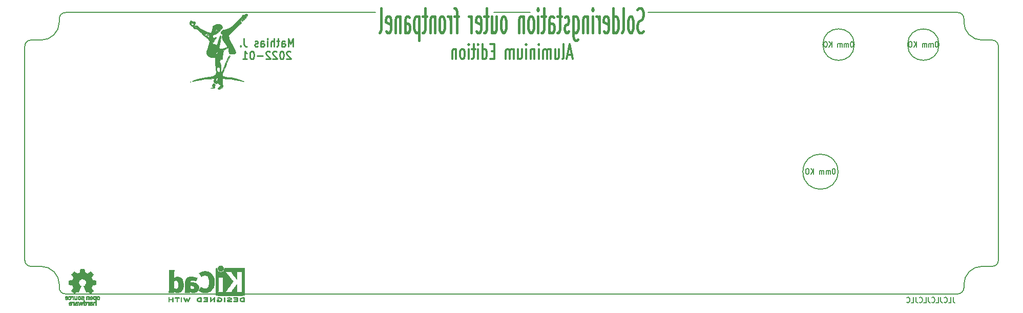
<source format=gbr>
%TF.GenerationSoftware,KiCad,Pcbnew,6.0.1-79c1e3a40b~116~ubuntu18.04.1*%
%TF.CreationDate,2022-01-19T06:10:36+01:00*%
%TF.ProjectId,ss_frontpanel_outer_plate_Al,73735f66-726f-46e7-9470-616e656c5f6f,rev?*%
%TF.SameCoordinates,Original*%
%TF.FileFunction,Legend,Bot*%
%TF.FilePolarity,Positive*%
%FSLAX46Y46*%
G04 Gerber Fmt 4.6, Leading zero omitted, Abs format (unit mm)*
G04 Created by KiCad (PCBNEW 6.0.1-79c1e3a40b~116~ubuntu18.04.1) date 2022-01-19 06:10:36*
%MOMM*%
%LPD*%
G01*
G04 APERTURE LIST*
%ADD10C,0.153000*%
%ADD11C,0.150000*%
%ADD12C,0.400000*%
%ADD13C,0.375000*%
%ADD14C,0.250000*%
%ADD15C,0.010000*%
G04 APERTURE END LIST*
D10*
X220600000Y-56500000D02*
G75*
G03*
X220600000Y-56500000I-2600000J0D01*
G01*
D11*
X224700000Y-52750000D02*
X224700000Y-52200000D01*
X224700000Y-52750000D02*
G75*
G03*
X227700000Y-55750000I3000001J1D01*
G01*
X76200000Y-97700001D02*
X147200000Y-97700000D01*
D10*
X206600000Y-56500000D02*
G75*
G03*
X206600000Y-56500000I-2600000J0D01*
G01*
X203900000Y-77500000D02*
G75*
G03*
X203900000Y-77500000I-2900000J0D01*
G01*
D11*
X69500000Y-56750000D02*
X69500000Y-92150000D01*
X75200000Y-96150001D02*
G75*
G03*
X72200000Y-93150001I-3000001J-1D01*
G01*
X230400000Y-92150000D02*
X230400000Y-56750000D01*
X224700000Y-96700000D02*
X224700000Y-96150001D01*
X76200000Y-51200000D02*
G75*
G03*
X75200000Y-52200000I-1J-999999D01*
G01*
X152700000Y-97700000D02*
X223700000Y-97700000D01*
X75200000Y-96700001D02*
G75*
G03*
X76200000Y-97700001I999999J-1D01*
G01*
X224700000Y-52200000D02*
G75*
G03*
X223700000Y-51200000I-999999J1D01*
G01*
X70500000Y-55750000D02*
G75*
G03*
X69500000Y-56750000I-1J-999999D01*
G01*
X70500000Y-93150000D02*
X72200000Y-93150000D01*
X72200000Y-55750000D02*
G75*
G03*
X75200000Y-52750000I-1J3000001D01*
G01*
X227700000Y-93150000D02*
X229400000Y-93150000D01*
X147200000Y-97700000D02*
X152700000Y-97700000D01*
X75200000Y-52200000D02*
X75200000Y-52750000D01*
X75200000Y-96150001D02*
X75200000Y-96700001D01*
X152999999Y-51200001D02*
X147000000Y-51200001D01*
X229400000Y-55750000D02*
X227700000Y-55750000D01*
X230400000Y-56750000D02*
G75*
G03*
X229400000Y-55750000I-999999J1D01*
G01*
X127500000Y-51200000D02*
X76200000Y-51200000D01*
X223700000Y-51200000D02*
X172500000Y-51200000D01*
X223700000Y-97700000D02*
G75*
G03*
X224700000Y-96700000I1J999999D01*
G01*
X72200000Y-55750000D02*
X70500000Y-55750000D01*
X69500000Y-92150000D02*
G75*
G03*
X70500000Y-93150000I999999J-1D01*
G01*
X227700000Y-93150000D02*
G75*
G03*
X224700000Y-96150000I1J-3000001D01*
G01*
X229400000Y-93150000D02*
G75*
G03*
X230400000Y-92150000I1J999999D01*
G01*
X206228571Y-56007142D02*
X206152380Y-56007142D01*
X206076190Y-56050000D01*
X206038095Y-56092857D01*
X206000000Y-56178571D01*
X205961904Y-56350000D01*
X205961904Y-56564285D01*
X206000000Y-56735714D01*
X206038095Y-56821428D01*
X206076190Y-56864285D01*
X206152380Y-56907142D01*
X206228571Y-56907142D01*
X206304761Y-56864285D01*
X206342857Y-56821428D01*
X206380952Y-56735714D01*
X206419047Y-56564285D01*
X206419047Y-56350000D01*
X206380952Y-56178571D01*
X206342857Y-56092857D01*
X206304761Y-56050000D01*
X206228571Y-56007142D01*
X205619047Y-56907142D02*
X205619047Y-56307142D01*
X205619047Y-56392857D02*
X205580952Y-56350000D01*
X205504761Y-56307142D01*
X205390476Y-56307142D01*
X205314285Y-56350000D01*
X205276190Y-56435714D01*
X205276190Y-56907142D01*
X205276190Y-56435714D02*
X205238095Y-56350000D01*
X205161904Y-56307142D01*
X205047619Y-56307142D01*
X204971428Y-56350000D01*
X204933333Y-56435714D01*
X204933333Y-56907142D01*
X204552380Y-56907142D02*
X204552380Y-56307142D01*
X204552380Y-56392857D02*
X204514285Y-56350000D01*
X204438095Y-56307142D01*
X204323809Y-56307142D01*
X204247619Y-56350000D01*
X204209523Y-56435714D01*
X204209523Y-56907142D01*
X204209523Y-56435714D02*
X204171428Y-56350000D01*
X204095238Y-56307142D01*
X203980952Y-56307142D01*
X203904761Y-56350000D01*
X203866666Y-56435714D01*
X203866666Y-56907142D01*
X202876190Y-56907142D02*
X202876190Y-56007142D01*
X202419047Y-56907142D02*
X202761904Y-56392857D01*
X202419047Y-56007142D02*
X202876190Y-56521428D01*
X201923809Y-56007142D02*
X201771428Y-56007142D01*
X201695238Y-56050000D01*
X201619047Y-56135714D01*
X201580952Y-56307142D01*
X201580952Y-56607142D01*
X201619047Y-56778571D01*
X201695238Y-56864285D01*
X201771428Y-56907142D01*
X201923809Y-56907142D01*
X202000000Y-56864285D01*
X202076190Y-56778571D01*
X202114285Y-56607142D01*
X202114285Y-56307142D01*
X202076190Y-56135714D01*
X202000000Y-56050000D01*
X201923809Y-56007142D01*
X220228571Y-56007142D02*
X220152380Y-56007142D01*
X220076190Y-56050000D01*
X220038095Y-56092857D01*
X220000000Y-56178571D01*
X219961904Y-56350000D01*
X219961904Y-56564285D01*
X220000000Y-56735714D01*
X220038095Y-56821428D01*
X220076190Y-56864285D01*
X220152380Y-56907142D01*
X220228571Y-56907142D01*
X220304761Y-56864285D01*
X220342857Y-56821428D01*
X220380952Y-56735714D01*
X220419047Y-56564285D01*
X220419047Y-56350000D01*
X220380952Y-56178571D01*
X220342857Y-56092857D01*
X220304761Y-56050000D01*
X220228571Y-56007142D01*
X219619047Y-56907142D02*
X219619047Y-56307142D01*
X219619047Y-56392857D02*
X219580952Y-56350000D01*
X219504761Y-56307142D01*
X219390476Y-56307142D01*
X219314285Y-56350000D01*
X219276190Y-56435714D01*
X219276190Y-56907142D01*
X219276190Y-56435714D02*
X219238095Y-56350000D01*
X219161904Y-56307142D01*
X219047619Y-56307142D01*
X218971428Y-56350000D01*
X218933333Y-56435714D01*
X218933333Y-56907142D01*
X218552380Y-56907142D02*
X218552380Y-56307142D01*
X218552380Y-56392857D02*
X218514285Y-56350000D01*
X218438095Y-56307142D01*
X218323809Y-56307142D01*
X218247619Y-56350000D01*
X218209523Y-56435714D01*
X218209523Y-56907142D01*
X218209523Y-56435714D02*
X218171428Y-56350000D01*
X218095238Y-56307142D01*
X217980952Y-56307142D01*
X217904761Y-56350000D01*
X217866666Y-56435714D01*
X217866666Y-56907142D01*
X216876190Y-56907142D02*
X216876190Y-56007142D01*
X216419047Y-56907142D02*
X216761904Y-56392857D01*
X216419047Y-56007142D02*
X216876190Y-56521428D01*
X215923809Y-56007142D02*
X215771428Y-56007142D01*
X215695238Y-56050000D01*
X215619047Y-56135714D01*
X215580952Y-56307142D01*
X215580952Y-56607142D01*
X215619047Y-56778571D01*
X215695238Y-56864285D01*
X215771428Y-56907142D01*
X215923809Y-56907142D01*
X216000000Y-56864285D01*
X216076190Y-56778571D01*
X216114285Y-56607142D01*
X216114285Y-56307142D01*
X216076190Y-56135714D01*
X216000000Y-56050000D01*
X215923809Y-56007142D01*
D12*
X171750000Y-54319047D02*
X171500000Y-54509523D01*
X171083333Y-54509523D01*
X170916666Y-54319047D01*
X170833333Y-54128571D01*
X170750000Y-53747619D01*
X170750000Y-53366666D01*
X170833333Y-52985714D01*
X170916666Y-52795238D01*
X171083333Y-52604761D01*
X171416666Y-52414285D01*
X171583333Y-52223809D01*
X171666666Y-52033333D01*
X171750000Y-51652380D01*
X171750000Y-51271428D01*
X171666666Y-50890476D01*
X171583333Y-50700000D01*
X171416666Y-50509523D01*
X171000000Y-50509523D01*
X170750000Y-50700000D01*
X169750000Y-54509523D02*
X169916666Y-54319047D01*
X170000000Y-54128571D01*
X170083333Y-53747619D01*
X170083333Y-52604761D01*
X170000000Y-52223809D01*
X169916666Y-52033333D01*
X169750000Y-51842857D01*
X169500000Y-51842857D01*
X169333333Y-52033333D01*
X169250000Y-52223809D01*
X169166666Y-52604761D01*
X169166666Y-53747619D01*
X169250000Y-54128571D01*
X169333333Y-54319047D01*
X169500000Y-54509523D01*
X169750000Y-54509523D01*
X168166666Y-54509523D02*
X168333333Y-54319047D01*
X168416666Y-53938095D01*
X168416666Y-50509523D01*
X166750000Y-54509523D02*
X166750000Y-50509523D01*
X166750000Y-54319047D02*
X166916666Y-54509523D01*
X167250000Y-54509523D01*
X167416666Y-54319047D01*
X167500000Y-54128571D01*
X167583333Y-53747619D01*
X167583333Y-52604761D01*
X167500000Y-52223809D01*
X167416666Y-52033333D01*
X167250000Y-51842857D01*
X166916666Y-51842857D01*
X166750000Y-52033333D01*
X165250000Y-54319047D02*
X165416666Y-54509523D01*
X165750000Y-54509523D01*
X165916666Y-54319047D01*
X166000000Y-53938095D01*
X166000000Y-52414285D01*
X165916666Y-52033333D01*
X165750000Y-51842857D01*
X165416666Y-51842857D01*
X165250000Y-52033333D01*
X165166666Y-52414285D01*
X165166666Y-52795238D01*
X166000000Y-53176190D01*
X164416666Y-54509523D02*
X164416666Y-51842857D01*
X164416666Y-52604761D02*
X164333333Y-52223809D01*
X164250000Y-52033333D01*
X164083333Y-51842857D01*
X163916666Y-51842857D01*
X163333333Y-54509523D02*
X163333333Y-51842857D01*
X163333333Y-50509523D02*
X163416666Y-50700000D01*
X163333333Y-50890476D01*
X163250000Y-50700000D01*
X163333333Y-50509523D01*
X163333333Y-50890476D01*
X162500000Y-51842857D02*
X162500000Y-54509523D01*
X162500000Y-52223809D02*
X162416666Y-52033333D01*
X162250000Y-51842857D01*
X162000000Y-51842857D01*
X161833333Y-52033333D01*
X161750000Y-52414285D01*
X161750000Y-54509523D01*
X160166666Y-51842857D02*
X160166666Y-55080952D01*
X160250000Y-55461904D01*
X160333333Y-55652380D01*
X160500000Y-55842857D01*
X160750000Y-55842857D01*
X160916666Y-55652380D01*
X160166666Y-54319047D02*
X160333333Y-54509523D01*
X160666666Y-54509523D01*
X160833333Y-54319047D01*
X160916666Y-54128571D01*
X161000000Y-53747619D01*
X161000000Y-52604761D01*
X160916666Y-52223809D01*
X160833333Y-52033333D01*
X160666666Y-51842857D01*
X160333333Y-51842857D01*
X160166666Y-52033333D01*
X159416666Y-54319047D02*
X159250000Y-54509523D01*
X158916666Y-54509523D01*
X158750000Y-54319047D01*
X158666666Y-53938095D01*
X158666666Y-53747619D01*
X158750000Y-53366666D01*
X158916666Y-53176190D01*
X159166666Y-53176190D01*
X159333333Y-52985714D01*
X159416666Y-52604761D01*
X159416666Y-52414285D01*
X159333333Y-52033333D01*
X159166666Y-51842857D01*
X158916666Y-51842857D01*
X158750000Y-52033333D01*
X158166666Y-51842857D02*
X157500000Y-51842857D01*
X157916666Y-50509523D02*
X157916666Y-53938095D01*
X157833333Y-54319047D01*
X157666666Y-54509523D01*
X157500000Y-54509523D01*
X156166666Y-54509523D02*
X156166666Y-52414285D01*
X156250000Y-52033333D01*
X156416666Y-51842857D01*
X156750000Y-51842857D01*
X156916666Y-52033333D01*
X156166666Y-54319047D02*
X156333333Y-54509523D01*
X156750000Y-54509523D01*
X156916666Y-54319047D01*
X157000000Y-53938095D01*
X157000000Y-53557142D01*
X156916666Y-53176190D01*
X156750000Y-52985714D01*
X156333333Y-52985714D01*
X156166666Y-52795238D01*
X155583333Y-51842857D02*
X154916666Y-51842857D01*
X155333333Y-50509523D02*
X155333333Y-53938095D01*
X155250000Y-54319047D01*
X155083333Y-54509523D01*
X154916666Y-54509523D01*
X154333333Y-54509523D02*
X154333333Y-51842857D01*
X154333333Y-50509523D02*
X154416666Y-50700000D01*
X154333333Y-50890476D01*
X154250000Y-50700000D01*
X154333333Y-50509523D01*
X154333333Y-50890476D01*
X153250000Y-54509523D02*
X153416666Y-54319047D01*
X153500000Y-54128571D01*
X153583333Y-53747619D01*
X153583333Y-52604761D01*
X153500000Y-52223809D01*
X153416666Y-52033333D01*
X153250000Y-51842857D01*
X153000000Y-51842857D01*
X152833333Y-52033333D01*
X152750000Y-52223809D01*
X152666666Y-52604761D01*
X152666666Y-53747619D01*
X152750000Y-54128571D01*
X152833333Y-54319047D01*
X153000000Y-54509523D01*
X153250000Y-54509523D01*
X151916666Y-51842857D02*
X151916666Y-54509523D01*
X151916666Y-52223809D02*
X151833333Y-52033333D01*
X151666666Y-51842857D01*
X151416666Y-51842857D01*
X151250000Y-52033333D01*
X151166666Y-52414285D01*
X151166666Y-54509523D01*
X148750000Y-54509523D02*
X148916666Y-54319047D01*
X149000000Y-54128571D01*
X149083333Y-53747619D01*
X149083333Y-52604761D01*
X149000000Y-52223809D01*
X148916666Y-52033333D01*
X148750000Y-51842857D01*
X148500000Y-51842857D01*
X148333333Y-52033333D01*
X148250000Y-52223809D01*
X148166666Y-52604761D01*
X148166666Y-53747619D01*
X148250000Y-54128571D01*
X148333333Y-54319047D01*
X148500000Y-54509523D01*
X148750000Y-54509523D01*
X146666666Y-51842857D02*
X146666666Y-54509523D01*
X147416666Y-51842857D02*
X147416666Y-53938095D01*
X147333333Y-54319047D01*
X147166666Y-54509523D01*
X146916666Y-54509523D01*
X146750000Y-54319047D01*
X146666666Y-54128571D01*
X146083333Y-51842857D02*
X145416666Y-51842857D01*
X145833333Y-50509523D02*
X145833333Y-53938095D01*
X145750000Y-54319047D01*
X145583333Y-54509523D01*
X145416666Y-54509523D01*
X144166666Y-54319047D02*
X144333333Y-54509523D01*
X144666666Y-54509523D01*
X144833333Y-54319047D01*
X144916666Y-53938095D01*
X144916666Y-52414285D01*
X144833333Y-52033333D01*
X144666666Y-51842857D01*
X144333333Y-51842857D01*
X144166666Y-52033333D01*
X144083333Y-52414285D01*
X144083333Y-52795238D01*
X144916666Y-53176190D01*
X143333333Y-54509523D02*
X143333333Y-51842857D01*
X143333333Y-52604761D02*
X143250000Y-52223809D01*
X143166666Y-52033333D01*
X143000000Y-51842857D01*
X142833333Y-51842857D01*
X141166666Y-51842857D02*
X140500000Y-51842857D01*
X140916666Y-54509523D02*
X140916666Y-51080952D01*
X140833333Y-50700000D01*
X140666666Y-50509523D01*
X140500000Y-50509523D01*
X139916666Y-54509523D02*
X139916666Y-51842857D01*
X139916666Y-52604761D02*
X139833333Y-52223809D01*
X139750000Y-52033333D01*
X139583333Y-51842857D01*
X139416666Y-51842857D01*
X138583333Y-54509523D02*
X138750000Y-54319047D01*
X138833333Y-54128571D01*
X138916666Y-53747619D01*
X138916666Y-52604761D01*
X138833333Y-52223809D01*
X138750000Y-52033333D01*
X138583333Y-51842857D01*
X138333333Y-51842857D01*
X138166666Y-52033333D01*
X138083333Y-52223809D01*
X138000000Y-52604761D01*
X138000000Y-53747619D01*
X138083333Y-54128571D01*
X138166666Y-54319047D01*
X138333333Y-54509523D01*
X138583333Y-54509523D01*
X137250000Y-51842857D02*
X137250000Y-54509523D01*
X137250000Y-52223809D02*
X137166666Y-52033333D01*
X137000000Y-51842857D01*
X136750000Y-51842857D01*
X136583333Y-52033333D01*
X136500000Y-52414285D01*
X136500000Y-54509523D01*
X135916666Y-51842857D02*
X135250000Y-51842857D01*
X135666666Y-50509523D02*
X135666666Y-53938095D01*
X135583333Y-54319047D01*
X135416666Y-54509523D01*
X135250000Y-54509523D01*
X134666666Y-51842857D02*
X134666666Y-55842857D01*
X134666666Y-52033333D02*
X134500000Y-51842857D01*
X134166666Y-51842857D01*
X134000000Y-52033333D01*
X133916666Y-52223809D01*
X133833333Y-52604761D01*
X133833333Y-53747619D01*
X133916666Y-54128571D01*
X134000000Y-54319047D01*
X134166666Y-54509523D01*
X134500000Y-54509523D01*
X134666666Y-54319047D01*
X132333333Y-54509523D02*
X132333333Y-52414285D01*
X132416666Y-52033333D01*
X132583333Y-51842857D01*
X132916666Y-51842857D01*
X133083333Y-52033333D01*
X132333333Y-54319047D02*
X132500000Y-54509523D01*
X132916666Y-54509523D01*
X133083333Y-54319047D01*
X133166666Y-53938095D01*
X133166666Y-53557142D01*
X133083333Y-53176190D01*
X132916666Y-52985714D01*
X132500000Y-52985714D01*
X132333333Y-52795238D01*
X131500000Y-51842857D02*
X131500000Y-54509523D01*
X131500000Y-52223809D02*
X131416666Y-52033333D01*
X131250000Y-51842857D01*
X131000000Y-51842857D01*
X130833333Y-52033333D01*
X130750000Y-52414285D01*
X130750000Y-54509523D01*
X129250000Y-54319047D02*
X129416666Y-54509523D01*
X129750000Y-54509523D01*
X129916666Y-54319047D01*
X130000000Y-53938095D01*
X130000000Y-52414285D01*
X129916666Y-52033333D01*
X129750000Y-51842857D01*
X129416666Y-51842857D01*
X129250000Y-52033333D01*
X129166666Y-52414285D01*
X129166666Y-52795238D01*
X130000000Y-53176190D01*
X128166666Y-54509523D02*
X128333333Y-54319047D01*
X128416666Y-53938095D01*
X128416666Y-50509523D01*
D13*
X159928571Y-58166666D02*
X159214285Y-58166666D01*
X160071428Y-58880952D02*
X159571428Y-56380952D01*
X159071428Y-58880952D01*
X158357142Y-58880952D02*
X158500000Y-58761904D01*
X158571428Y-58523809D01*
X158571428Y-56380952D01*
X157142857Y-57214285D02*
X157142857Y-58880952D01*
X157785714Y-57214285D02*
X157785714Y-58523809D01*
X157714285Y-58761904D01*
X157571428Y-58880952D01*
X157357142Y-58880952D01*
X157214285Y-58761904D01*
X157142857Y-58642857D01*
X156428571Y-58880952D02*
X156428571Y-57214285D01*
X156428571Y-57452380D02*
X156357142Y-57333333D01*
X156214285Y-57214285D01*
X156000000Y-57214285D01*
X155857142Y-57333333D01*
X155785714Y-57571428D01*
X155785714Y-58880952D01*
X155785714Y-57571428D02*
X155714285Y-57333333D01*
X155571428Y-57214285D01*
X155357142Y-57214285D01*
X155214285Y-57333333D01*
X155142857Y-57571428D01*
X155142857Y-58880952D01*
X154428571Y-58880952D02*
X154428571Y-57214285D01*
X154428571Y-56380952D02*
X154500000Y-56500000D01*
X154428571Y-56619047D01*
X154357142Y-56500000D01*
X154428571Y-56380952D01*
X154428571Y-56619047D01*
X153714285Y-57214285D02*
X153714285Y-58880952D01*
X153714285Y-57452380D02*
X153642857Y-57333333D01*
X153500000Y-57214285D01*
X153285714Y-57214285D01*
X153142857Y-57333333D01*
X153071428Y-57571428D01*
X153071428Y-58880952D01*
X152357142Y-58880952D02*
X152357142Y-57214285D01*
X152357142Y-56380952D02*
X152428571Y-56500000D01*
X152357142Y-56619047D01*
X152285714Y-56500000D01*
X152357142Y-56380952D01*
X152357142Y-56619047D01*
X151000000Y-57214285D02*
X151000000Y-58880952D01*
X151642857Y-57214285D02*
X151642857Y-58523809D01*
X151571428Y-58761904D01*
X151428571Y-58880952D01*
X151214285Y-58880952D01*
X151071428Y-58761904D01*
X151000000Y-58642857D01*
X150285714Y-58880952D02*
X150285714Y-57214285D01*
X150285714Y-57452380D02*
X150214285Y-57333333D01*
X150071428Y-57214285D01*
X149857142Y-57214285D01*
X149714285Y-57333333D01*
X149642857Y-57571428D01*
X149642857Y-58880952D01*
X149642857Y-57571428D02*
X149571428Y-57333333D01*
X149428571Y-57214285D01*
X149214285Y-57214285D01*
X149071428Y-57333333D01*
X149000000Y-57571428D01*
X149000000Y-58880952D01*
X147142857Y-57571428D02*
X146642857Y-57571428D01*
X146428571Y-58880952D02*
X147142857Y-58880952D01*
X147142857Y-56380952D01*
X146428571Y-56380952D01*
X145142857Y-58880952D02*
X145142857Y-56380952D01*
X145142857Y-58761904D02*
X145285714Y-58880952D01*
X145571428Y-58880952D01*
X145714285Y-58761904D01*
X145785714Y-58642857D01*
X145857142Y-58404761D01*
X145857142Y-57690476D01*
X145785714Y-57452380D01*
X145714285Y-57333333D01*
X145571428Y-57214285D01*
X145285714Y-57214285D01*
X145142857Y-57333333D01*
X144428571Y-58880952D02*
X144428571Y-57214285D01*
X144428571Y-56380952D02*
X144500000Y-56500000D01*
X144428571Y-56619047D01*
X144357142Y-56500000D01*
X144428571Y-56380952D01*
X144428571Y-56619047D01*
X143928571Y-57214285D02*
X143357142Y-57214285D01*
X143714285Y-56380952D02*
X143714285Y-58523809D01*
X143642857Y-58761904D01*
X143500000Y-58880952D01*
X143357142Y-58880952D01*
X142857142Y-58880952D02*
X142857142Y-57214285D01*
X142857142Y-56380952D02*
X142928571Y-56500000D01*
X142857142Y-56619047D01*
X142785714Y-56500000D01*
X142857142Y-56380952D01*
X142857142Y-56619047D01*
X141928571Y-58880952D02*
X142071428Y-58761904D01*
X142142857Y-58642857D01*
X142214285Y-58404761D01*
X142214285Y-57690476D01*
X142142857Y-57452380D01*
X142071428Y-57333333D01*
X141928571Y-57214285D01*
X141714285Y-57214285D01*
X141571428Y-57333333D01*
X141500000Y-57452380D01*
X141428571Y-57690476D01*
X141428571Y-58404761D01*
X141500000Y-58642857D01*
X141571428Y-58761904D01*
X141714285Y-58880952D01*
X141928571Y-58880952D01*
X140785714Y-57214285D02*
X140785714Y-58880952D01*
X140785714Y-57452380D02*
X140714285Y-57333333D01*
X140571428Y-57214285D01*
X140357142Y-57214285D01*
X140214285Y-57333333D01*
X140142857Y-57571428D01*
X140142857Y-58880952D01*
D14*
X113842857Y-56791595D02*
X113842857Y-55491595D01*
X113442857Y-56420166D01*
X113042857Y-55491595D01*
X113042857Y-56791595D01*
X111957142Y-56791595D02*
X111957142Y-56110642D01*
X112014285Y-55986833D01*
X112128571Y-55924928D01*
X112357142Y-55924928D01*
X112471428Y-55986833D01*
X111957142Y-56729690D02*
X112071428Y-56791595D01*
X112357142Y-56791595D01*
X112471428Y-56729690D01*
X112528571Y-56605880D01*
X112528571Y-56482071D01*
X112471428Y-56358261D01*
X112357142Y-56296357D01*
X112071428Y-56296357D01*
X111957142Y-56234452D01*
X111557142Y-55924928D02*
X111100000Y-55924928D01*
X111385714Y-55491595D02*
X111385714Y-56605880D01*
X111328571Y-56729690D01*
X111214285Y-56791595D01*
X111100000Y-56791595D01*
X110700000Y-56791595D02*
X110700000Y-55491595D01*
X110185714Y-56791595D02*
X110185714Y-56110642D01*
X110242857Y-55986833D01*
X110357142Y-55924928D01*
X110528571Y-55924928D01*
X110642857Y-55986833D01*
X110700000Y-56048738D01*
X109614285Y-56791595D02*
X109614285Y-55924928D01*
X109614285Y-55491595D02*
X109671428Y-55553500D01*
X109614285Y-55615404D01*
X109557142Y-55553500D01*
X109614285Y-55491595D01*
X109614285Y-55615404D01*
X108528571Y-56791595D02*
X108528571Y-56110642D01*
X108585714Y-55986833D01*
X108700000Y-55924928D01*
X108928571Y-55924928D01*
X109042857Y-55986833D01*
X108528571Y-56729690D02*
X108642857Y-56791595D01*
X108928571Y-56791595D01*
X109042857Y-56729690D01*
X109100000Y-56605880D01*
X109100000Y-56482071D01*
X109042857Y-56358261D01*
X108928571Y-56296357D01*
X108642857Y-56296357D01*
X108528571Y-56234452D01*
X108014285Y-56729690D02*
X107900000Y-56791595D01*
X107671428Y-56791595D01*
X107557142Y-56729690D01*
X107500000Y-56605880D01*
X107500000Y-56543976D01*
X107557142Y-56420166D01*
X107671428Y-56358261D01*
X107842857Y-56358261D01*
X107957142Y-56296357D01*
X108014285Y-56172547D01*
X108014285Y-56110642D01*
X107957142Y-55986833D01*
X107842857Y-55924928D01*
X107671428Y-55924928D01*
X107557142Y-55986833D01*
X105728571Y-55491595D02*
X105728571Y-56420166D01*
X105785714Y-56605880D01*
X105900000Y-56729690D01*
X106071428Y-56791595D01*
X106185714Y-56791595D01*
X105157142Y-56667785D02*
X105100000Y-56729690D01*
X105157142Y-56791595D01*
X105214285Y-56729690D01*
X105157142Y-56667785D01*
X105157142Y-56791595D01*
X113442857Y-57708404D02*
X113385714Y-57646500D01*
X113271428Y-57584595D01*
X112985714Y-57584595D01*
X112871428Y-57646500D01*
X112814285Y-57708404D01*
X112757142Y-57832214D01*
X112757142Y-57956023D01*
X112814285Y-58141738D01*
X113500000Y-58884595D01*
X112757142Y-58884595D01*
X112014285Y-57584595D02*
X111900000Y-57584595D01*
X111785714Y-57646500D01*
X111728571Y-57708404D01*
X111671428Y-57832214D01*
X111614285Y-58079833D01*
X111614285Y-58389357D01*
X111671428Y-58636976D01*
X111728571Y-58760785D01*
X111785714Y-58822690D01*
X111900000Y-58884595D01*
X112014285Y-58884595D01*
X112128571Y-58822690D01*
X112185714Y-58760785D01*
X112242857Y-58636976D01*
X112300000Y-58389357D01*
X112300000Y-58079833D01*
X112242857Y-57832214D01*
X112185714Y-57708404D01*
X112128571Y-57646500D01*
X112014285Y-57584595D01*
X111157142Y-57708404D02*
X111100000Y-57646500D01*
X110985714Y-57584595D01*
X110700000Y-57584595D01*
X110585714Y-57646500D01*
X110528571Y-57708404D01*
X110471428Y-57832214D01*
X110471428Y-57956023D01*
X110528571Y-58141738D01*
X111214285Y-58884595D01*
X110471428Y-58884595D01*
X110014285Y-57708404D02*
X109957142Y-57646500D01*
X109842857Y-57584595D01*
X109557142Y-57584595D01*
X109442857Y-57646500D01*
X109385714Y-57708404D01*
X109328571Y-57832214D01*
X109328571Y-57956023D01*
X109385714Y-58141738D01*
X110071428Y-58884595D01*
X109328571Y-58884595D01*
X108814285Y-58389357D02*
X107900000Y-58389357D01*
X107100000Y-57584595D02*
X106985714Y-57584595D01*
X106871428Y-57646500D01*
X106814285Y-57708404D01*
X106757142Y-57832214D01*
X106700000Y-58079833D01*
X106700000Y-58389357D01*
X106757142Y-58636976D01*
X106814285Y-58760785D01*
X106871428Y-58822690D01*
X106985714Y-58884595D01*
X107100000Y-58884595D01*
X107214285Y-58822690D01*
X107271428Y-58760785D01*
X107328571Y-58636976D01*
X107385714Y-58389357D01*
X107385714Y-58079833D01*
X107328571Y-57832214D01*
X107271428Y-57708404D01*
X107214285Y-57646500D01*
X107100000Y-57584595D01*
X105557142Y-58884595D02*
X106242857Y-58884595D01*
X105900000Y-58884595D02*
X105900000Y-57584595D01*
X106014285Y-57770309D01*
X106128571Y-57894119D01*
X106242857Y-57956023D01*
D11*
X203228571Y-77007142D02*
X203152380Y-77007142D01*
X203076190Y-77050000D01*
X203038095Y-77092857D01*
X203000000Y-77178571D01*
X202961904Y-77350000D01*
X202961904Y-77564285D01*
X203000000Y-77735714D01*
X203038095Y-77821428D01*
X203076190Y-77864285D01*
X203152380Y-77907142D01*
X203228571Y-77907142D01*
X203304761Y-77864285D01*
X203342857Y-77821428D01*
X203380952Y-77735714D01*
X203419047Y-77564285D01*
X203419047Y-77350000D01*
X203380952Y-77178571D01*
X203342857Y-77092857D01*
X203304761Y-77050000D01*
X203228571Y-77007142D01*
X202619047Y-77907142D02*
X202619047Y-77307142D01*
X202619047Y-77392857D02*
X202580952Y-77350000D01*
X202504761Y-77307142D01*
X202390476Y-77307142D01*
X202314285Y-77350000D01*
X202276190Y-77435714D01*
X202276190Y-77907142D01*
X202276190Y-77435714D02*
X202238095Y-77350000D01*
X202161904Y-77307142D01*
X202047619Y-77307142D01*
X201971428Y-77350000D01*
X201933333Y-77435714D01*
X201933333Y-77907142D01*
X201552380Y-77907142D02*
X201552380Y-77307142D01*
X201552380Y-77392857D02*
X201514285Y-77350000D01*
X201438095Y-77307142D01*
X201323809Y-77307142D01*
X201247619Y-77350000D01*
X201209523Y-77435714D01*
X201209523Y-77907142D01*
X201209523Y-77435714D02*
X201171428Y-77350000D01*
X201095238Y-77307142D01*
X200980952Y-77307142D01*
X200904761Y-77350000D01*
X200866666Y-77435714D01*
X200866666Y-77907142D01*
X199876190Y-77907142D02*
X199876190Y-77007142D01*
X199419047Y-77907142D02*
X199761904Y-77392857D01*
X199419047Y-77007142D02*
X199876190Y-77521428D01*
X198923809Y-77007142D02*
X198771428Y-77007142D01*
X198695238Y-77050000D01*
X198619047Y-77135714D01*
X198580952Y-77307142D01*
X198580952Y-77607142D01*
X198619047Y-77778571D01*
X198695238Y-77864285D01*
X198771428Y-77907142D01*
X198923809Y-77907142D01*
X199000000Y-77864285D01*
X199076190Y-77778571D01*
X199114285Y-77607142D01*
X199114285Y-77307142D01*
X199076190Y-77135714D01*
X199000000Y-77050000D01*
X198923809Y-77007142D01*
X222945238Y-98257142D02*
X222945238Y-98900000D01*
X222983333Y-99028571D01*
X223059523Y-99114285D01*
X223173809Y-99157142D01*
X223250000Y-99157142D01*
X222183333Y-99157142D02*
X222564285Y-99157142D01*
X222564285Y-98257142D01*
X221459523Y-99071428D02*
X221497619Y-99114285D01*
X221611904Y-99157142D01*
X221688095Y-99157142D01*
X221802380Y-99114285D01*
X221878571Y-99028571D01*
X221916666Y-98942857D01*
X221954761Y-98771428D01*
X221954761Y-98642857D01*
X221916666Y-98471428D01*
X221878571Y-98385714D01*
X221802380Y-98300000D01*
X221688095Y-98257142D01*
X221611904Y-98257142D01*
X221497619Y-98300000D01*
X221459523Y-98342857D01*
X220888095Y-98257142D02*
X220888095Y-98900000D01*
X220926190Y-99028571D01*
X221002380Y-99114285D01*
X221116666Y-99157142D01*
X221192857Y-99157142D01*
X220126190Y-99157142D02*
X220507142Y-99157142D01*
X220507142Y-98257142D01*
X219402380Y-99071428D02*
X219440476Y-99114285D01*
X219554761Y-99157142D01*
X219630952Y-99157142D01*
X219745238Y-99114285D01*
X219821428Y-99028571D01*
X219859523Y-98942857D01*
X219897619Y-98771428D01*
X219897619Y-98642857D01*
X219859523Y-98471428D01*
X219821428Y-98385714D01*
X219745238Y-98300000D01*
X219630952Y-98257142D01*
X219554761Y-98257142D01*
X219440476Y-98300000D01*
X219402380Y-98342857D01*
X218830952Y-98257142D02*
X218830952Y-98900000D01*
X218869047Y-99028571D01*
X218945238Y-99114285D01*
X219059523Y-99157142D01*
X219135714Y-99157142D01*
X218069047Y-99157142D02*
X218450000Y-99157142D01*
X218450000Y-98257142D01*
X217345238Y-99071428D02*
X217383333Y-99114285D01*
X217497619Y-99157142D01*
X217573809Y-99157142D01*
X217688095Y-99114285D01*
X217764285Y-99028571D01*
X217802380Y-98942857D01*
X217840476Y-98771428D01*
X217840476Y-98642857D01*
X217802380Y-98471428D01*
X217764285Y-98385714D01*
X217688095Y-98300000D01*
X217573809Y-98257142D01*
X217497619Y-98257142D01*
X217383333Y-98300000D01*
X217345238Y-98342857D01*
X216773809Y-98257142D02*
X216773809Y-98900000D01*
X216811904Y-99028571D01*
X216888095Y-99114285D01*
X217002380Y-99157142D01*
X217078571Y-99157142D01*
X216011904Y-99157142D02*
X216392857Y-99157142D01*
X216392857Y-98257142D01*
X215288095Y-99071428D02*
X215326190Y-99114285D01*
X215440476Y-99157142D01*
X215516666Y-99157142D01*
X215630952Y-99114285D01*
X215707142Y-99028571D01*
X215745238Y-98942857D01*
X215783333Y-98771428D01*
X215783333Y-98642857D01*
X215745238Y-98471428D01*
X215707142Y-98385714D01*
X215630952Y-98300000D01*
X215516666Y-98257142D01*
X215440476Y-98257142D01*
X215326190Y-98300000D01*
X215288095Y-98342857D01*
D15*
%TO.C,Logo1*%
X99633773Y-54900487D02*
X99706241Y-54993866D01*
X99706241Y-54993866D02*
X99813023Y-55074123D01*
X99813023Y-55074123D02*
X99786376Y-54946866D01*
X99786376Y-54946866D02*
X99777335Y-54922772D01*
X99777335Y-54922772D02*
X99676727Y-54767255D01*
X99676727Y-54767255D02*
X99619528Y-54766139D01*
X99619528Y-54766139D02*
X99633773Y-54900487D01*
X99633773Y-54900487D02*
X99633773Y-54900487D01*
G36*
X99676727Y-54767255D02*
G01*
X99777335Y-54922772D01*
X99786376Y-54946866D01*
X99813023Y-55074123D01*
X99706241Y-54993866D01*
X99633773Y-54900487D01*
X99619528Y-54766139D01*
X99676727Y-54767255D01*
G37*
X99676727Y-54767255D02*
X99777335Y-54922772D01*
X99786376Y-54946866D01*
X99813023Y-55074123D01*
X99706241Y-54993866D01*
X99633773Y-54900487D01*
X99619528Y-54766139D01*
X99676727Y-54767255D01*
X96801000Y-62643500D02*
X96864500Y-62707000D01*
X96864500Y-62707000D02*
X96928000Y-62643500D01*
X96928000Y-62643500D02*
X96864500Y-62580000D01*
X96864500Y-62580000D02*
X96801000Y-62643500D01*
X96801000Y-62643500D02*
X96801000Y-62643500D01*
G36*
X96928000Y-62643500D02*
G01*
X96864500Y-62707000D01*
X96801000Y-62643500D01*
X96864500Y-62580000D01*
X96928000Y-62643500D01*
G37*
X96928000Y-62643500D02*
X96864500Y-62707000D01*
X96801000Y-62643500D01*
X96864500Y-62580000D01*
X96928000Y-62643500D01*
X100542288Y-63049403D02*
X100503760Y-63103554D01*
X100503760Y-63103554D02*
X100420313Y-63305201D01*
X100420313Y-63305201D02*
X100531553Y-63415816D01*
X100531553Y-63415816D02*
X100576374Y-63434285D01*
X100576374Y-63434285D02*
X100705370Y-63506219D01*
X100705370Y-63506219D02*
X100615335Y-63569474D01*
X100615335Y-63569474D02*
X100484000Y-63609243D01*
X100484000Y-63609243D02*
X100166500Y-63697681D01*
X100166500Y-63697681D02*
X100515750Y-63710340D01*
X100515750Y-63710340D02*
X100776691Y-63669426D01*
X100776691Y-63669426D02*
X100874717Y-63564250D01*
X100874717Y-63564250D02*
X100906842Y-63300345D01*
X100906842Y-63300345D02*
X100925691Y-63192030D01*
X100925691Y-63192030D02*
X100891150Y-62977236D01*
X100891150Y-62977236D02*
X100734141Y-62923569D01*
X100734141Y-62923569D02*
X100542288Y-63049403D01*
X100542288Y-63049403D02*
X100542288Y-63049403D01*
G36*
X100891150Y-62977236D02*
G01*
X100925691Y-63192030D01*
X100906842Y-63300345D01*
X100874717Y-63564250D01*
X100776691Y-63669426D01*
X100515750Y-63710340D01*
X100166500Y-63697681D01*
X100484000Y-63609243D01*
X100615335Y-63569474D01*
X100705370Y-63506219D01*
X100576374Y-63434285D01*
X100531553Y-63415816D01*
X100420313Y-63305201D01*
X100503760Y-63103554D01*
X100542288Y-63049403D01*
X100734141Y-62923569D01*
X100891150Y-62977236D01*
G37*
X100891150Y-62977236D02*
X100925691Y-63192030D01*
X100906842Y-63300345D01*
X100874717Y-63564250D01*
X100776691Y-63669426D01*
X100515750Y-63710340D01*
X100166500Y-63697681D01*
X100484000Y-63609243D01*
X100615335Y-63569474D01*
X100705370Y-63506219D01*
X100576374Y-63434285D01*
X100531553Y-63415816D01*
X100420313Y-63305201D01*
X100503760Y-63103554D01*
X100542288Y-63049403D01*
X100734141Y-62923569D01*
X100891150Y-62977236D01*
X105892692Y-51515609D02*
X105876150Y-51539658D01*
X105876150Y-51539658D02*
X105702665Y-51623218D01*
X105702665Y-51623218D02*
X105614654Y-51607143D01*
X105614654Y-51607143D02*
X105458754Y-51603207D01*
X105458754Y-51603207D02*
X105437001Y-51646040D01*
X105437001Y-51646040D02*
X105350862Y-51801178D01*
X105350862Y-51801178D02*
X105122797Y-52080781D01*
X105122797Y-52080781D02*
X104798332Y-52437914D01*
X104798332Y-52437914D02*
X104422994Y-52825644D01*
X104422994Y-52825644D02*
X104042309Y-53197038D01*
X104042309Y-53197038D02*
X103701805Y-53505161D01*
X103701805Y-53505161D02*
X103447008Y-53703080D01*
X103447008Y-53703080D02*
X103433087Y-53711886D01*
X103433087Y-53711886D02*
X103043944Y-53894533D01*
X103043944Y-53894533D02*
X102654596Y-53994171D01*
X102654596Y-53994171D02*
X102622433Y-53997103D01*
X102622433Y-53997103D02*
X102334526Y-54075678D01*
X102334526Y-54075678D02*
X102089762Y-54236209D01*
X102089762Y-54236209D02*
X101926801Y-54427508D01*
X101926801Y-54427508D02*
X101884303Y-54598384D01*
X101884303Y-54598384D02*
X102000927Y-54697648D01*
X102000927Y-54697648D02*
X102087051Y-54706000D01*
X102087051Y-54706000D02*
X102221735Y-54739928D01*
X102221735Y-54739928D02*
X102148852Y-54879648D01*
X102148852Y-54879648D02*
X102136369Y-54894850D01*
X102136369Y-54894850D02*
X102037181Y-55192974D01*
X102037181Y-55192974D02*
X102147538Y-55604270D01*
X102147538Y-55604270D02*
X102470344Y-56137901D01*
X102470344Y-56137901D02*
X102575011Y-56278989D01*
X102575011Y-56278989D02*
X102797360Y-56597227D01*
X102797360Y-56597227D02*
X102919965Y-56827614D01*
X102919965Y-56827614D02*
X102924293Y-56907082D01*
X102924293Y-56907082D02*
X102617949Y-57035112D01*
X102617949Y-57035112D02*
X102239179Y-57137412D01*
X102239179Y-57137412D02*
X101897543Y-57189322D01*
X101897543Y-57189322D02*
X101723131Y-57177447D01*
X101723131Y-57177447D02*
X101621535Y-57109994D01*
X101621535Y-57109994D02*
X101593858Y-56992000D01*
X101593858Y-56992000D02*
X101246000Y-56992000D01*
X101246000Y-56992000D02*
X101199533Y-57096535D01*
X101199533Y-57096535D02*
X101161334Y-57076666D01*
X101161334Y-57076666D02*
X101146134Y-56925947D01*
X101146134Y-56925947D02*
X101161334Y-56907333D01*
X101161334Y-56907333D02*
X101236835Y-56924766D01*
X101236835Y-56924766D02*
X101246000Y-56992000D01*
X101246000Y-56992000D02*
X101593858Y-56992000D01*
X101593858Y-56992000D02*
X101589108Y-56971752D01*
X101589108Y-56971752D02*
X101624882Y-56701755D01*
X101624882Y-56701755D02*
X101709488Y-56317571D01*
X101709488Y-56317571D02*
X101802087Y-55834168D01*
X101802087Y-55834168D02*
X101852917Y-55392499D01*
X101852917Y-55392499D02*
X101854493Y-55151325D01*
X101854493Y-55151325D02*
X101826324Y-54951550D01*
X101826324Y-54951550D02*
X101783423Y-54932658D01*
X101783423Y-54932658D02*
X101703808Y-55117047D01*
X101703808Y-55117047D02*
X101606024Y-55404500D01*
X101606024Y-55404500D02*
X101464964Y-55854187D01*
X101464964Y-55854187D02*
X101347548Y-56269575D01*
X101347548Y-56269575D02*
X101310833Y-56418704D01*
X101310833Y-56418704D02*
X101242590Y-56662807D01*
X101242590Y-56662807D02*
X101174135Y-56683822D01*
X101174135Y-56683822D02*
X101096773Y-56566771D01*
X101096773Y-56566771D02*
X100912280Y-56402223D01*
X100912280Y-56402223D02*
X100645556Y-56416416D01*
X100645556Y-56416416D02*
X100479392Y-56449794D01*
X100479392Y-56449794D02*
X100427255Y-56412479D01*
X100427255Y-56412479D02*
X100499889Y-56263642D01*
X100499889Y-56263642D02*
X100708036Y-55962453D01*
X100708036Y-55962453D02*
X100798031Y-55836952D01*
X100798031Y-55836952D02*
X100961760Y-55595000D01*
X100961760Y-55595000D02*
X100230000Y-55595000D01*
X100230000Y-55595000D02*
X100183533Y-55699535D01*
X100183533Y-55699535D02*
X100145334Y-55679666D01*
X100145334Y-55679666D02*
X100130134Y-55528947D01*
X100130134Y-55528947D02*
X100145334Y-55510333D01*
X100145334Y-55510333D02*
X100220835Y-55527766D01*
X100220835Y-55527766D02*
X100230000Y-55595000D01*
X100230000Y-55595000D02*
X100961760Y-55595000D01*
X100961760Y-55595000D02*
X101041699Y-55476870D01*
X101041699Y-55476870D02*
X101126810Y-55290607D01*
X101126810Y-55290607D02*
X101061027Y-55259923D01*
X101061027Y-55259923D02*
X101036936Y-55268262D01*
X101036936Y-55268262D02*
X100729044Y-55365054D01*
X100729044Y-55365054D02*
X100576784Y-55322655D01*
X100576784Y-55322655D02*
X100541371Y-55214000D01*
X100541371Y-55214000D02*
X100357000Y-55214000D01*
X100357000Y-55214000D02*
X100310533Y-55318535D01*
X100310533Y-55318535D02*
X100272334Y-55298666D01*
X100272334Y-55298666D02*
X100263500Y-55211070D01*
X100263500Y-55211070D02*
X99992684Y-55211070D01*
X99992684Y-55211070D02*
X99863661Y-55278213D01*
X99863661Y-55278213D02*
X99777295Y-55256777D01*
X99777295Y-55256777D02*
X99614403Y-55131620D01*
X99614403Y-55131620D02*
X99595000Y-55073412D01*
X99595000Y-55073412D02*
X99488842Y-54980312D01*
X99488842Y-54980312D02*
X99348496Y-54960000D01*
X99348496Y-54960000D02*
X99105854Y-54902386D01*
X99105854Y-54902386D02*
X99024400Y-54834454D01*
X99024400Y-54834454D02*
X99045474Y-54763598D01*
X99045474Y-54763598D02*
X99156722Y-54789460D01*
X99156722Y-54789460D02*
X99390493Y-54774012D01*
X99390493Y-54774012D02*
X99475134Y-54694457D01*
X99475134Y-54694457D02*
X99587127Y-54600386D01*
X99587127Y-54600386D02*
X99744447Y-54695374D01*
X99744447Y-54695374D02*
X99821237Y-54773941D01*
X99821237Y-54773941D02*
X99980583Y-55020559D01*
X99980583Y-55020559D02*
X99992684Y-55211070D01*
X99992684Y-55211070D02*
X100263500Y-55211070D01*
X100263500Y-55211070D02*
X100257134Y-55147947D01*
X100257134Y-55147947D02*
X100272334Y-55129333D01*
X100272334Y-55129333D02*
X100347835Y-55146766D01*
X100347835Y-55146766D02*
X100357000Y-55214000D01*
X100357000Y-55214000D02*
X100541371Y-55214000D01*
X100541371Y-55214000D02*
X100510411Y-55119010D01*
X100510411Y-55119010D02*
X100507590Y-55100873D01*
X100507590Y-55100873D02*
X100510915Y-54884064D01*
X100510915Y-54884064D02*
X100635433Y-54864227D01*
X100635433Y-54864227D02*
X100650446Y-54869695D01*
X100650446Y-54869695D02*
X100870433Y-54839916D01*
X100870433Y-54839916D02*
X101188573Y-54671582D01*
X101188573Y-54671582D02*
X101534041Y-54415774D01*
X101534041Y-54415774D02*
X101836008Y-54123574D01*
X101836008Y-54123574D02*
X101999183Y-53896975D01*
X101999183Y-53896975D02*
X102020082Y-53830151D01*
X102020082Y-53830151D02*
X101609945Y-53830151D01*
X101609945Y-53830151D02*
X101585979Y-53899284D01*
X101585979Y-53899284D02*
X101504410Y-54000914D01*
X101504410Y-54000914D02*
X101235291Y-54234540D01*
X101235291Y-54234540D02*
X101059910Y-54331156D01*
X101059910Y-54331156D02*
X100795118Y-54426506D01*
X100795118Y-54426506D02*
X100749878Y-54403565D01*
X100749878Y-54403565D02*
X100916468Y-54257456D01*
X100916468Y-54257456D02*
X100928500Y-54248155D01*
X100928500Y-54248155D02*
X101240060Y-54031858D01*
X101240060Y-54031858D02*
X101436500Y-53913901D01*
X101436500Y-53913901D02*
X101609945Y-53830151D01*
X101609945Y-53830151D02*
X102020082Y-53830151D01*
X102020082Y-53830151D02*
X102111730Y-53537120D01*
X102111730Y-53537120D02*
X101997319Y-53289066D01*
X101997319Y-53289066D02*
X101650913Y-53142483D01*
X101650913Y-53142483D02*
X101628941Y-53137938D01*
X101628941Y-53137938D02*
X101210844Y-53131502D01*
X101210844Y-53131502D02*
X100836350Y-53254080D01*
X100836350Y-53254080D02*
X100576104Y-53468685D01*
X100576104Y-53468685D02*
X100499577Y-53729206D01*
X100499577Y-53729206D02*
X100486352Y-54080855D01*
X100486352Y-54080855D02*
X100390216Y-54389223D01*
X100390216Y-54389223D02*
X100244132Y-54564111D01*
X100244132Y-54564111D02*
X100189692Y-54577151D01*
X100189692Y-54577151D02*
X99803886Y-54499882D01*
X99803886Y-54499882D02*
X99317844Y-54305540D01*
X99317844Y-54305540D02*
X98826920Y-54039101D01*
X98826920Y-54039101D02*
X98426469Y-53745541D01*
X98426469Y-53745541D02*
X98426312Y-53745400D01*
X98426312Y-53745400D02*
X98107997Y-53472403D01*
X98107997Y-53472403D02*
X97923529Y-53472403D01*
X97923529Y-53472403D02*
X97892628Y-53543377D01*
X97892628Y-53543377D02*
X97764752Y-53679717D01*
X97764752Y-53679717D02*
X97691237Y-53651749D01*
X97691237Y-53651749D02*
X97690000Y-53633995D01*
X97690000Y-53633995D02*
X97780206Y-53526576D01*
X97780206Y-53526576D02*
X97836623Y-53487372D01*
X97836623Y-53487372D02*
X97923529Y-53472403D01*
X97923529Y-53472403D02*
X98107997Y-53472403D01*
X98107997Y-53472403D02*
X98094275Y-53460635D01*
X98094275Y-53460635D02*
X97880916Y-53335454D01*
X97880916Y-53335454D02*
X97726419Y-53348732D01*
X97726419Y-53348732D02*
X97597202Y-53452598D01*
X97597202Y-53452598D02*
X97488003Y-53516621D01*
X97488003Y-53516621D02*
X97483459Y-53392774D01*
X97483459Y-53392774D02*
X97559935Y-53160371D01*
X97559935Y-53160371D02*
X97601658Y-53101009D01*
X97601658Y-53101009D02*
X97642664Y-53015627D01*
X97642664Y-53015627D02*
X97415142Y-53015627D01*
X97415142Y-53015627D02*
X97387442Y-53185333D01*
X97387442Y-53185333D02*
X97360084Y-53215582D01*
X97360084Y-53215582D02*
X97185744Y-53250318D01*
X97185744Y-53250318D02*
X97016436Y-53134301D01*
X97016436Y-53134301D02*
X96970334Y-53003459D01*
X96970334Y-53003459D02*
X97067220Y-52888426D01*
X97067220Y-52888426D02*
X97203167Y-52896737D01*
X97203167Y-52896737D02*
X97415142Y-53015627D01*
X97415142Y-53015627D02*
X97642664Y-53015627D01*
X97642664Y-53015627D02*
X97692810Y-52911216D01*
X97692810Y-52911216D02*
X97650611Y-52747841D01*
X97650611Y-52747841D02*
X97503176Y-52718516D01*
X97503176Y-52718516D02*
X97266626Y-52699079D01*
X97266626Y-52699079D02*
X97142773Y-52616629D01*
X97142773Y-52616629D02*
X96930954Y-52510112D01*
X96930954Y-52510112D02*
X96773990Y-52637756D01*
X96773990Y-52637756D02*
X96706690Y-52899400D01*
X96706690Y-52899400D02*
X96774452Y-53175968D01*
X96774452Y-53175968D02*
X96992440Y-53332535D01*
X96992440Y-53332535D02*
X97226342Y-53494897D01*
X97226342Y-53494897D02*
X97309000Y-53646885D01*
X97309000Y-53646885D02*
X97412257Y-53806594D01*
X97412257Y-53806594D02*
X97499500Y-53832875D01*
X97499500Y-53832875D02*
X97746426Y-53857341D01*
X97746426Y-53857341D02*
X97804927Y-53864625D01*
X97804927Y-53864625D02*
X97979706Y-53966104D01*
X97979706Y-53966104D02*
X98273048Y-54213518D01*
X98273048Y-54213518D02*
X98635452Y-54562355D01*
X98635452Y-54562355D02*
X98954045Y-54897917D01*
X98954045Y-54897917D02*
X99249113Y-55163980D01*
X99249113Y-55163980D02*
X99541331Y-55344422D01*
X99541331Y-55344422D02*
X99557295Y-55350806D01*
X99557295Y-55350806D02*
X99781441Y-55502263D01*
X99781441Y-55502263D02*
X99849000Y-55644773D01*
X99849000Y-55644773D02*
X99929895Y-55838289D01*
X99929895Y-55838289D02*
X99987004Y-55873834D01*
X99987004Y-55873834D02*
X100030678Y-56018267D01*
X100030678Y-56018267D02*
X99953043Y-56375036D01*
X99953043Y-56375036D02*
X99852072Y-56678167D01*
X99852072Y-56678167D02*
X99656402Y-57235705D01*
X99656402Y-57235705D02*
X99546185Y-57613451D01*
X99546185Y-57613451D02*
X99516782Y-57869103D01*
X99516782Y-57869103D02*
X99563554Y-58060353D01*
X99563554Y-58060353D02*
X99681863Y-58244898D01*
X99681863Y-58244898D02*
X99721941Y-58296579D01*
X99721941Y-58296579D02*
X99987199Y-58544464D01*
X99987199Y-58544464D02*
X100324100Y-58637011D01*
X100324100Y-58637011D02*
X100493218Y-58643000D01*
X100493218Y-58643000D02*
X100992000Y-58643000D01*
X100992000Y-58643000D02*
X100993945Y-59690750D01*
X100993945Y-59690750D02*
X101007328Y-60198303D01*
X101007328Y-60198303D02*
X101041154Y-60617394D01*
X101041154Y-60617394D02*
X101088874Y-60875347D01*
X101088874Y-60875347D02*
X101103668Y-60908540D01*
X101103668Y-60908540D02*
X101149114Y-61184994D01*
X101149114Y-61184994D02*
X101010415Y-61470431D01*
X101010415Y-61470431D02*
X100741151Y-61684378D01*
X100741151Y-61684378D02*
X100547500Y-61743826D01*
X100547500Y-61743826D02*
X99393061Y-61925395D01*
X99393061Y-61925395D02*
X98492235Y-62103360D01*
X98492235Y-62103360D02*
X97845200Y-62277686D01*
X97845200Y-62277686D02*
X97838153Y-62280031D01*
X97838153Y-62280031D02*
X97388416Y-62443140D01*
X97388416Y-62443140D02*
X97183392Y-62545394D01*
X97183392Y-62545394D02*
X97219661Y-62580207D01*
X97219661Y-62580207D02*
X97493803Y-62540993D01*
X97493803Y-62540993D02*
X97922169Y-62441780D01*
X97922169Y-62441780D02*
X98506163Y-62317248D01*
X98506163Y-62317248D02*
X99194355Y-62204791D01*
X99194355Y-62204791D02*
X99834254Y-62129115D01*
X99834254Y-62129115D02*
X100871396Y-62038644D01*
X100871396Y-62038644D02*
X100745222Y-62370507D01*
X100745222Y-62370507D02*
X100683838Y-62633345D01*
X100683838Y-62633345D02*
X100785036Y-62786364D01*
X100785036Y-62786364D02*
X100859824Y-62831229D01*
X100859824Y-62831229D02*
X101145306Y-62904070D01*
X101145306Y-62904070D02*
X101300300Y-62883456D01*
X101300300Y-62883456D02*
X101468953Y-62884273D01*
X101468953Y-62884273D02*
X101500000Y-62947412D01*
X101500000Y-62947412D02*
X101602644Y-63072053D01*
X101602644Y-63072053D02*
X101690500Y-63088000D01*
X101690500Y-63088000D02*
X101863116Y-63145140D01*
X101863116Y-63145140D02*
X101819151Y-63296677D01*
X101819151Y-63296677D02*
X101627000Y-63469000D01*
X101627000Y-63469000D02*
X101431997Y-63645278D01*
X101431997Y-63645278D02*
X101373000Y-63751036D01*
X101373000Y-63751036D02*
X101470159Y-63839922D01*
X101470159Y-63839922D02*
X101700671Y-63823550D01*
X101700671Y-63823550D02*
X101973091Y-63714904D01*
X101973091Y-63714904D02*
X102068332Y-63652310D01*
X102068332Y-63652310D02*
X102238841Y-63453252D01*
X102238841Y-63453252D02*
X102195332Y-63243599D01*
X102195332Y-63243599D02*
X102123768Y-62976374D01*
X102123768Y-62976374D02*
X102107508Y-62601593D01*
X102107508Y-62601593D02*
X102111845Y-62532687D01*
X102111845Y-62532687D02*
X102146571Y-62109353D01*
X102146571Y-62109353D02*
X101345662Y-62109353D01*
X101345662Y-62109353D02*
X101317735Y-62400771D01*
X101317735Y-62400771D02*
X101311519Y-62426673D01*
X101311519Y-62426673D02*
X101238237Y-62646711D01*
X101238237Y-62646711D02*
X101162902Y-62641625D01*
X101162902Y-62641625D02*
X101109015Y-62557646D01*
X101109015Y-62557646D02*
X101057145Y-62269606D01*
X101057145Y-62269606D02*
X101098038Y-62061478D01*
X101098038Y-62061478D02*
X101206762Y-61890010D01*
X101206762Y-61890010D02*
X101298987Y-61922534D01*
X101298987Y-61922534D02*
X101345662Y-62109353D01*
X101345662Y-62109353D02*
X102146571Y-62109353D01*
X102146571Y-62109353D02*
X102152189Y-62040874D01*
X102152189Y-62040874D02*
X103018906Y-62126278D01*
X103018906Y-62126278D02*
X103602606Y-62203237D01*
X103602606Y-62203237D02*
X104278887Y-62320682D01*
X104278887Y-62320682D02*
X104862228Y-62444357D01*
X104862228Y-62444357D02*
X105300719Y-62541296D01*
X105300719Y-62541296D02*
X105609391Y-62594801D01*
X105609391Y-62594801D02*
X105737875Y-62596712D01*
X105737875Y-62596712D02*
X105733167Y-62585486D01*
X105733167Y-62585486D02*
X105502370Y-62464963D01*
X105502370Y-62464963D02*
X105090711Y-62319207D01*
X105090711Y-62319207D02*
X104567461Y-62167129D01*
X104567461Y-62167129D02*
X104001893Y-62027639D01*
X104001893Y-62027639D02*
X103463279Y-61919647D01*
X103463279Y-61919647D02*
X103112314Y-61870041D01*
X103112314Y-61870041D02*
X102664053Y-61813143D01*
X102664053Y-61813143D02*
X102310676Y-61748322D01*
X102310676Y-61748322D02*
X102141906Y-61695267D01*
X102141906Y-61695267D02*
X102127262Y-61643050D01*
X102127262Y-61643050D02*
X101754000Y-61643050D01*
X101754000Y-61643050D02*
X101692223Y-61681064D01*
X101692223Y-61681064D02*
X101571080Y-61564000D01*
X101571080Y-61564000D02*
X101246000Y-61564000D01*
X101246000Y-61564000D02*
X101199533Y-61668535D01*
X101199533Y-61668535D02*
X101161334Y-61648666D01*
X101161334Y-61648666D02*
X101146134Y-61497947D01*
X101146134Y-61497947D02*
X101161334Y-61479333D01*
X101161334Y-61479333D02*
X101236835Y-61496766D01*
X101236835Y-61496766D02*
X101246000Y-61564000D01*
X101246000Y-61564000D02*
X101571080Y-61564000D01*
X101571080Y-61564000D02*
X101523393Y-61517920D01*
X101523393Y-61517920D02*
X101483801Y-61468750D01*
X101483801Y-61468750D02*
X101373965Y-61318319D01*
X101373965Y-61318319D02*
X101439732Y-61349855D01*
X101439732Y-61349855D02*
X101531750Y-61420800D01*
X101531750Y-61420800D02*
X101707640Y-61577467D01*
X101707640Y-61577467D02*
X101754000Y-61643050D01*
X101754000Y-61643050D02*
X102127262Y-61643050D01*
X102127262Y-61643050D02*
X102102948Y-61556360D01*
X102102948Y-61556360D02*
X102183552Y-61245520D01*
X102183552Y-61245520D02*
X102389497Y-60742072D01*
X102389497Y-60742072D02*
X102439153Y-60631970D01*
X102439153Y-60631970D02*
X102633572Y-60191359D01*
X102633572Y-60191359D02*
X102769960Y-59854766D01*
X102769960Y-59854766D02*
X102827377Y-59675112D01*
X102827377Y-59675112D02*
X102824136Y-59659000D01*
X102824136Y-59659000D02*
X102843985Y-59557240D01*
X102843985Y-59557240D02*
X102956026Y-59294274D01*
X102956026Y-59294274D02*
X103085361Y-59028221D01*
X103085361Y-59028221D02*
X103297727Y-58591923D01*
X103297727Y-58591923D02*
X103387899Y-58353789D01*
X103387899Y-58353789D02*
X103360488Y-58291903D01*
X103360488Y-58291903D02*
X103220997Y-58383608D01*
X103220997Y-58383608D02*
X103062245Y-58601694D01*
X103062245Y-58601694D02*
X102910239Y-58940119D01*
X102910239Y-58940119D02*
X102889343Y-59002408D01*
X102889343Y-59002408D02*
X102748671Y-59382988D01*
X102748671Y-59382988D02*
X102600377Y-59695945D01*
X102600377Y-59695945D02*
X102584603Y-59722500D01*
X102584603Y-59722500D02*
X102439872Y-60013766D01*
X102439872Y-60013766D02*
X102290731Y-60395271D01*
X102290731Y-60395271D02*
X102271992Y-60450981D01*
X102271992Y-60450981D02*
X102114163Y-60846311D01*
X102114163Y-60846311D02*
X101987634Y-61008813D01*
X101987634Y-61008813D02*
X101910096Y-60937087D01*
X101910096Y-60937087D02*
X101899238Y-60629733D01*
X101899238Y-60629733D02*
X101905731Y-60558583D01*
X101905731Y-60558583D02*
X101753911Y-60558583D01*
X101753911Y-60558583D02*
X101698397Y-60889250D01*
X101698397Y-60889250D02*
X101561238Y-61053421D01*
X101561238Y-61053421D02*
X101386835Y-61016978D01*
X101386835Y-61016978D02*
X101297378Y-60909386D01*
X101297378Y-60909386D02*
X101210104Y-60668989D01*
X101210104Y-60668989D02*
X101175628Y-60479114D01*
X101175628Y-60479114D02*
X101202012Y-60266061D01*
X101202012Y-60266061D02*
X101392461Y-60210929D01*
X101392461Y-60210929D02*
X101449156Y-60212978D01*
X101449156Y-60212978D02*
X101681647Y-60284948D01*
X101681647Y-60284948D02*
X101753060Y-60511594D01*
X101753060Y-60511594D02*
X101753911Y-60558583D01*
X101753911Y-60558583D02*
X101905731Y-60558583D01*
X101905731Y-60558583D02*
X101912958Y-60479401D01*
X101912958Y-60479401D02*
X101924177Y-59969900D01*
X101924177Y-59969900D02*
X101812757Y-59609484D01*
X101812757Y-59609484D02*
X101782912Y-59560534D01*
X101782912Y-59560534D02*
X101659873Y-59321923D01*
X101659873Y-59321923D02*
X101702854Y-59187514D01*
X101702854Y-59187514D02*
X101748563Y-59154360D01*
X101748563Y-59154360D02*
X101843439Y-58976749D01*
X101843439Y-58976749D02*
X101809392Y-58879449D01*
X101809392Y-58879449D02*
X101760412Y-58771637D01*
X101760412Y-58771637D02*
X101867091Y-58837975D01*
X101867091Y-58837975D02*
X101907521Y-58870342D01*
X101907521Y-58870342D02*
X102031495Y-58939604D01*
X102031495Y-58939604D02*
X102104668Y-58861445D01*
X102104668Y-58861445D02*
X102153483Y-58591339D01*
X102153483Y-58591339D02*
X102171478Y-58425842D01*
X102171478Y-58425842D02*
X102234445Y-57899352D01*
X102234445Y-57899352D02*
X102263483Y-57773488D01*
X102263483Y-57773488D02*
X101346300Y-57773488D01*
X101346300Y-57773488D02*
X101299182Y-57925593D01*
X101299182Y-57925593D02*
X101180292Y-58068467D01*
X101180292Y-58068467D02*
X101106957Y-58064056D01*
X101106957Y-58064056D02*
X101083535Y-57930540D01*
X101083535Y-57930540D02*
X101152015Y-57823595D01*
X101152015Y-57823595D02*
X101314360Y-57690071D01*
X101314360Y-57690071D02*
X101346300Y-57773488D01*
X101346300Y-57773488D02*
X102263483Y-57773488D01*
X102263483Y-57773488D02*
X102311465Y-57565523D01*
X102311465Y-57565523D02*
X102430333Y-57363391D01*
X102430333Y-57363391D02*
X102618845Y-57231988D01*
X102618845Y-57231988D02*
X102741018Y-57176646D01*
X102741018Y-57176646D02*
X103137277Y-57010031D01*
X103137277Y-57010031D02*
X103175889Y-57540765D01*
X103175889Y-57540765D02*
X103215693Y-57874924D01*
X103215693Y-57874924D02*
X103300769Y-58020199D01*
X103300769Y-58020199D02*
X103477891Y-58041705D01*
X103477891Y-58041705D02*
X103532000Y-58036497D01*
X103532000Y-58036497D02*
X103872240Y-58006695D01*
X103872240Y-58006695D02*
X104069250Y-57996666D01*
X104069250Y-57996666D02*
X104276211Y-57950996D01*
X104276211Y-57950996D02*
X104345994Y-57805548D01*
X104345994Y-57805548D02*
X104274735Y-57529583D01*
X104274735Y-57529583D02*
X104058566Y-57092360D01*
X104058566Y-57092360D02*
X103925953Y-56857266D01*
X103925953Y-56857266D02*
X103657836Y-56362476D01*
X103657836Y-56362476D02*
X103426249Y-55882314D01*
X103426249Y-55882314D02*
X103276623Y-55511732D01*
X103276623Y-55511732D02*
X103265975Y-55477944D01*
X103265975Y-55477944D02*
X103119641Y-54989523D01*
X103119641Y-54989523D02*
X104103711Y-54027548D01*
X104103711Y-54027548D02*
X104518524Y-53630092D01*
X104518524Y-53630092D02*
X104875304Y-53303084D01*
X104875304Y-53303084D02*
X105130326Y-53085717D01*
X105130326Y-53085717D02*
X105230641Y-53017439D01*
X105230641Y-53017439D02*
X105301279Y-52918654D01*
X105301279Y-52918654D02*
X105215852Y-52778217D01*
X105215852Y-52778217D02*
X105129255Y-52559676D01*
X105129255Y-52559676D02*
X105250370Y-52431007D01*
X105250370Y-52431007D02*
X105338662Y-52419999D01*
X105338662Y-52419999D02*
X105394698Y-52499060D01*
X105394698Y-52499060D02*
X105373501Y-52547000D01*
X105373501Y-52547000D02*
X105324555Y-52670242D01*
X105324555Y-52670242D02*
X105429682Y-52620040D01*
X105429682Y-52620040D02*
X105669843Y-52408827D01*
X105669843Y-52408827D02*
X105837051Y-52244265D01*
X105837051Y-52244265D02*
X105855066Y-52223761D01*
X105855066Y-52223761D02*
X105480725Y-52223761D01*
X105480725Y-52223761D02*
X105474534Y-52351981D01*
X105474534Y-52351981D02*
X105367033Y-52336444D01*
X105367033Y-52336444D02*
X105204089Y-52251155D01*
X105204089Y-52251155D02*
X105183000Y-52223407D01*
X105183000Y-52223407D02*
X105266233Y-52116771D01*
X105266233Y-52116771D02*
X105418273Y-52144737D01*
X105418273Y-52144737D02*
X105480725Y-52223761D01*
X105480725Y-52223761D02*
X105855066Y-52223761D01*
X105855066Y-52223761D02*
X106099213Y-51945897D01*
X106099213Y-51945897D02*
X106270078Y-51688464D01*
X106270078Y-51688464D02*
X106299818Y-51609265D01*
X106299818Y-51609265D02*
X106243342Y-51446470D01*
X106243342Y-51446470D02*
X106069819Y-51409039D01*
X106069819Y-51409039D02*
X105892692Y-51515609D01*
X105892692Y-51515609D02*
X105892692Y-51515609D01*
G36*
X102171478Y-58425842D02*
G01*
X102153483Y-58591339D01*
X102104668Y-58861445D01*
X102031495Y-58939604D01*
X101907521Y-58870342D01*
X101867091Y-58837975D01*
X101760412Y-58771637D01*
X101809392Y-58879449D01*
X101843439Y-58976749D01*
X101748563Y-59154360D01*
X101702854Y-59187514D01*
X101659873Y-59321923D01*
X101782912Y-59560534D01*
X101812757Y-59609484D01*
X101924177Y-59969900D01*
X101912958Y-60479401D01*
X101905731Y-60558583D01*
X101899238Y-60629733D01*
X101910096Y-60937087D01*
X101987634Y-61008813D01*
X102114163Y-60846311D01*
X102271992Y-60450981D01*
X102290731Y-60395271D01*
X102439872Y-60013766D01*
X102584603Y-59722500D01*
X102600377Y-59695945D01*
X102748671Y-59382988D01*
X102889343Y-59002408D01*
X102910239Y-58940119D01*
X103062245Y-58601694D01*
X103220997Y-58383608D01*
X103360488Y-58291903D01*
X103387899Y-58353789D01*
X103297727Y-58591923D01*
X103085361Y-59028221D01*
X102956026Y-59294274D01*
X102843985Y-59557240D01*
X102824136Y-59659000D01*
X102827377Y-59675112D01*
X102769960Y-59854766D01*
X102633572Y-60191359D01*
X102439153Y-60631970D01*
X102389497Y-60742072D01*
X102183552Y-61245520D01*
X102102948Y-61556360D01*
X102127262Y-61643050D01*
X102141906Y-61695267D01*
X102310676Y-61748322D01*
X102664053Y-61813143D01*
X103112314Y-61870041D01*
X103463279Y-61919647D01*
X104001893Y-62027639D01*
X104567461Y-62167129D01*
X105090711Y-62319207D01*
X105502370Y-62464963D01*
X105733167Y-62585486D01*
X105737875Y-62596712D01*
X105609391Y-62594801D01*
X105300719Y-62541296D01*
X104862228Y-62444357D01*
X104278887Y-62320682D01*
X103602606Y-62203237D01*
X103018906Y-62126278D01*
X102152189Y-62040874D01*
X102146571Y-62109353D01*
X102111845Y-62532687D01*
X102107508Y-62601593D01*
X102123768Y-62976374D01*
X102195332Y-63243599D01*
X102238841Y-63453252D01*
X102068332Y-63652310D01*
X101973091Y-63714904D01*
X101700671Y-63823550D01*
X101470159Y-63839922D01*
X101373000Y-63751036D01*
X101431997Y-63645278D01*
X101627000Y-63469000D01*
X101819151Y-63296677D01*
X101863116Y-63145140D01*
X101690500Y-63088000D01*
X101602644Y-63072053D01*
X101500000Y-62947412D01*
X101468953Y-62884273D01*
X101300300Y-62883456D01*
X101145306Y-62904070D01*
X100859824Y-62831229D01*
X100785036Y-62786364D01*
X100683838Y-62633345D01*
X100745222Y-62370507D01*
X100783584Y-62269606D01*
X101057145Y-62269606D01*
X101109015Y-62557646D01*
X101162902Y-62641625D01*
X101238237Y-62646711D01*
X101311519Y-62426673D01*
X101317735Y-62400771D01*
X101345662Y-62109353D01*
X101298987Y-61922534D01*
X101206762Y-61890010D01*
X101098038Y-62061478D01*
X101057145Y-62269606D01*
X100783584Y-62269606D01*
X100871396Y-62038644D01*
X99834254Y-62129115D01*
X99194355Y-62204791D01*
X98506163Y-62317248D01*
X97922169Y-62441780D01*
X97493803Y-62540993D01*
X97219661Y-62580207D01*
X97183392Y-62545394D01*
X97388416Y-62443140D01*
X97838153Y-62280031D01*
X97845200Y-62277686D01*
X98492235Y-62103360D01*
X99393061Y-61925395D01*
X100547500Y-61743826D01*
X100741151Y-61684378D01*
X100975785Y-61497947D01*
X101146134Y-61497947D01*
X101161334Y-61648666D01*
X101199533Y-61668535D01*
X101246000Y-61564000D01*
X101236835Y-61496766D01*
X101161334Y-61479333D01*
X101146134Y-61497947D01*
X100975785Y-61497947D01*
X101010415Y-61470431D01*
X101084329Y-61318319D01*
X101373965Y-61318319D01*
X101483801Y-61468750D01*
X101523393Y-61517920D01*
X101571080Y-61564000D01*
X101692223Y-61681064D01*
X101754000Y-61643050D01*
X101707640Y-61577467D01*
X101531750Y-61420800D01*
X101439732Y-61349855D01*
X101373965Y-61318319D01*
X101084329Y-61318319D01*
X101149114Y-61184994D01*
X101103668Y-60908540D01*
X101088874Y-60875347D01*
X101041154Y-60617394D01*
X101029993Y-60479114D01*
X101175628Y-60479114D01*
X101210104Y-60668989D01*
X101297378Y-60909386D01*
X101386835Y-61016978D01*
X101561238Y-61053421D01*
X101698397Y-60889250D01*
X101753911Y-60558583D01*
X101753060Y-60511594D01*
X101681647Y-60284948D01*
X101449156Y-60212978D01*
X101392461Y-60210929D01*
X101202012Y-60266061D01*
X101175628Y-60479114D01*
X101029993Y-60479114D01*
X101007328Y-60198303D01*
X100993945Y-59690750D01*
X100992000Y-58643000D01*
X100493218Y-58643000D01*
X100324100Y-58637011D01*
X99987199Y-58544464D01*
X99721941Y-58296579D01*
X99681863Y-58244898D01*
X99563554Y-58060353D01*
X99531807Y-57930540D01*
X101083535Y-57930540D01*
X101106957Y-58064056D01*
X101180292Y-58068467D01*
X101299182Y-57925593D01*
X101346300Y-57773488D01*
X101314360Y-57690071D01*
X101152015Y-57823595D01*
X101083535Y-57930540D01*
X99531807Y-57930540D01*
X99516782Y-57869103D01*
X99546185Y-57613451D01*
X99656402Y-57235705D01*
X99765113Y-56925947D01*
X101146134Y-56925947D01*
X101161334Y-57076666D01*
X101199533Y-57096535D01*
X101246000Y-56992000D01*
X101236835Y-56924766D01*
X101161334Y-56907333D01*
X101146134Y-56925947D01*
X99765113Y-56925947D01*
X99852072Y-56678167D01*
X99953043Y-56375036D01*
X100030678Y-56018267D01*
X99987004Y-55873834D01*
X99929895Y-55838289D01*
X99849000Y-55644773D01*
X99794091Y-55528947D01*
X100130134Y-55528947D01*
X100145334Y-55679666D01*
X100183533Y-55699535D01*
X100230000Y-55595000D01*
X100220835Y-55527766D01*
X100145334Y-55510333D01*
X100130134Y-55528947D01*
X99794091Y-55528947D01*
X99781441Y-55502263D01*
X99557295Y-55350806D01*
X99541331Y-55344422D01*
X99249113Y-55163980D01*
X98954045Y-54897917D01*
X98893791Y-54834454D01*
X99024400Y-54834454D01*
X99105854Y-54902386D01*
X99348496Y-54960000D01*
X99488842Y-54980312D01*
X99595000Y-55073412D01*
X99614403Y-55131620D01*
X99777295Y-55256777D01*
X99863661Y-55278213D01*
X99992684Y-55211070D01*
X99988675Y-55147947D01*
X100257134Y-55147947D01*
X100263500Y-55211070D01*
X100272334Y-55298666D01*
X100310533Y-55318535D01*
X100357000Y-55214000D01*
X100347835Y-55146766D01*
X100272334Y-55129333D01*
X100257134Y-55147947D01*
X99988675Y-55147947D01*
X99980583Y-55020559D01*
X99821237Y-54773941D01*
X99744447Y-54695374D01*
X99587127Y-54600386D01*
X99475134Y-54694457D01*
X99390493Y-54774012D01*
X99156722Y-54789460D01*
X99045474Y-54763598D01*
X99024400Y-54834454D01*
X98893791Y-54834454D01*
X98635452Y-54562355D01*
X98273048Y-54213518D01*
X97979706Y-53966104D01*
X97804927Y-53864625D01*
X97746426Y-53857341D01*
X97499500Y-53832875D01*
X97412257Y-53806594D01*
X97309000Y-53646885D01*
X97301990Y-53633995D01*
X97690000Y-53633995D01*
X97691237Y-53651749D01*
X97764752Y-53679717D01*
X97892628Y-53543377D01*
X97923529Y-53472403D01*
X97836623Y-53487372D01*
X97780206Y-53526576D01*
X97690000Y-53633995D01*
X97301990Y-53633995D01*
X97226342Y-53494897D01*
X96992440Y-53332535D01*
X96774452Y-53175968D01*
X96732186Y-53003459D01*
X96970334Y-53003459D01*
X97016436Y-53134301D01*
X97185744Y-53250318D01*
X97360084Y-53215582D01*
X97387442Y-53185333D01*
X97415142Y-53015627D01*
X97203167Y-52896737D01*
X97067220Y-52888426D01*
X96970334Y-53003459D01*
X96732186Y-53003459D01*
X96706690Y-52899400D01*
X96773990Y-52637756D01*
X96930954Y-52510112D01*
X97142773Y-52616629D01*
X97266626Y-52699079D01*
X97503176Y-52718516D01*
X97650611Y-52747841D01*
X97692810Y-52911216D01*
X97642664Y-53015627D01*
X97601658Y-53101009D01*
X97559935Y-53160371D01*
X97483459Y-53392774D01*
X97488003Y-53516621D01*
X97597202Y-53452598D01*
X97726419Y-53348732D01*
X97880916Y-53335454D01*
X98094275Y-53460635D01*
X98107997Y-53472403D01*
X98426312Y-53745400D01*
X98426469Y-53745541D01*
X98826920Y-54039101D01*
X99317844Y-54305540D01*
X99803886Y-54499882D01*
X100189692Y-54577151D01*
X100244132Y-54564111D01*
X100378236Y-54403565D01*
X100749878Y-54403565D01*
X100795118Y-54426506D01*
X101059910Y-54331156D01*
X101235291Y-54234540D01*
X101504410Y-54000914D01*
X101585979Y-53899284D01*
X101609945Y-53830151D01*
X101436500Y-53913901D01*
X101240060Y-54031858D01*
X100928500Y-54248155D01*
X100916468Y-54257456D01*
X100749878Y-54403565D01*
X100378236Y-54403565D01*
X100390216Y-54389223D01*
X100486352Y-54080855D01*
X100499577Y-53729206D01*
X100576104Y-53468685D01*
X100836350Y-53254080D01*
X101210844Y-53131502D01*
X101628941Y-53137938D01*
X101650913Y-53142483D01*
X101997319Y-53289066D01*
X102111730Y-53537120D01*
X102020082Y-53830151D01*
X101999183Y-53896975D01*
X101836008Y-54123574D01*
X101534041Y-54415774D01*
X101188573Y-54671582D01*
X100870433Y-54839916D01*
X100650446Y-54869695D01*
X100635433Y-54864227D01*
X100510915Y-54884064D01*
X100507590Y-55100873D01*
X100510411Y-55119010D01*
X100541371Y-55214000D01*
X100576784Y-55322655D01*
X100729044Y-55365054D01*
X101036936Y-55268262D01*
X101061027Y-55259923D01*
X101126810Y-55290607D01*
X101041699Y-55476870D01*
X100961760Y-55595000D01*
X100798031Y-55836952D01*
X100708036Y-55962453D01*
X100499889Y-56263642D01*
X100427255Y-56412479D01*
X100479392Y-56449794D01*
X100645556Y-56416416D01*
X100912280Y-56402223D01*
X101096773Y-56566771D01*
X101174135Y-56683822D01*
X101242590Y-56662807D01*
X101310833Y-56418704D01*
X101347548Y-56269575D01*
X101464964Y-55854187D01*
X101606024Y-55404500D01*
X101703808Y-55117047D01*
X101783423Y-54932658D01*
X101826324Y-54951550D01*
X101854493Y-55151325D01*
X101852917Y-55392499D01*
X101802087Y-55834168D01*
X101709488Y-56317571D01*
X101624882Y-56701755D01*
X101589108Y-56971752D01*
X101593858Y-56992000D01*
X101621535Y-57109994D01*
X101723131Y-57177447D01*
X101897543Y-57189322D01*
X102239179Y-57137412D01*
X102617949Y-57035112D01*
X102924293Y-56907082D01*
X102919965Y-56827614D01*
X102797360Y-56597227D01*
X102575011Y-56278989D01*
X102470344Y-56137901D01*
X102147538Y-55604270D01*
X102037181Y-55192974D01*
X102136369Y-54894850D01*
X102148852Y-54879648D01*
X102221735Y-54739928D01*
X102087051Y-54706000D01*
X102000927Y-54697648D01*
X101884303Y-54598384D01*
X101926801Y-54427508D01*
X102089762Y-54236209D01*
X102334526Y-54075678D01*
X102622433Y-53997103D01*
X102654596Y-53994171D01*
X103043944Y-53894533D01*
X103433087Y-53711886D01*
X103447008Y-53703080D01*
X103701805Y-53505161D01*
X104042309Y-53197038D01*
X104422994Y-52825644D01*
X104798332Y-52437914D01*
X104993217Y-52223407D01*
X105183000Y-52223407D01*
X105204089Y-52251155D01*
X105367033Y-52336444D01*
X105474534Y-52351981D01*
X105480725Y-52223761D01*
X105418273Y-52144737D01*
X105266233Y-52116771D01*
X105183000Y-52223407D01*
X104993217Y-52223407D01*
X105122797Y-52080781D01*
X105350862Y-51801178D01*
X105437001Y-51646040D01*
X105458754Y-51603207D01*
X105614654Y-51607143D01*
X105702665Y-51623218D01*
X105876150Y-51539658D01*
X105892692Y-51515609D01*
X106069819Y-51409039D01*
X106243342Y-51446470D01*
X106299818Y-51609265D01*
X106270078Y-51688464D01*
X106099213Y-51945897D01*
X105855066Y-52223761D01*
X105837051Y-52244265D01*
X105669843Y-52408827D01*
X105429682Y-52620040D01*
X105324555Y-52670242D01*
X105373501Y-52547000D01*
X105394698Y-52499060D01*
X105338662Y-52419999D01*
X105250370Y-52431007D01*
X105129255Y-52559676D01*
X105215852Y-52778217D01*
X105301279Y-52918654D01*
X105230641Y-53017439D01*
X105130326Y-53085717D01*
X104875304Y-53303084D01*
X104518524Y-53630092D01*
X104103711Y-54027548D01*
X103119641Y-54989523D01*
X103265975Y-55477944D01*
X103276623Y-55511732D01*
X103426249Y-55882314D01*
X103657836Y-56362476D01*
X103925953Y-56857266D01*
X104058566Y-57092360D01*
X104274735Y-57529583D01*
X104345994Y-57805548D01*
X104276211Y-57950996D01*
X104069250Y-57996666D01*
X103872240Y-58006695D01*
X103532000Y-58036497D01*
X103477891Y-58041705D01*
X103300769Y-58020199D01*
X103215693Y-57874924D01*
X103175889Y-57540765D01*
X103137277Y-57010031D01*
X102741018Y-57176646D01*
X102618845Y-57231988D01*
X102430333Y-57363391D01*
X102311465Y-57565523D01*
X102263483Y-57773488D01*
X102234445Y-57899352D01*
X102171478Y-58425842D01*
G37*
X102171478Y-58425842D02*
X102153483Y-58591339D01*
X102104668Y-58861445D01*
X102031495Y-58939604D01*
X101907521Y-58870342D01*
X101867091Y-58837975D01*
X101760412Y-58771637D01*
X101809392Y-58879449D01*
X101843439Y-58976749D01*
X101748563Y-59154360D01*
X101702854Y-59187514D01*
X101659873Y-59321923D01*
X101782912Y-59560534D01*
X101812757Y-59609484D01*
X101924177Y-59969900D01*
X101912958Y-60479401D01*
X101905731Y-60558583D01*
X101899238Y-60629733D01*
X101910096Y-60937087D01*
X101987634Y-61008813D01*
X102114163Y-60846311D01*
X102271992Y-60450981D01*
X102290731Y-60395271D01*
X102439872Y-60013766D01*
X102584603Y-59722500D01*
X102600377Y-59695945D01*
X102748671Y-59382988D01*
X102889343Y-59002408D01*
X102910239Y-58940119D01*
X103062245Y-58601694D01*
X103220997Y-58383608D01*
X103360488Y-58291903D01*
X103387899Y-58353789D01*
X103297727Y-58591923D01*
X103085361Y-59028221D01*
X102956026Y-59294274D01*
X102843985Y-59557240D01*
X102824136Y-59659000D01*
X102827377Y-59675112D01*
X102769960Y-59854766D01*
X102633572Y-60191359D01*
X102439153Y-60631970D01*
X102389497Y-60742072D01*
X102183552Y-61245520D01*
X102102948Y-61556360D01*
X102127262Y-61643050D01*
X102141906Y-61695267D01*
X102310676Y-61748322D01*
X102664053Y-61813143D01*
X103112314Y-61870041D01*
X103463279Y-61919647D01*
X104001893Y-62027639D01*
X104567461Y-62167129D01*
X105090711Y-62319207D01*
X105502370Y-62464963D01*
X105733167Y-62585486D01*
X105737875Y-62596712D01*
X105609391Y-62594801D01*
X105300719Y-62541296D01*
X104862228Y-62444357D01*
X104278887Y-62320682D01*
X103602606Y-62203237D01*
X103018906Y-62126278D01*
X102152189Y-62040874D01*
X102146571Y-62109353D01*
X102111845Y-62532687D01*
X102107508Y-62601593D01*
X102123768Y-62976374D01*
X102195332Y-63243599D01*
X102238841Y-63453252D01*
X102068332Y-63652310D01*
X101973091Y-63714904D01*
X101700671Y-63823550D01*
X101470159Y-63839922D01*
X101373000Y-63751036D01*
X101431997Y-63645278D01*
X101627000Y-63469000D01*
X101819151Y-63296677D01*
X101863116Y-63145140D01*
X101690500Y-63088000D01*
X101602644Y-63072053D01*
X101500000Y-62947412D01*
X101468953Y-62884273D01*
X101300300Y-62883456D01*
X101145306Y-62904070D01*
X100859824Y-62831229D01*
X100785036Y-62786364D01*
X100683838Y-62633345D01*
X100745222Y-62370507D01*
X100783584Y-62269606D01*
X101057145Y-62269606D01*
X101109015Y-62557646D01*
X101162902Y-62641625D01*
X101238237Y-62646711D01*
X101311519Y-62426673D01*
X101317735Y-62400771D01*
X101345662Y-62109353D01*
X101298987Y-61922534D01*
X101206762Y-61890010D01*
X101098038Y-62061478D01*
X101057145Y-62269606D01*
X100783584Y-62269606D01*
X100871396Y-62038644D01*
X99834254Y-62129115D01*
X99194355Y-62204791D01*
X98506163Y-62317248D01*
X97922169Y-62441780D01*
X97493803Y-62540993D01*
X97219661Y-62580207D01*
X97183392Y-62545394D01*
X97388416Y-62443140D01*
X97838153Y-62280031D01*
X97845200Y-62277686D01*
X98492235Y-62103360D01*
X99393061Y-61925395D01*
X100547500Y-61743826D01*
X100741151Y-61684378D01*
X100975785Y-61497947D01*
X101146134Y-61497947D01*
X101161334Y-61648666D01*
X101199533Y-61668535D01*
X101246000Y-61564000D01*
X101236835Y-61496766D01*
X101161334Y-61479333D01*
X101146134Y-61497947D01*
X100975785Y-61497947D01*
X101010415Y-61470431D01*
X101084329Y-61318319D01*
X101373965Y-61318319D01*
X101483801Y-61468750D01*
X101523393Y-61517920D01*
X101571080Y-61564000D01*
X101692223Y-61681064D01*
X101754000Y-61643050D01*
X101707640Y-61577467D01*
X101531750Y-61420800D01*
X101439732Y-61349855D01*
X101373965Y-61318319D01*
X101084329Y-61318319D01*
X101149114Y-61184994D01*
X101103668Y-60908540D01*
X101088874Y-60875347D01*
X101041154Y-60617394D01*
X101029993Y-60479114D01*
X101175628Y-60479114D01*
X101210104Y-60668989D01*
X101297378Y-60909386D01*
X101386835Y-61016978D01*
X101561238Y-61053421D01*
X101698397Y-60889250D01*
X101753911Y-60558583D01*
X101753060Y-60511594D01*
X101681647Y-60284948D01*
X101449156Y-60212978D01*
X101392461Y-60210929D01*
X101202012Y-60266061D01*
X101175628Y-60479114D01*
X101029993Y-60479114D01*
X101007328Y-60198303D01*
X100993945Y-59690750D01*
X100992000Y-58643000D01*
X100493218Y-58643000D01*
X100324100Y-58637011D01*
X99987199Y-58544464D01*
X99721941Y-58296579D01*
X99681863Y-58244898D01*
X99563554Y-58060353D01*
X99531807Y-57930540D01*
X101083535Y-57930540D01*
X101106957Y-58064056D01*
X101180292Y-58068467D01*
X101299182Y-57925593D01*
X101346300Y-57773488D01*
X101314360Y-57690071D01*
X101152015Y-57823595D01*
X101083535Y-57930540D01*
X99531807Y-57930540D01*
X99516782Y-57869103D01*
X99546185Y-57613451D01*
X99656402Y-57235705D01*
X99765113Y-56925947D01*
X101146134Y-56925947D01*
X101161334Y-57076666D01*
X101199533Y-57096535D01*
X101246000Y-56992000D01*
X101236835Y-56924766D01*
X101161334Y-56907333D01*
X101146134Y-56925947D01*
X99765113Y-56925947D01*
X99852072Y-56678167D01*
X99953043Y-56375036D01*
X100030678Y-56018267D01*
X99987004Y-55873834D01*
X99929895Y-55838289D01*
X99849000Y-55644773D01*
X99794091Y-55528947D01*
X100130134Y-55528947D01*
X100145334Y-55679666D01*
X100183533Y-55699535D01*
X100230000Y-55595000D01*
X100220835Y-55527766D01*
X100145334Y-55510333D01*
X100130134Y-55528947D01*
X99794091Y-55528947D01*
X99781441Y-55502263D01*
X99557295Y-55350806D01*
X99541331Y-55344422D01*
X99249113Y-55163980D01*
X98954045Y-54897917D01*
X98893791Y-54834454D01*
X99024400Y-54834454D01*
X99105854Y-54902386D01*
X99348496Y-54960000D01*
X99488842Y-54980312D01*
X99595000Y-55073412D01*
X99614403Y-55131620D01*
X99777295Y-55256777D01*
X99863661Y-55278213D01*
X99992684Y-55211070D01*
X99988675Y-55147947D01*
X100257134Y-55147947D01*
X100263500Y-55211070D01*
X100272334Y-55298666D01*
X100310533Y-55318535D01*
X100357000Y-55214000D01*
X100347835Y-55146766D01*
X100272334Y-55129333D01*
X100257134Y-55147947D01*
X99988675Y-55147947D01*
X99980583Y-55020559D01*
X99821237Y-54773941D01*
X99744447Y-54695374D01*
X99587127Y-54600386D01*
X99475134Y-54694457D01*
X99390493Y-54774012D01*
X99156722Y-54789460D01*
X99045474Y-54763598D01*
X99024400Y-54834454D01*
X98893791Y-54834454D01*
X98635452Y-54562355D01*
X98273048Y-54213518D01*
X97979706Y-53966104D01*
X97804927Y-53864625D01*
X97746426Y-53857341D01*
X97499500Y-53832875D01*
X97412257Y-53806594D01*
X97309000Y-53646885D01*
X97301990Y-53633995D01*
X97690000Y-53633995D01*
X97691237Y-53651749D01*
X97764752Y-53679717D01*
X97892628Y-53543377D01*
X97923529Y-53472403D01*
X97836623Y-53487372D01*
X97780206Y-53526576D01*
X97690000Y-53633995D01*
X97301990Y-53633995D01*
X97226342Y-53494897D01*
X96992440Y-53332535D01*
X96774452Y-53175968D01*
X96732186Y-53003459D01*
X96970334Y-53003459D01*
X97016436Y-53134301D01*
X97185744Y-53250318D01*
X97360084Y-53215582D01*
X97387442Y-53185333D01*
X97415142Y-53015627D01*
X97203167Y-52896737D01*
X97067220Y-52888426D01*
X96970334Y-53003459D01*
X96732186Y-53003459D01*
X96706690Y-52899400D01*
X96773990Y-52637756D01*
X96930954Y-52510112D01*
X97142773Y-52616629D01*
X97266626Y-52699079D01*
X97503176Y-52718516D01*
X97650611Y-52747841D01*
X97692810Y-52911216D01*
X97642664Y-53015627D01*
X97601658Y-53101009D01*
X97559935Y-53160371D01*
X97483459Y-53392774D01*
X97488003Y-53516621D01*
X97597202Y-53452598D01*
X97726419Y-53348732D01*
X97880916Y-53335454D01*
X98094275Y-53460635D01*
X98107997Y-53472403D01*
X98426312Y-53745400D01*
X98426469Y-53745541D01*
X98826920Y-54039101D01*
X99317844Y-54305540D01*
X99803886Y-54499882D01*
X100189692Y-54577151D01*
X100244132Y-54564111D01*
X100378236Y-54403565D01*
X100749878Y-54403565D01*
X100795118Y-54426506D01*
X101059910Y-54331156D01*
X101235291Y-54234540D01*
X101504410Y-54000914D01*
X101585979Y-53899284D01*
X101609945Y-53830151D01*
X101436500Y-53913901D01*
X101240060Y-54031858D01*
X100928500Y-54248155D01*
X100916468Y-54257456D01*
X100749878Y-54403565D01*
X100378236Y-54403565D01*
X100390216Y-54389223D01*
X100486352Y-54080855D01*
X100499577Y-53729206D01*
X100576104Y-53468685D01*
X100836350Y-53254080D01*
X101210844Y-53131502D01*
X101628941Y-53137938D01*
X101650913Y-53142483D01*
X101997319Y-53289066D01*
X102111730Y-53537120D01*
X102020082Y-53830151D01*
X101999183Y-53896975D01*
X101836008Y-54123574D01*
X101534041Y-54415774D01*
X101188573Y-54671582D01*
X100870433Y-54839916D01*
X100650446Y-54869695D01*
X100635433Y-54864227D01*
X100510915Y-54884064D01*
X100507590Y-55100873D01*
X100510411Y-55119010D01*
X100541371Y-55214000D01*
X100576784Y-55322655D01*
X100729044Y-55365054D01*
X101036936Y-55268262D01*
X101061027Y-55259923D01*
X101126810Y-55290607D01*
X101041699Y-55476870D01*
X100961760Y-55595000D01*
X100798031Y-55836952D01*
X100708036Y-55962453D01*
X100499889Y-56263642D01*
X100427255Y-56412479D01*
X100479392Y-56449794D01*
X100645556Y-56416416D01*
X100912280Y-56402223D01*
X101096773Y-56566771D01*
X101174135Y-56683822D01*
X101242590Y-56662807D01*
X101310833Y-56418704D01*
X101347548Y-56269575D01*
X101464964Y-55854187D01*
X101606024Y-55404500D01*
X101703808Y-55117047D01*
X101783423Y-54932658D01*
X101826324Y-54951550D01*
X101854493Y-55151325D01*
X101852917Y-55392499D01*
X101802087Y-55834168D01*
X101709488Y-56317571D01*
X101624882Y-56701755D01*
X101589108Y-56971752D01*
X101593858Y-56992000D01*
X101621535Y-57109994D01*
X101723131Y-57177447D01*
X101897543Y-57189322D01*
X102239179Y-57137412D01*
X102617949Y-57035112D01*
X102924293Y-56907082D01*
X102919965Y-56827614D01*
X102797360Y-56597227D01*
X102575011Y-56278989D01*
X102470344Y-56137901D01*
X102147538Y-55604270D01*
X102037181Y-55192974D01*
X102136369Y-54894850D01*
X102148852Y-54879648D01*
X102221735Y-54739928D01*
X102087051Y-54706000D01*
X102000927Y-54697648D01*
X101884303Y-54598384D01*
X101926801Y-54427508D01*
X102089762Y-54236209D01*
X102334526Y-54075678D01*
X102622433Y-53997103D01*
X102654596Y-53994171D01*
X103043944Y-53894533D01*
X103433087Y-53711886D01*
X103447008Y-53703080D01*
X103701805Y-53505161D01*
X104042309Y-53197038D01*
X104422994Y-52825644D01*
X104798332Y-52437914D01*
X104993217Y-52223407D01*
X105183000Y-52223407D01*
X105204089Y-52251155D01*
X105367033Y-52336444D01*
X105474534Y-52351981D01*
X105480725Y-52223761D01*
X105418273Y-52144737D01*
X105266233Y-52116771D01*
X105183000Y-52223407D01*
X104993217Y-52223407D01*
X105122797Y-52080781D01*
X105350862Y-51801178D01*
X105437001Y-51646040D01*
X105458754Y-51603207D01*
X105614654Y-51607143D01*
X105702665Y-51623218D01*
X105876150Y-51539658D01*
X105892692Y-51515609D01*
X106069819Y-51409039D01*
X106243342Y-51446470D01*
X106299818Y-51609265D01*
X106270078Y-51688464D01*
X106099213Y-51945897D01*
X105855066Y-52223761D01*
X105837051Y-52244265D01*
X105669843Y-52408827D01*
X105429682Y-52620040D01*
X105324555Y-52670242D01*
X105373501Y-52547000D01*
X105394698Y-52499060D01*
X105338662Y-52419999D01*
X105250370Y-52431007D01*
X105129255Y-52559676D01*
X105215852Y-52778217D01*
X105301279Y-52918654D01*
X105230641Y-53017439D01*
X105130326Y-53085717D01*
X104875304Y-53303084D01*
X104518524Y-53630092D01*
X104103711Y-54027548D01*
X103119641Y-54989523D01*
X103265975Y-55477944D01*
X103276623Y-55511732D01*
X103426249Y-55882314D01*
X103657836Y-56362476D01*
X103925953Y-56857266D01*
X104058566Y-57092360D01*
X104274735Y-57529583D01*
X104345994Y-57805548D01*
X104276211Y-57950996D01*
X104069250Y-57996666D01*
X103872240Y-58006695D01*
X103532000Y-58036497D01*
X103477891Y-58041705D01*
X103300769Y-58020199D01*
X103215693Y-57874924D01*
X103175889Y-57540765D01*
X103137277Y-57010031D01*
X102741018Y-57176646D01*
X102618845Y-57231988D01*
X102430333Y-57363391D01*
X102311465Y-57565523D01*
X102263483Y-57773488D01*
X102234445Y-57899352D01*
X102171478Y-58425842D01*
%TO.C,Logo2*%
X78985983Y-98056452D02*
X78938366Y-98065482D01*
X78938366Y-98065482D02*
X78888966Y-98084370D01*
X78888966Y-98084370D02*
X78883688Y-98086777D01*
X78883688Y-98086777D02*
X78846226Y-98106476D01*
X78846226Y-98106476D02*
X78820283Y-98124781D01*
X78820283Y-98124781D02*
X78811897Y-98136508D01*
X78811897Y-98136508D02*
X78819883Y-98155632D01*
X78819883Y-98155632D02*
X78839280Y-98183850D01*
X78839280Y-98183850D02*
X78847890Y-98194384D01*
X78847890Y-98194384D02*
X78883372Y-98235847D01*
X78883372Y-98235847D02*
X78929115Y-98208858D01*
X78929115Y-98208858D02*
X78972650Y-98190878D01*
X78972650Y-98190878D02*
X79022950Y-98181267D01*
X79022950Y-98181267D02*
X79071188Y-98180660D01*
X79071188Y-98180660D02*
X79108533Y-98189691D01*
X79108533Y-98189691D02*
X79117495Y-98195327D01*
X79117495Y-98195327D02*
X79134563Y-98221171D01*
X79134563Y-98221171D02*
X79136637Y-98250941D01*
X79136637Y-98250941D02*
X79123866Y-98274197D01*
X79123866Y-98274197D02*
X79116312Y-98278708D01*
X79116312Y-98278708D02*
X79093675Y-98284309D01*
X79093675Y-98284309D02*
X79053885Y-98290892D01*
X79053885Y-98290892D02*
X79004834Y-98297183D01*
X79004834Y-98297183D02*
X78995785Y-98298170D01*
X78995785Y-98298170D02*
X78917004Y-98311798D01*
X78917004Y-98311798D02*
X78859864Y-98334946D01*
X78859864Y-98334946D02*
X78821970Y-98369752D01*
X78821970Y-98369752D02*
X78800921Y-98418354D01*
X78800921Y-98418354D02*
X78794365Y-98477718D01*
X78794365Y-98477718D02*
X78803423Y-98545198D01*
X78803423Y-98545198D02*
X78832836Y-98598188D01*
X78832836Y-98598188D02*
X78882722Y-98636783D01*
X78882722Y-98636783D02*
X78953200Y-98661081D01*
X78953200Y-98661081D02*
X79031435Y-98670667D01*
X79031435Y-98670667D02*
X79095234Y-98670552D01*
X79095234Y-98670552D02*
X79146984Y-98661845D01*
X79146984Y-98661845D02*
X79182327Y-98649825D01*
X79182327Y-98649825D02*
X79226983Y-98628880D01*
X79226983Y-98628880D02*
X79268253Y-98604574D01*
X79268253Y-98604574D02*
X79282921Y-98593876D01*
X79282921Y-98593876D02*
X79320643Y-98563084D01*
X79320643Y-98563084D02*
X79275148Y-98517049D01*
X79275148Y-98517049D02*
X79229653Y-98471013D01*
X79229653Y-98471013D02*
X79177928Y-98505243D01*
X79177928Y-98505243D02*
X79126048Y-98530952D01*
X79126048Y-98530952D02*
X79070649Y-98544399D01*
X79070649Y-98544399D02*
X79017395Y-98545818D01*
X79017395Y-98545818D02*
X78971951Y-98535443D01*
X78971951Y-98535443D02*
X78939984Y-98513507D01*
X78939984Y-98513507D02*
X78929662Y-98494998D01*
X78929662Y-98494998D02*
X78931211Y-98465314D01*
X78931211Y-98465314D02*
X78956860Y-98442615D01*
X78956860Y-98442615D02*
X79006540Y-98426940D01*
X79006540Y-98426940D02*
X79060969Y-98419695D01*
X79060969Y-98419695D02*
X79144736Y-98405873D01*
X79144736Y-98405873D02*
X79206967Y-98379796D01*
X79206967Y-98379796D02*
X79248493Y-98340699D01*
X79248493Y-98340699D02*
X79270147Y-98287820D01*
X79270147Y-98287820D02*
X79273147Y-98225126D01*
X79273147Y-98225126D02*
X79258329Y-98159642D01*
X79258329Y-98159642D02*
X79224546Y-98110144D01*
X79224546Y-98110144D02*
X79171495Y-98076408D01*
X79171495Y-98076408D02*
X79098874Y-98058207D01*
X79098874Y-98058207D02*
X79045072Y-98054639D01*
X79045072Y-98054639D02*
X78985983Y-98056452D01*
X78985983Y-98056452D02*
X78985983Y-98056452D01*
G36*
X79098874Y-98058207D02*
G01*
X79171495Y-98076408D01*
X79224546Y-98110144D01*
X79258329Y-98159642D01*
X79273147Y-98225126D01*
X79270147Y-98287820D01*
X79248493Y-98340699D01*
X79206967Y-98379796D01*
X79144736Y-98405873D01*
X79060969Y-98419695D01*
X79006540Y-98426940D01*
X78956860Y-98442615D01*
X78931211Y-98465314D01*
X78929662Y-98494998D01*
X78939984Y-98513507D01*
X78971951Y-98535443D01*
X79017395Y-98545818D01*
X79070649Y-98544399D01*
X79126048Y-98530952D01*
X79177928Y-98505243D01*
X79229653Y-98471013D01*
X79275148Y-98517049D01*
X79320643Y-98563084D01*
X79282921Y-98593876D01*
X79268253Y-98604574D01*
X79226983Y-98628880D01*
X79182327Y-98649825D01*
X79146984Y-98661845D01*
X79095234Y-98670552D01*
X79031435Y-98670667D01*
X78953200Y-98661081D01*
X78882722Y-98636783D01*
X78832836Y-98598188D01*
X78803423Y-98545198D01*
X78794365Y-98477718D01*
X78800921Y-98418354D01*
X78821970Y-98369752D01*
X78859864Y-98334946D01*
X78917004Y-98311798D01*
X78995785Y-98298170D01*
X79004834Y-98297183D01*
X79053885Y-98290892D01*
X79093675Y-98284309D01*
X79116312Y-98278708D01*
X79123866Y-98274197D01*
X79136637Y-98250941D01*
X79134563Y-98221171D01*
X79117495Y-98195327D01*
X79108533Y-98189691D01*
X79071188Y-98180660D01*
X79022950Y-98181267D01*
X78972650Y-98190878D01*
X78929115Y-98208858D01*
X78883372Y-98235847D01*
X78847890Y-98194384D01*
X78839280Y-98183850D01*
X78819883Y-98155632D01*
X78811897Y-98136508D01*
X78820283Y-98124781D01*
X78846226Y-98106476D01*
X78883688Y-98086777D01*
X78888966Y-98084370D01*
X78938366Y-98065482D01*
X78985983Y-98056452D01*
X79045072Y-98054639D01*
X79098874Y-98058207D01*
G37*
X79098874Y-98058207D02*
X79171495Y-98076408D01*
X79224546Y-98110144D01*
X79258329Y-98159642D01*
X79273147Y-98225126D01*
X79270147Y-98287820D01*
X79248493Y-98340699D01*
X79206967Y-98379796D01*
X79144736Y-98405873D01*
X79060969Y-98419695D01*
X79006540Y-98426940D01*
X78956860Y-98442615D01*
X78931211Y-98465314D01*
X78929662Y-98494998D01*
X78939984Y-98513507D01*
X78971951Y-98535443D01*
X79017395Y-98545818D01*
X79070649Y-98544399D01*
X79126048Y-98530952D01*
X79177928Y-98505243D01*
X79229653Y-98471013D01*
X79275148Y-98517049D01*
X79320643Y-98563084D01*
X79282921Y-98593876D01*
X79268253Y-98604574D01*
X79226983Y-98628880D01*
X79182327Y-98649825D01*
X79146984Y-98661845D01*
X79095234Y-98670552D01*
X79031435Y-98670667D01*
X78953200Y-98661081D01*
X78882722Y-98636783D01*
X78832836Y-98598188D01*
X78803423Y-98545198D01*
X78794365Y-98477718D01*
X78800921Y-98418354D01*
X78821970Y-98369752D01*
X78859864Y-98334946D01*
X78917004Y-98311798D01*
X78995785Y-98298170D01*
X79004834Y-98297183D01*
X79053885Y-98290892D01*
X79093675Y-98284309D01*
X79116312Y-98278708D01*
X79123866Y-98274197D01*
X79136637Y-98250941D01*
X79134563Y-98221171D01*
X79117495Y-98195327D01*
X79108533Y-98189691D01*
X79071188Y-98180660D01*
X79022950Y-98181267D01*
X78972650Y-98190878D01*
X78929115Y-98208858D01*
X78883372Y-98235847D01*
X78847890Y-98194384D01*
X78839280Y-98183850D01*
X78819883Y-98155632D01*
X78811897Y-98136508D01*
X78820283Y-98124781D01*
X78846226Y-98106476D01*
X78883688Y-98086777D01*
X78888966Y-98084370D01*
X78938366Y-98065482D01*
X78985983Y-98056452D01*
X79045072Y-98054639D01*
X79098874Y-98058207D01*
X78006633Y-98254342D02*
X78005445Y-98346563D01*
X78005445Y-98346563D02*
X78001103Y-98416610D01*
X78001103Y-98416610D02*
X77992442Y-98467381D01*
X77992442Y-98467381D02*
X77978296Y-98501772D01*
X77978296Y-98501772D02*
X77957500Y-98522679D01*
X77957500Y-98522679D02*
X77928890Y-98533000D01*
X77928890Y-98533000D02*
X77893465Y-98535636D01*
X77893465Y-98535636D02*
X77856364Y-98532682D01*
X77856364Y-98532682D02*
X77828182Y-98521889D01*
X77828182Y-98521889D02*
X77807757Y-98500360D01*
X77807757Y-98500360D02*
X77793921Y-98465199D01*
X77793921Y-98465199D02*
X77785509Y-98413510D01*
X77785509Y-98413510D02*
X77781357Y-98342394D01*
X77781357Y-98342394D02*
X77780297Y-98254342D01*
X77780297Y-98254342D02*
X77780297Y-98058614D01*
X77780297Y-98058614D02*
X77641980Y-98058614D01*
X77641980Y-98058614D02*
X77641980Y-98662179D01*
X77641980Y-98662179D02*
X77711138Y-98662179D01*
X77711138Y-98662179D02*
X77752830Y-98660489D01*
X77752830Y-98660489D02*
X77774299Y-98654556D01*
X77774299Y-98654556D02*
X77780297Y-98643293D01*
X77780297Y-98643293D02*
X77783909Y-98633261D01*
X77783909Y-98633261D02*
X77798286Y-98635383D01*
X77798286Y-98635383D02*
X77827264Y-98649580D01*
X77827264Y-98649580D02*
X77893681Y-98671480D01*
X77893681Y-98671480D02*
X77964125Y-98669928D01*
X77964125Y-98669928D02*
X78031623Y-98646147D01*
X78031623Y-98646147D02*
X78063767Y-98627362D01*
X78063767Y-98627362D02*
X78088285Y-98607022D01*
X78088285Y-98607022D02*
X78106196Y-98581573D01*
X78106196Y-98581573D02*
X78118521Y-98547458D01*
X78118521Y-98547458D02*
X78126277Y-98501121D01*
X78126277Y-98501121D02*
X78130484Y-98439007D01*
X78130484Y-98439007D02*
X78132160Y-98357561D01*
X78132160Y-98357561D02*
X78132376Y-98294578D01*
X78132376Y-98294578D02*
X78132376Y-98058614D01*
X78132376Y-98058614D02*
X78006633Y-98058614D01*
X78006633Y-98058614D02*
X78006633Y-98254342D01*
X78006633Y-98254342D02*
X78006633Y-98254342D01*
G36*
X77780297Y-98254342D02*
G01*
X77781357Y-98342394D01*
X77785509Y-98413510D01*
X77793921Y-98465199D01*
X77807757Y-98500360D01*
X77828182Y-98521889D01*
X77856364Y-98532682D01*
X77893465Y-98535636D01*
X77928890Y-98533000D01*
X77957500Y-98522679D01*
X77978296Y-98501772D01*
X77992442Y-98467381D01*
X78001103Y-98416610D01*
X78005445Y-98346563D01*
X78006633Y-98254342D01*
X78006633Y-98058614D01*
X78132376Y-98058614D01*
X78132376Y-98294578D01*
X78132160Y-98357561D01*
X78130484Y-98439007D01*
X78126277Y-98501121D01*
X78118521Y-98547458D01*
X78106196Y-98581573D01*
X78088285Y-98607022D01*
X78063767Y-98627362D01*
X78031623Y-98646147D01*
X77964125Y-98669928D01*
X77893681Y-98671480D01*
X77827264Y-98649580D01*
X77798286Y-98635383D01*
X77783909Y-98633261D01*
X77780297Y-98643293D01*
X77774299Y-98654556D01*
X77752830Y-98660489D01*
X77711138Y-98662179D01*
X77641980Y-98662179D01*
X77641980Y-98058614D01*
X77780297Y-98058614D01*
X77780297Y-98254342D01*
G37*
X77780297Y-98254342D02*
X77781357Y-98342394D01*
X77785509Y-98413510D01*
X77793921Y-98465199D01*
X77807757Y-98500360D01*
X77828182Y-98521889D01*
X77856364Y-98532682D01*
X77893465Y-98535636D01*
X77928890Y-98533000D01*
X77957500Y-98522679D01*
X77978296Y-98501772D01*
X77992442Y-98467381D01*
X78001103Y-98416610D01*
X78005445Y-98346563D01*
X78006633Y-98254342D01*
X78006633Y-98058614D01*
X78132376Y-98058614D01*
X78132376Y-98294578D01*
X78132160Y-98357561D01*
X78130484Y-98439007D01*
X78126277Y-98501121D01*
X78118521Y-98547458D01*
X78106196Y-98581573D01*
X78088285Y-98607022D01*
X78063767Y-98627362D01*
X78031623Y-98646147D01*
X77964125Y-98669928D01*
X77893681Y-98671480D01*
X77827264Y-98649580D01*
X77798286Y-98635383D01*
X77783909Y-98633261D01*
X77780297Y-98643293D01*
X77774299Y-98654556D01*
X77752830Y-98660489D01*
X77711138Y-98662179D01*
X77641980Y-98662179D01*
X77641980Y-98058614D01*
X77780297Y-98058614D01*
X77780297Y-98254342D01*
X80908759Y-98069184D02*
X80882247Y-98082282D01*
X80882247Y-98082282D02*
X80849553Y-98105106D01*
X80849553Y-98105106D02*
X80825725Y-98129996D01*
X80825725Y-98129996D02*
X80809406Y-98161249D01*
X80809406Y-98161249D02*
X80799240Y-98203166D01*
X80799240Y-98203166D02*
X80793872Y-98260044D01*
X80793872Y-98260044D02*
X80791944Y-98336184D01*
X80791944Y-98336184D02*
X80791831Y-98368917D01*
X80791831Y-98368917D02*
X80792161Y-98440656D01*
X80792161Y-98440656D02*
X80793527Y-98491927D01*
X80793527Y-98491927D02*
X80796500Y-98527404D01*
X80796500Y-98527404D02*
X80801649Y-98551763D01*
X80801649Y-98551763D02*
X80809543Y-98569680D01*
X80809543Y-98569680D02*
X80817757Y-98581902D01*
X80817757Y-98581902D02*
X80870187Y-98633905D01*
X80870187Y-98633905D02*
X80931930Y-98665184D01*
X80931930Y-98665184D02*
X80998536Y-98674592D01*
X80998536Y-98674592D02*
X81065558Y-98660980D01*
X81065558Y-98660980D02*
X81086792Y-98651354D01*
X81086792Y-98651354D02*
X81137624Y-98624859D01*
X81137624Y-98624859D02*
X81137624Y-99040052D01*
X81137624Y-99040052D02*
X81100525Y-99020868D01*
X81100525Y-99020868D02*
X81051643Y-99006025D01*
X81051643Y-99006025D02*
X80991561Y-99002222D01*
X80991561Y-99002222D02*
X80931564Y-99009243D01*
X80931564Y-99009243D02*
X80886256Y-99025013D01*
X80886256Y-99025013D02*
X80848675Y-99055047D01*
X80848675Y-99055047D02*
X80816564Y-99098024D01*
X80816564Y-99098024D02*
X80814150Y-99102436D01*
X80814150Y-99102436D02*
X80803967Y-99123221D01*
X80803967Y-99123221D02*
X80796530Y-99144170D01*
X80796530Y-99144170D02*
X80791411Y-99169548D01*
X80791411Y-99169548D02*
X80788181Y-99203618D01*
X80788181Y-99203618D02*
X80786413Y-99250641D01*
X80786413Y-99250641D02*
X80785677Y-99314882D01*
X80785677Y-99314882D02*
X80785544Y-99387176D01*
X80785544Y-99387176D02*
X80785544Y-99617822D01*
X80785544Y-99617822D02*
X80923861Y-99617822D01*
X80923861Y-99617822D02*
X80923861Y-99192533D01*
X80923861Y-99192533D02*
X80962549Y-99159979D01*
X80962549Y-99159979D02*
X81002738Y-99133940D01*
X81002738Y-99133940D02*
X81040797Y-99129205D01*
X81040797Y-99129205D02*
X81079066Y-99141389D01*
X81079066Y-99141389D02*
X81099462Y-99153320D01*
X81099462Y-99153320D02*
X81114642Y-99170313D01*
X81114642Y-99170313D02*
X81125438Y-99195995D01*
X81125438Y-99195995D02*
X81132683Y-99233991D01*
X81132683Y-99233991D02*
X81137208Y-99287926D01*
X81137208Y-99287926D02*
X81139844Y-99361425D01*
X81139844Y-99361425D02*
X81140772Y-99410347D01*
X81140772Y-99410347D02*
X81143911Y-99611535D01*
X81143911Y-99611535D02*
X81209926Y-99615336D01*
X81209926Y-99615336D02*
X81275940Y-99619136D01*
X81275940Y-99619136D02*
X81275940Y-98370650D01*
X81275940Y-98370650D02*
X81137624Y-98370650D01*
X81137624Y-98370650D02*
X81134097Y-98440254D01*
X81134097Y-98440254D02*
X81122215Y-98488569D01*
X81122215Y-98488569D02*
X81100020Y-98518631D01*
X81100020Y-98518631D02*
X81065559Y-98533471D01*
X81065559Y-98533471D02*
X81030742Y-98536436D01*
X81030742Y-98536436D02*
X80991329Y-98533028D01*
X80991329Y-98533028D02*
X80965171Y-98519617D01*
X80965171Y-98519617D02*
X80948814Y-98501896D01*
X80948814Y-98501896D02*
X80935937Y-98482835D01*
X80935937Y-98482835D02*
X80928272Y-98461601D01*
X80928272Y-98461601D02*
X80924861Y-98431849D01*
X80924861Y-98431849D02*
X80924749Y-98387236D01*
X80924749Y-98387236D02*
X80925897Y-98349880D01*
X80925897Y-98349880D02*
X80928532Y-98293604D01*
X80928532Y-98293604D02*
X80932456Y-98256658D01*
X80932456Y-98256658D02*
X80939063Y-98233223D01*
X80939063Y-98233223D02*
X80949749Y-98217480D01*
X80949749Y-98217480D02*
X80959833Y-98208380D01*
X80959833Y-98208380D02*
X81001970Y-98188537D01*
X81001970Y-98188537D02*
X81051840Y-98185332D01*
X81051840Y-98185332D02*
X81080476Y-98192168D01*
X81080476Y-98192168D02*
X81108828Y-98216464D01*
X81108828Y-98216464D02*
X81127609Y-98263728D01*
X81127609Y-98263728D02*
X81136712Y-98333624D01*
X81136712Y-98333624D02*
X81137624Y-98370650D01*
X81137624Y-98370650D02*
X81275940Y-98370650D01*
X81275940Y-98370650D02*
X81275940Y-98058614D01*
X81275940Y-98058614D02*
X81206782Y-98058614D01*
X81206782Y-98058614D02*
X81165260Y-98060256D01*
X81165260Y-98060256D02*
X81143838Y-98066087D01*
X81143838Y-98066087D02*
X81137626Y-98077461D01*
X81137626Y-98077461D02*
X81137624Y-98077798D01*
X81137624Y-98077798D02*
X81134742Y-98088938D01*
X81134742Y-98088938D02*
X81122030Y-98087673D01*
X81122030Y-98087673D02*
X81096757Y-98075433D01*
X81096757Y-98075433D02*
X81037869Y-98056707D01*
X81037869Y-98056707D02*
X80971615Y-98054739D01*
X80971615Y-98054739D02*
X80908759Y-98069184D01*
X80908759Y-98069184D02*
X80908759Y-98069184D01*
G36*
X81209926Y-99615336D02*
G01*
X81143911Y-99611535D01*
X81140772Y-99410347D01*
X81139844Y-99361425D01*
X81137208Y-99287926D01*
X81132683Y-99233991D01*
X81125438Y-99195995D01*
X81114642Y-99170313D01*
X81099462Y-99153320D01*
X81079066Y-99141389D01*
X81040797Y-99129205D01*
X81002738Y-99133940D01*
X80962549Y-99159979D01*
X80923861Y-99192533D01*
X80923861Y-99617822D01*
X80785544Y-99617822D01*
X80785544Y-99387176D01*
X80785677Y-99314882D01*
X80786413Y-99250641D01*
X80788181Y-99203618D01*
X80791411Y-99169548D01*
X80796530Y-99144170D01*
X80803967Y-99123221D01*
X80814150Y-99102436D01*
X80816564Y-99098024D01*
X80848675Y-99055047D01*
X80886256Y-99025013D01*
X80931564Y-99009243D01*
X80991561Y-99002222D01*
X81051643Y-99006025D01*
X81100525Y-99020868D01*
X81137624Y-99040052D01*
X81137624Y-98624859D01*
X81086792Y-98651354D01*
X81065558Y-98660980D01*
X80998536Y-98674592D01*
X80931930Y-98665184D01*
X80870187Y-98633905D01*
X80817757Y-98581902D01*
X80809543Y-98569680D01*
X80801649Y-98551763D01*
X80796500Y-98527404D01*
X80793527Y-98491927D01*
X80792161Y-98440656D01*
X80791915Y-98387236D01*
X80924749Y-98387236D01*
X80924861Y-98431849D01*
X80928272Y-98461601D01*
X80935937Y-98482835D01*
X80948814Y-98501896D01*
X80965171Y-98519617D01*
X80991329Y-98533028D01*
X81030742Y-98536436D01*
X81065559Y-98533471D01*
X81100020Y-98518631D01*
X81122215Y-98488569D01*
X81134097Y-98440254D01*
X81137624Y-98370650D01*
X81136712Y-98333624D01*
X81127609Y-98263728D01*
X81108828Y-98216464D01*
X81080476Y-98192168D01*
X81051840Y-98185332D01*
X81001970Y-98188537D01*
X80959833Y-98208380D01*
X80949749Y-98217480D01*
X80939063Y-98233223D01*
X80932456Y-98256658D01*
X80928532Y-98293604D01*
X80925897Y-98349880D01*
X80924749Y-98387236D01*
X80791915Y-98387236D01*
X80791831Y-98368917D01*
X80791944Y-98336184D01*
X80793872Y-98260044D01*
X80799240Y-98203166D01*
X80809406Y-98161249D01*
X80825725Y-98129996D01*
X80849553Y-98105106D01*
X80882247Y-98082282D01*
X80908759Y-98069184D01*
X80971615Y-98054739D01*
X81037869Y-98056707D01*
X81096757Y-98075433D01*
X81122030Y-98087673D01*
X81134742Y-98088938D01*
X81137624Y-98077798D01*
X81137626Y-98077461D01*
X81143838Y-98066087D01*
X81165260Y-98060256D01*
X81206782Y-98058614D01*
X81275940Y-98058614D01*
X81275940Y-99619136D01*
X81209926Y-99615336D01*
G37*
X81209926Y-99615336D02*
X81143911Y-99611535D01*
X81140772Y-99410347D01*
X81139844Y-99361425D01*
X81137208Y-99287926D01*
X81132683Y-99233991D01*
X81125438Y-99195995D01*
X81114642Y-99170313D01*
X81099462Y-99153320D01*
X81079066Y-99141389D01*
X81040797Y-99129205D01*
X81002738Y-99133940D01*
X80962549Y-99159979D01*
X80923861Y-99192533D01*
X80923861Y-99617822D01*
X80785544Y-99617822D01*
X80785544Y-99387176D01*
X80785677Y-99314882D01*
X80786413Y-99250641D01*
X80788181Y-99203618D01*
X80791411Y-99169548D01*
X80796530Y-99144170D01*
X80803967Y-99123221D01*
X80814150Y-99102436D01*
X80816564Y-99098024D01*
X80848675Y-99055047D01*
X80886256Y-99025013D01*
X80931564Y-99009243D01*
X80991561Y-99002222D01*
X81051643Y-99006025D01*
X81100525Y-99020868D01*
X81137624Y-99040052D01*
X81137624Y-98624859D01*
X81086792Y-98651354D01*
X81065558Y-98660980D01*
X80998536Y-98674592D01*
X80931930Y-98665184D01*
X80870187Y-98633905D01*
X80817757Y-98581902D01*
X80809543Y-98569680D01*
X80801649Y-98551763D01*
X80796500Y-98527404D01*
X80793527Y-98491927D01*
X80792161Y-98440656D01*
X80791915Y-98387236D01*
X80924749Y-98387236D01*
X80924861Y-98431849D01*
X80928272Y-98461601D01*
X80935937Y-98482835D01*
X80948814Y-98501896D01*
X80965171Y-98519617D01*
X80991329Y-98533028D01*
X81030742Y-98536436D01*
X81065559Y-98533471D01*
X81100020Y-98518631D01*
X81122215Y-98488569D01*
X81134097Y-98440254D01*
X81137624Y-98370650D01*
X81136712Y-98333624D01*
X81127609Y-98263728D01*
X81108828Y-98216464D01*
X81080476Y-98192168D01*
X81051840Y-98185332D01*
X81001970Y-98188537D01*
X80959833Y-98208380D01*
X80949749Y-98217480D01*
X80939063Y-98233223D01*
X80932456Y-98256658D01*
X80928532Y-98293604D01*
X80925897Y-98349880D01*
X80924749Y-98387236D01*
X80791915Y-98387236D01*
X80791831Y-98368917D01*
X80791944Y-98336184D01*
X80793872Y-98260044D01*
X80799240Y-98203166D01*
X80809406Y-98161249D01*
X80825725Y-98129996D01*
X80849553Y-98105106D01*
X80882247Y-98082282D01*
X80908759Y-98069184D01*
X80971615Y-98054739D01*
X81037869Y-98056707D01*
X81096757Y-98075433D01*
X81122030Y-98087673D01*
X81134742Y-98088938D01*
X81137624Y-98077798D01*
X81137626Y-98077461D01*
X81143838Y-98066087D01*
X81165260Y-98060256D01*
X81206782Y-98058614D01*
X81275940Y-98058614D01*
X81275940Y-99619136D01*
X81209926Y-99615336D01*
X80384210Y-99006555D02*
X80325055Y-99022339D01*
X80325055Y-99022339D02*
X80280023Y-99050948D01*
X80280023Y-99050948D02*
X80248246Y-99088419D01*
X80248246Y-99088419D02*
X80238366Y-99104411D01*
X80238366Y-99104411D02*
X80231073Y-99121163D01*
X80231073Y-99121163D02*
X80225974Y-99142592D01*
X80225974Y-99142592D02*
X80222679Y-99172616D01*
X80222679Y-99172616D02*
X80220797Y-99215154D01*
X80220797Y-99215154D02*
X80219937Y-99274122D01*
X80219937Y-99274122D02*
X80219707Y-99353440D01*
X80219707Y-99353440D02*
X80219703Y-99374484D01*
X80219703Y-99374484D02*
X80219703Y-99617822D01*
X80219703Y-99617822D02*
X80280059Y-99617822D01*
X80280059Y-99617822D02*
X80318557Y-99615126D01*
X80318557Y-99615126D02*
X80347023Y-99608295D01*
X80347023Y-99608295D02*
X80354155Y-99604083D01*
X80354155Y-99604083D02*
X80373652Y-99596813D01*
X80373652Y-99596813D02*
X80393566Y-99604083D01*
X80393566Y-99604083D02*
X80426353Y-99613160D01*
X80426353Y-99613160D02*
X80473978Y-99616813D01*
X80473978Y-99616813D02*
X80526764Y-99615228D01*
X80526764Y-99615228D02*
X80575036Y-99608589D01*
X80575036Y-99608589D02*
X80603218Y-99600072D01*
X80603218Y-99600072D02*
X80657753Y-99565063D01*
X80657753Y-99565063D02*
X80691835Y-99516479D01*
X80691835Y-99516479D02*
X80707157Y-99451882D01*
X80707157Y-99451882D02*
X80707299Y-99450223D01*
X80707299Y-99450223D02*
X80705955Y-99421566D01*
X80705955Y-99421566D02*
X80584356Y-99421566D01*
X80584356Y-99421566D02*
X80573726Y-99454161D01*
X80573726Y-99454161D02*
X80556410Y-99472505D01*
X80556410Y-99472505D02*
X80521652Y-99486379D01*
X80521652Y-99486379D02*
X80475773Y-99491917D01*
X80475773Y-99491917D02*
X80428988Y-99489191D01*
X80428988Y-99489191D02*
X80391514Y-99478274D01*
X80391514Y-99478274D02*
X80381015Y-99471269D01*
X80381015Y-99471269D02*
X80362668Y-99438904D01*
X80362668Y-99438904D02*
X80358020Y-99402111D01*
X80358020Y-99402111D02*
X80358020Y-99353763D01*
X80358020Y-99353763D02*
X80427582Y-99353763D01*
X80427582Y-99353763D02*
X80493667Y-99358850D01*
X80493667Y-99358850D02*
X80543764Y-99373263D01*
X80543764Y-99373263D02*
X80574929Y-99395729D01*
X80574929Y-99395729D02*
X80584356Y-99421566D01*
X80584356Y-99421566D02*
X80705955Y-99421566D01*
X80705955Y-99421566D02*
X80703987Y-99379647D01*
X80703987Y-99379647D02*
X80680710Y-99323845D01*
X80680710Y-99323845D02*
X80636948Y-99281647D01*
X80636948Y-99281647D02*
X80630899Y-99277808D01*
X80630899Y-99277808D02*
X80604907Y-99265309D01*
X80604907Y-99265309D02*
X80572735Y-99257740D01*
X80572735Y-99257740D02*
X80527760Y-99254061D01*
X80527760Y-99254061D02*
X80474331Y-99253216D01*
X80474331Y-99253216D02*
X80358020Y-99253169D01*
X80358020Y-99253169D02*
X80358020Y-99204411D01*
X80358020Y-99204411D02*
X80362953Y-99166581D01*
X80362953Y-99166581D02*
X80375543Y-99141236D01*
X80375543Y-99141236D02*
X80377017Y-99139887D01*
X80377017Y-99139887D02*
X80405034Y-99128800D01*
X80405034Y-99128800D02*
X80447326Y-99124503D01*
X80447326Y-99124503D02*
X80494064Y-99126615D01*
X80494064Y-99126615D02*
X80535418Y-99134756D01*
X80535418Y-99134756D02*
X80559957Y-99146965D01*
X80559957Y-99146965D02*
X80573253Y-99156746D01*
X80573253Y-99156746D02*
X80587294Y-99158613D01*
X80587294Y-99158613D02*
X80606671Y-99150600D01*
X80606671Y-99150600D02*
X80635976Y-99130739D01*
X80635976Y-99130739D02*
X80679803Y-99097063D01*
X80679803Y-99097063D02*
X80683825Y-99093909D01*
X80683825Y-99093909D02*
X80681764Y-99082236D01*
X80681764Y-99082236D02*
X80664568Y-99062822D01*
X80664568Y-99062822D02*
X80638433Y-99041248D01*
X80638433Y-99041248D02*
X80609552Y-99023096D01*
X80609552Y-99023096D02*
X80600478Y-99018809D01*
X80600478Y-99018809D02*
X80567380Y-99010256D01*
X80567380Y-99010256D02*
X80518880Y-99004155D01*
X80518880Y-99004155D02*
X80464695Y-99001708D01*
X80464695Y-99001708D02*
X80462161Y-99001703D01*
X80462161Y-99001703D02*
X80384210Y-99006555D01*
X80384210Y-99006555D02*
X80384210Y-99006555D01*
G36*
X80707157Y-99451882D02*
G01*
X80691835Y-99516479D01*
X80657753Y-99565063D01*
X80603218Y-99600072D01*
X80575036Y-99608589D01*
X80526764Y-99615228D01*
X80473978Y-99616813D01*
X80426353Y-99613160D01*
X80393566Y-99604083D01*
X80373652Y-99596813D01*
X80354155Y-99604083D01*
X80347023Y-99608295D01*
X80318557Y-99615126D01*
X80280059Y-99617822D01*
X80219703Y-99617822D01*
X80219703Y-99402111D01*
X80358020Y-99402111D01*
X80362668Y-99438904D01*
X80381015Y-99471269D01*
X80391514Y-99478274D01*
X80428988Y-99489191D01*
X80475773Y-99491917D01*
X80521652Y-99486379D01*
X80556410Y-99472505D01*
X80573726Y-99454161D01*
X80584356Y-99421566D01*
X80574929Y-99395729D01*
X80543764Y-99373263D01*
X80493667Y-99358850D01*
X80427582Y-99353763D01*
X80358020Y-99353763D01*
X80358020Y-99402111D01*
X80219703Y-99402111D01*
X80219703Y-99374484D01*
X80219707Y-99353440D01*
X80219937Y-99274122D01*
X80220797Y-99215154D01*
X80222679Y-99172616D01*
X80225974Y-99142592D01*
X80231073Y-99121163D01*
X80238366Y-99104411D01*
X80248246Y-99088419D01*
X80280023Y-99050948D01*
X80325055Y-99022339D01*
X80384210Y-99006555D01*
X80462161Y-99001703D01*
X80464695Y-99001708D01*
X80518880Y-99004155D01*
X80567380Y-99010256D01*
X80600478Y-99018809D01*
X80609552Y-99023096D01*
X80638433Y-99041248D01*
X80664568Y-99062822D01*
X80681764Y-99082236D01*
X80683825Y-99093909D01*
X80679803Y-99097063D01*
X80635976Y-99130739D01*
X80606671Y-99150600D01*
X80587294Y-99158613D01*
X80573253Y-99156746D01*
X80559957Y-99146965D01*
X80535418Y-99134756D01*
X80494064Y-99126615D01*
X80447326Y-99124503D01*
X80405034Y-99128800D01*
X80377017Y-99139887D01*
X80375543Y-99141236D01*
X80362953Y-99166581D01*
X80358020Y-99204411D01*
X80358020Y-99253169D01*
X80474331Y-99253216D01*
X80527760Y-99254061D01*
X80572735Y-99257740D01*
X80604907Y-99265309D01*
X80630899Y-99277808D01*
X80636948Y-99281647D01*
X80680710Y-99323845D01*
X80703987Y-99379647D01*
X80705955Y-99421566D01*
X80707299Y-99450223D01*
X80707157Y-99451882D01*
G37*
X80707157Y-99451882D02*
X80691835Y-99516479D01*
X80657753Y-99565063D01*
X80603218Y-99600072D01*
X80575036Y-99608589D01*
X80526764Y-99615228D01*
X80473978Y-99616813D01*
X80426353Y-99613160D01*
X80393566Y-99604083D01*
X80373652Y-99596813D01*
X80354155Y-99604083D01*
X80347023Y-99608295D01*
X80318557Y-99615126D01*
X80280059Y-99617822D01*
X80219703Y-99617822D01*
X80219703Y-99402111D01*
X80358020Y-99402111D01*
X80362668Y-99438904D01*
X80381015Y-99471269D01*
X80391514Y-99478274D01*
X80428988Y-99489191D01*
X80475773Y-99491917D01*
X80521652Y-99486379D01*
X80556410Y-99472505D01*
X80573726Y-99454161D01*
X80584356Y-99421566D01*
X80574929Y-99395729D01*
X80543764Y-99373263D01*
X80493667Y-99358850D01*
X80427582Y-99353763D01*
X80358020Y-99353763D01*
X80358020Y-99402111D01*
X80219703Y-99402111D01*
X80219703Y-99374484D01*
X80219707Y-99353440D01*
X80219937Y-99274122D01*
X80220797Y-99215154D01*
X80222679Y-99172616D01*
X80225974Y-99142592D01*
X80231073Y-99121163D01*
X80238366Y-99104411D01*
X80248246Y-99088419D01*
X80280023Y-99050948D01*
X80325055Y-99022339D01*
X80384210Y-99006555D01*
X80462161Y-99001703D01*
X80464695Y-99001708D01*
X80518880Y-99004155D01*
X80567380Y-99010256D01*
X80600478Y-99018809D01*
X80609552Y-99023096D01*
X80638433Y-99041248D01*
X80664568Y-99062822D01*
X80681764Y-99082236D01*
X80683825Y-99093909D01*
X80679803Y-99097063D01*
X80635976Y-99130739D01*
X80606671Y-99150600D01*
X80587294Y-99158613D01*
X80573253Y-99156746D01*
X80559957Y-99146965D01*
X80535418Y-99134756D01*
X80494064Y-99126615D01*
X80447326Y-99124503D01*
X80405034Y-99128800D01*
X80377017Y-99139887D01*
X80375543Y-99141236D01*
X80362953Y-99166581D01*
X80358020Y-99204411D01*
X80358020Y-99253169D01*
X80474331Y-99253216D01*
X80527760Y-99254061D01*
X80572735Y-99257740D01*
X80604907Y-99265309D01*
X80630899Y-99277808D01*
X80636948Y-99281647D01*
X80680710Y-99323845D01*
X80703987Y-99379647D01*
X80705955Y-99421566D01*
X80707299Y-99450223D01*
X80707157Y-99451882D01*
X79754012Y-98069002D02*
X79722717Y-98083950D01*
X79722717Y-98083950D02*
X79692409Y-98105541D01*
X79692409Y-98105541D02*
X79669318Y-98130391D01*
X79669318Y-98130391D02*
X79652500Y-98162087D01*
X79652500Y-98162087D02*
X79641006Y-98204214D01*
X79641006Y-98204214D02*
X79633891Y-98260358D01*
X79633891Y-98260358D02*
X79630207Y-98334106D01*
X79630207Y-98334106D02*
X79629008Y-98429044D01*
X79629008Y-98429044D02*
X79628989Y-98438985D01*
X79628989Y-98438985D02*
X79628713Y-98662179D01*
X79628713Y-98662179D02*
X79767030Y-98662179D01*
X79767030Y-98662179D02*
X79767030Y-98456418D01*
X79767030Y-98456418D02*
X79767128Y-98380189D01*
X79767128Y-98380189D02*
X79767809Y-98324939D01*
X79767809Y-98324939D02*
X79769651Y-98286501D01*
X79769651Y-98286501D02*
X79773233Y-98260706D01*
X79773233Y-98260706D02*
X79779132Y-98243384D01*
X79779132Y-98243384D02*
X79787927Y-98230368D01*
X79787927Y-98230368D02*
X79800180Y-98217507D01*
X79800180Y-98217507D02*
X79843047Y-98189873D01*
X79843047Y-98189873D02*
X79889843Y-98184745D01*
X79889843Y-98184745D02*
X79934424Y-98202217D01*
X79934424Y-98202217D02*
X79949928Y-98215221D01*
X79949928Y-98215221D02*
X79961310Y-98227447D01*
X79961310Y-98227447D02*
X79969481Y-98240540D01*
X79969481Y-98240540D02*
X79974974Y-98258615D01*
X79974974Y-98258615D02*
X79978320Y-98285787D01*
X79978320Y-98285787D02*
X79980051Y-98326170D01*
X79980051Y-98326170D02*
X79980697Y-98383879D01*
X79980697Y-98383879D02*
X79980792Y-98454132D01*
X79980792Y-98454132D02*
X79980792Y-98662179D01*
X79980792Y-98662179D02*
X80119109Y-98662179D01*
X80119109Y-98662179D02*
X80119109Y-98058614D01*
X80119109Y-98058614D02*
X80049950Y-98058614D01*
X80049950Y-98058614D02*
X80008428Y-98060256D01*
X80008428Y-98060256D02*
X79987006Y-98066087D01*
X79987006Y-98066087D02*
X79980795Y-98077461D01*
X79980795Y-98077461D02*
X79980792Y-98077798D01*
X79980792Y-98077798D02*
X79977910Y-98088938D01*
X79977910Y-98088938D02*
X79965199Y-98087674D01*
X79965199Y-98087674D02*
X79939926Y-98075434D01*
X79939926Y-98075434D02*
X79882605Y-98057424D01*
X79882605Y-98057424D02*
X79817037Y-98055421D01*
X79817037Y-98055421D02*
X79754012Y-98069002D01*
X79754012Y-98069002D02*
X79754012Y-98069002D01*
G36*
X79882605Y-98057424D02*
G01*
X79939926Y-98075434D01*
X79965199Y-98087674D01*
X79977910Y-98088938D01*
X79980792Y-98077798D01*
X79980795Y-98077461D01*
X79987006Y-98066087D01*
X80008428Y-98060256D01*
X80049950Y-98058614D01*
X80119109Y-98058614D01*
X80119109Y-98662179D01*
X79980792Y-98662179D01*
X79980792Y-98454132D01*
X79980697Y-98383879D01*
X79980051Y-98326170D01*
X79978320Y-98285787D01*
X79974974Y-98258615D01*
X79969481Y-98240540D01*
X79961310Y-98227447D01*
X79949928Y-98215221D01*
X79934424Y-98202217D01*
X79889843Y-98184745D01*
X79843047Y-98189873D01*
X79800180Y-98217507D01*
X79787927Y-98230368D01*
X79779132Y-98243384D01*
X79773233Y-98260706D01*
X79769651Y-98286501D01*
X79767809Y-98324939D01*
X79767128Y-98380189D01*
X79767030Y-98456418D01*
X79767030Y-98662179D01*
X79628713Y-98662179D01*
X79628989Y-98438985D01*
X79629008Y-98429044D01*
X79630207Y-98334106D01*
X79633891Y-98260358D01*
X79641006Y-98204214D01*
X79652500Y-98162087D01*
X79669318Y-98130391D01*
X79692409Y-98105541D01*
X79722717Y-98083950D01*
X79754012Y-98069002D01*
X79817037Y-98055421D01*
X79882605Y-98057424D01*
G37*
X79882605Y-98057424D02*
X79939926Y-98075434D01*
X79965199Y-98087674D01*
X79977910Y-98088938D01*
X79980792Y-98077798D01*
X79980795Y-98077461D01*
X79987006Y-98066087D01*
X80008428Y-98060256D01*
X80049950Y-98058614D01*
X80119109Y-98058614D01*
X80119109Y-98662179D01*
X79980792Y-98662179D01*
X79980792Y-98454132D01*
X79980697Y-98383879D01*
X79980051Y-98326170D01*
X79978320Y-98285787D01*
X79974974Y-98258615D01*
X79969481Y-98240540D01*
X79961310Y-98227447D01*
X79949928Y-98215221D01*
X79934424Y-98202217D01*
X79889843Y-98184745D01*
X79843047Y-98189873D01*
X79800180Y-98217507D01*
X79787927Y-98230368D01*
X79779132Y-98243384D01*
X79773233Y-98260706D01*
X79769651Y-98286501D01*
X79767809Y-98324939D01*
X79767128Y-98380189D01*
X79767030Y-98456418D01*
X79767030Y-98662179D01*
X79628713Y-98662179D01*
X79628989Y-98438985D01*
X79629008Y-98429044D01*
X79630207Y-98334106D01*
X79633891Y-98260358D01*
X79641006Y-98204214D01*
X79652500Y-98162087D01*
X79669318Y-98130391D01*
X79692409Y-98105541D01*
X79722717Y-98083950D01*
X79754012Y-98069002D01*
X79817037Y-98055421D01*
X79882605Y-98057424D01*
X76782774Y-98063880D02*
X76709920Y-98094830D01*
X76709920Y-98094830D02*
X76686973Y-98109895D01*
X76686973Y-98109895D02*
X76657646Y-98133048D01*
X76657646Y-98133048D02*
X76639236Y-98151253D01*
X76639236Y-98151253D02*
X76636039Y-98157183D01*
X76636039Y-98157183D02*
X76645065Y-98170340D01*
X76645065Y-98170340D02*
X76668163Y-98192667D01*
X76668163Y-98192667D02*
X76686656Y-98208250D01*
X76686656Y-98208250D02*
X76737272Y-98248926D01*
X76737272Y-98248926D02*
X76777240Y-98215295D01*
X76777240Y-98215295D02*
X76808126Y-98193584D01*
X76808126Y-98193584D02*
X76838241Y-98186090D01*
X76838241Y-98186090D02*
X76872708Y-98187920D01*
X76872708Y-98187920D02*
X76927439Y-98201528D01*
X76927439Y-98201528D02*
X76965114Y-98229772D01*
X76965114Y-98229772D02*
X76988009Y-98275433D01*
X76988009Y-98275433D02*
X76998403Y-98341289D01*
X76998403Y-98341289D02*
X76998405Y-98341331D01*
X76998405Y-98341331D02*
X76997506Y-98414939D01*
X76997506Y-98414939D02*
X76983537Y-98468946D01*
X76983537Y-98468946D02*
X76955672Y-98505716D01*
X76955672Y-98505716D02*
X76936675Y-98518168D01*
X76936675Y-98518168D02*
X76886224Y-98533673D01*
X76886224Y-98533673D02*
X76832337Y-98533683D01*
X76832337Y-98533683D02*
X76785454Y-98518638D01*
X76785454Y-98518638D02*
X76774356Y-98511287D01*
X76774356Y-98511287D02*
X76746524Y-98492511D01*
X76746524Y-98492511D02*
X76724764Y-98489434D01*
X76724764Y-98489434D02*
X76701296Y-98503409D01*
X76701296Y-98503409D02*
X76675351Y-98528510D01*
X76675351Y-98528510D02*
X76634284Y-98570880D01*
X76634284Y-98570880D02*
X76679879Y-98608464D01*
X76679879Y-98608464D02*
X76750326Y-98650882D01*
X76750326Y-98650882D02*
X76829767Y-98671785D01*
X76829767Y-98671785D02*
X76912785Y-98670272D01*
X76912785Y-98670272D02*
X76967306Y-98656411D01*
X76967306Y-98656411D02*
X77031030Y-98622135D01*
X77031030Y-98622135D02*
X77081995Y-98568212D01*
X77081995Y-98568212D02*
X77105149Y-98530149D01*
X77105149Y-98530149D02*
X77123901Y-98475536D01*
X77123901Y-98475536D02*
X77133285Y-98406369D01*
X77133285Y-98406369D02*
X77133357Y-98331407D01*
X77133357Y-98331407D02*
X77124176Y-98259409D01*
X77124176Y-98259409D02*
X77105801Y-98199137D01*
X77105801Y-98199137D02*
X77102907Y-98192958D01*
X77102907Y-98192958D02*
X77060048Y-98132351D01*
X77060048Y-98132351D02*
X77002021Y-98088224D01*
X77002021Y-98088224D02*
X76933409Y-98061493D01*
X76933409Y-98061493D02*
X76858799Y-98053073D01*
X76858799Y-98053073D02*
X76782774Y-98063880D01*
X76782774Y-98063880D02*
X76782774Y-98063880D01*
G36*
X76933409Y-98061493D02*
G01*
X77002021Y-98088224D01*
X77060048Y-98132351D01*
X77102907Y-98192958D01*
X77105801Y-98199137D01*
X77124176Y-98259409D01*
X77133357Y-98331407D01*
X77133285Y-98406369D01*
X77123901Y-98475536D01*
X77105149Y-98530149D01*
X77081995Y-98568212D01*
X77031030Y-98622135D01*
X76967306Y-98656411D01*
X76912785Y-98670272D01*
X76829767Y-98671785D01*
X76750326Y-98650882D01*
X76679879Y-98608464D01*
X76634284Y-98570880D01*
X76675351Y-98528510D01*
X76701296Y-98503409D01*
X76724764Y-98489434D01*
X76746524Y-98492511D01*
X76774356Y-98511287D01*
X76785454Y-98518638D01*
X76832337Y-98533683D01*
X76886224Y-98533673D01*
X76936675Y-98518168D01*
X76955672Y-98505716D01*
X76983537Y-98468946D01*
X76997506Y-98414939D01*
X76998405Y-98341331D01*
X76998403Y-98341289D01*
X76988009Y-98275433D01*
X76965114Y-98229772D01*
X76927439Y-98201528D01*
X76872708Y-98187920D01*
X76838241Y-98186090D01*
X76808126Y-98193584D01*
X76777240Y-98215295D01*
X76737272Y-98248926D01*
X76686656Y-98208250D01*
X76668163Y-98192667D01*
X76645065Y-98170340D01*
X76636039Y-98157183D01*
X76639236Y-98151253D01*
X76657646Y-98133048D01*
X76686973Y-98109895D01*
X76709920Y-98094830D01*
X76782774Y-98063880D01*
X76858799Y-98053073D01*
X76933409Y-98061493D01*
G37*
X76933409Y-98061493D02*
X77002021Y-98088224D01*
X77060048Y-98132351D01*
X77102907Y-98192958D01*
X77105801Y-98199137D01*
X77124176Y-98259409D01*
X77133357Y-98331407D01*
X77133285Y-98406369D01*
X77123901Y-98475536D01*
X77105149Y-98530149D01*
X77081995Y-98568212D01*
X77031030Y-98622135D01*
X76967306Y-98656411D01*
X76912785Y-98670272D01*
X76829767Y-98671785D01*
X76750326Y-98650882D01*
X76679879Y-98608464D01*
X76634284Y-98570880D01*
X76675351Y-98528510D01*
X76701296Y-98503409D01*
X76724764Y-98489434D01*
X76746524Y-98492511D01*
X76774356Y-98511287D01*
X76785454Y-98518638D01*
X76832337Y-98533683D01*
X76886224Y-98533673D01*
X76936675Y-98518168D01*
X76955672Y-98505716D01*
X76983537Y-98468946D01*
X76997506Y-98414939D01*
X76998405Y-98341331D01*
X76998403Y-98341289D01*
X76988009Y-98275433D01*
X76965114Y-98229772D01*
X76927439Y-98201528D01*
X76872708Y-98187920D01*
X76838241Y-98186090D01*
X76808126Y-98193584D01*
X76777240Y-98215295D01*
X76737272Y-98248926D01*
X76686656Y-98208250D01*
X76668163Y-98192667D01*
X76645065Y-98170340D01*
X76636039Y-98157183D01*
X76639236Y-98151253D01*
X76657646Y-98133048D01*
X76686973Y-98109895D01*
X76709920Y-98094830D01*
X76782774Y-98063880D01*
X76858799Y-98053073D01*
X76933409Y-98061493D01*
X81538261Y-98065148D02*
X81472479Y-98094231D01*
X81472479Y-98094231D02*
X81422540Y-98142793D01*
X81422540Y-98142793D02*
X81388374Y-98210908D01*
X81388374Y-98210908D02*
X81369907Y-98298651D01*
X81369907Y-98298651D02*
X81368583Y-98312351D01*
X81368583Y-98312351D02*
X81367546Y-98408939D01*
X81367546Y-98408939D02*
X81380993Y-98493602D01*
X81380993Y-98493602D02*
X81408108Y-98562221D01*
X81408108Y-98562221D02*
X81422627Y-98584294D01*
X81422627Y-98584294D02*
X81473201Y-98631011D01*
X81473201Y-98631011D02*
X81537609Y-98661268D01*
X81537609Y-98661268D02*
X81609666Y-98673824D01*
X81609666Y-98673824D02*
X81683185Y-98667439D01*
X81683185Y-98667439D02*
X81739072Y-98647772D01*
X81739072Y-98647772D02*
X81787132Y-98614629D01*
X81787132Y-98614629D02*
X81826412Y-98571175D01*
X81826412Y-98571175D02*
X81827092Y-98570158D01*
X81827092Y-98570158D02*
X81843044Y-98543338D01*
X81843044Y-98543338D02*
X81853410Y-98516368D01*
X81853410Y-98516368D02*
X81859688Y-98482332D01*
X81859688Y-98482332D02*
X81863373Y-98434310D01*
X81863373Y-98434310D02*
X81864997Y-98394931D01*
X81864997Y-98394931D02*
X81865672Y-98359219D01*
X81865672Y-98359219D02*
X81739955Y-98359219D01*
X81739955Y-98359219D02*
X81738726Y-98394770D01*
X81738726Y-98394770D02*
X81734266Y-98442094D01*
X81734266Y-98442094D02*
X81726397Y-98472465D01*
X81726397Y-98472465D02*
X81712207Y-98494072D01*
X81712207Y-98494072D02*
X81698917Y-98506694D01*
X81698917Y-98506694D02*
X81651802Y-98533122D01*
X81651802Y-98533122D02*
X81602505Y-98536653D01*
X81602505Y-98536653D02*
X81556593Y-98517639D01*
X81556593Y-98517639D02*
X81533638Y-98496331D01*
X81533638Y-98496331D02*
X81517096Y-98474859D01*
X81517096Y-98474859D02*
X81507421Y-98454313D01*
X81507421Y-98454313D02*
X81503174Y-98427574D01*
X81503174Y-98427574D02*
X81502920Y-98387523D01*
X81502920Y-98387523D02*
X81504228Y-98350638D01*
X81504228Y-98350638D02*
X81507043Y-98297947D01*
X81507043Y-98297947D02*
X81511505Y-98263772D01*
X81511505Y-98263772D02*
X81519548Y-98241480D01*
X81519548Y-98241480D02*
X81533103Y-98224442D01*
X81533103Y-98224442D02*
X81543845Y-98214703D01*
X81543845Y-98214703D02*
X81588777Y-98189123D01*
X81588777Y-98189123D02*
X81637249Y-98187847D01*
X81637249Y-98187847D02*
X81677894Y-98202999D01*
X81677894Y-98202999D02*
X81712567Y-98234642D01*
X81712567Y-98234642D02*
X81733224Y-98286620D01*
X81733224Y-98286620D02*
X81739955Y-98359219D01*
X81739955Y-98359219D02*
X81865672Y-98359219D01*
X81865672Y-98359219D02*
X81866479Y-98316621D01*
X81866479Y-98316621D02*
X81863948Y-98258056D01*
X81863948Y-98258056D02*
X81856362Y-98214007D01*
X81856362Y-98214007D02*
X81842681Y-98179248D01*
X81842681Y-98179248D02*
X81821865Y-98148551D01*
X81821865Y-98148551D02*
X81814147Y-98139436D01*
X81814147Y-98139436D02*
X81765889Y-98094021D01*
X81765889Y-98094021D02*
X81714128Y-98067493D01*
X81714128Y-98067493D02*
X81650828Y-98056379D01*
X81650828Y-98056379D02*
X81619961Y-98055471D01*
X81619961Y-98055471D02*
X81538261Y-98065148D01*
X81538261Y-98065148D02*
X81538261Y-98065148D01*
G36*
X81863373Y-98434310D02*
G01*
X81859688Y-98482332D01*
X81853410Y-98516368D01*
X81843044Y-98543338D01*
X81827092Y-98570158D01*
X81826412Y-98571175D01*
X81787132Y-98614629D01*
X81739072Y-98647772D01*
X81683185Y-98667439D01*
X81609666Y-98673824D01*
X81537609Y-98661268D01*
X81473201Y-98631011D01*
X81422627Y-98584294D01*
X81408108Y-98562221D01*
X81380993Y-98493602D01*
X81367546Y-98408939D01*
X81367776Y-98387523D01*
X81502920Y-98387523D01*
X81503174Y-98427574D01*
X81507421Y-98454313D01*
X81517096Y-98474859D01*
X81533638Y-98496331D01*
X81556593Y-98517639D01*
X81602505Y-98536653D01*
X81651802Y-98533122D01*
X81698917Y-98506694D01*
X81712207Y-98494072D01*
X81726397Y-98472465D01*
X81734266Y-98442094D01*
X81738726Y-98394770D01*
X81739955Y-98359219D01*
X81733224Y-98286620D01*
X81712567Y-98234642D01*
X81677894Y-98202999D01*
X81637249Y-98187847D01*
X81588777Y-98189123D01*
X81543845Y-98214703D01*
X81533103Y-98224442D01*
X81519548Y-98241480D01*
X81511505Y-98263772D01*
X81507043Y-98297947D01*
X81504228Y-98350638D01*
X81502920Y-98387523D01*
X81367776Y-98387523D01*
X81368583Y-98312351D01*
X81369907Y-98298651D01*
X81388374Y-98210908D01*
X81422540Y-98142793D01*
X81472479Y-98094231D01*
X81538261Y-98065148D01*
X81619961Y-98055471D01*
X81650828Y-98056379D01*
X81714128Y-98067493D01*
X81765889Y-98094021D01*
X81814147Y-98139436D01*
X81821865Y-98148551D01*
X81842681Y-98179248D01*
X81856362Y-98214007D01*
X81863948Y-98258056D01*
X81866479Y-98316621D01*
X81865672Y-98359219D01*
X81864997Y-98394931D01*
X81863373Y-98434310D01*
G37*
X81863373Y-98434310D02*
X81859688Y-98482332D01*
X81853410Y-98516368D01*
X81843044Y-98543338D01*
X81827092Y-98570158D01*
X81826412Y-98571175D01*
X81787132Y-98614629D01*
X81739072Y-98647772D01*
X81683185Y-98667439D01*
X81609666Y-98673824D01*
X81537609Y-98661268D01*
X81473201Y-98631011D01*
X81422627Y-98584294D01*
X81408108Y-98562221D01*
X81380993Y-98493602D01*
X81367546Y-98408939D01*
X81367776Y-98387523D01*
X81502920Y-98387523D01*
X81503174Y-98427574D01*
X81507421Y-98454313D01*
X81517096Y-98474859D01*
X81533638Y-98496331D01*
X81556593Y-98517639D01*
X81602505Y-98536653D01*
X81651802Y-98533122D01*
X81698917Y-98506694D01*
X81712207Y-98494072D01*
X81726397Y-98472465D01*
X81734266Y-98442094D01*
X81738726Y-98394770D01*
X81739955Y-98359219D01*
X81733224Y-98286620D01*
X81712567Y-98234642D01*
X81677894Y-98202999D01*
X81637249Y-98187847D01*
X81588777Y-98189123D01*
X81543845Y-98214703D01*
X81533103Y-98224442D01*
X81519548Y-98241480D01*
X81511505Y-98263772D01*
X81507043Y-98297947D01*
X81504228Y-98350638D01*
X81502920Y-98387523D01*
X81367776Y-98387523D01*
X81368583Y-98312351D01*
X81369907Y-98298651D01*
X81388374Y-98210908D01*
X81422540Y-98142793D01*
X81472479Y-98094231D01*
X81538261Y-98065148D01*
X81619961Y-98055471D01*
X81650828Y-98056379D01*
X81714128Y-98067493D01*
X81765889Y-98094021D01*
X81814147Y-98139436D01*
X81821865Y-98148551D01*
X81842681Y-98179248D01*
X81856362Y-98214007D01*
X81863948Y-98258056D01*
X81866479Y-98316621D01*
X81865672Y-98359219D01*
X81864997Y-98394931D01*
X81863373Y-98434310D01*
X78389238Y-98066055D02*
X78325637Y-98100692D01*
X78325637Y-98100692D02*
X78275877Y-98155372D01*
X78275877Y-98155372D02*
X78252432Y-98199842D01*
X78252432Y-98199842D02*
X78242366Y-98239121D01*
X78242366Y-98239121D02*
X78235844Y-98295116D01*
X78235844Y-98295116D02*
X78233049Y-98359621D01*
X78233049Y-98359621D02*
X78234164Y-98424429D01*
X78234164Y-98424429D02*
X78239374Y-98481334D01*
X78239374Y-98481334D02*
X78245459Y-98511727D01*
X78245459Y-98511727D02*
X78265986Y-98553306D01*
X78265986Y-98553306D02*
X78301537Y-98597468D01*
X78301537Y-98597468D02*
X78344381Y-98636087D01*
X78344381Y-98636087D02*
X78386789Y-98661034D01*
X78386789Y-98661034D02*
X78387823Y-98661430D01*
X78387823Y-98661430D02*
X78440447Y-98672331D01*
X78440447Y-98672331D02*
X78502812Y-98672601D01*
X78502812Y-98672601D02*
X78562076Y-98662676D01*
X78562076Y-98662676D02*
X78584960Y-98654722D01*
X78584960Y-98654722D02*
X78643898Y-98621300D01*
X78643898Y-98621300D02*
X78686110Y-98577511D01*
X78686110Y-98577511D02*
X78713844Y-98519538D01*
X78713844Y-98519538D02*
X78729349Y-98443565D01*
X78729349Y-98443565D02*
X78732857Y-98403771D01*
X78732857Y-98403771D02*
X78732410Y-98353766D01*
X78732410Y-98353766D02*
X78597624Y-98353766D01*
X78597624Y-98353766D02*
X78593083Y-98426732D01*
X78593083Y-98426732D02*
X78580014Y-98482334D01*
X78580014Y-98482334D02*
X78559244Y-98517861D01*
X78559244Y-98517861D02*
X78544448Y-98528020D01*
X78544448Y-98528020D02*
X78506536Y-98535104D01*
X78506536Y-98535104D02*
X78461473Y-98533007D01*
X78461473Y-98533007D02*
X78422513Y-98522812D01*
X78422513Y-98522812D02*
X78412296Y-98517204D01*
X78412296Y-98517204D02*
X78385341Y-98484538D01*
X78385341Y-98484538D02*
X78367549Y-98434545D01*
X78367549Y-98434545D02*
X78359976Y-98373705D01*
X78359976Y-98373705D02*
X78363675Y-98308497D01*
X78363675Y-98308497D02*
X78371943Y-98269253D01*
X78371943Y-98269253D02*
X78395680Y-98223805D01*
X78395680Y-98223805D02*
X78433151Y-98195396D01*
X78433151Y-98195396D02*
X78478280Y-98185573D01*
X78478280Y-98185573D02*
X78524989Y-98195887D01*
X78524989Y-98195887D02*
X78560868Y-98221112D01*
X78560868Y-98221112D02*
X78579723Y-98241925D01*
X78579723Y-98241925D02*
X78590728Y-98262439D01*
X78590728Y-98262439D02*
X78595974Y-98290203D01*
X78595974Y-98290203D02*
X78597551Y-98332762D01*
X78597551Y-98332762D02*
X78597624Y-98353766D01*
X78597624Y-98353766D02*
X78732410Y-98353766D01*
X78732410Y-98353766D02*
X78731906Y-98297580D01*
X78731906Y-98297580D02*
X78714612Y-98210501D01*
X78714612Y-98210501D02*
X78680971Y-98142530D01*
X78680971Y-98142530D02*
X78630982Y-98093664D01*
X78630982Y-98093664D02*
X78564644Y-98063899D01*
X78564644Y-98063899D02*
X78550399Y-98060448D01*
X78550399Y-98060448D02*
X78464790Y-98052345D01*
X78464790Y-98052345D02*
X78389238Y-98066055D01*
X78389238Y-98066055D02*
X78389238Y-98066055D01*
G36*
X78729349Y-98443565D02*
G01*
X78713844Y-98519538D01*
X78686110Y-98577511D01*
X78643898Y-98621300D01*
X78584960Y-98654722D01*
X78562076Y-98662676D01*
X78502812Y-98672601D01*
X78440447Y-98672331D01*
X78387823Y-98661430D01*
X78386789Y-98661034D01*
X78344381Y-98636087D01*
X78301537Y-98597468D01*
X78265986Y-98553306D01*
X78245459Y-98511727D01*
X78239374Y-98481334D01*
X78234164Y-98424429D01*
X78233291Y-98373705D01*
X78359976Y-98373705D01*
X78367549Y-98434545D01*
X78385341Y-98484538D01*
X78412296Y-98517204D01*
X78422513Y-98522812D01*
X78461473Y-98533007D01*
X78506536Y-98535104D01*
X78544448Y-98528020D01*
X78559244Y-98517861D01*
X78580014Y-98482334D01*
X78593083Y-98426732D01*
X78597624Y-98353766D01*
X78597551Y-98332762D01*
X78595974Y-98290203D01*
X78590728Y-98262439D01*
X78579723Y-98241925D01*
X78560868Y-98221112D01*
X78524989Y-98195887D01*
X78478280Y-98185573D01*
X78433151Y-98195396D01*
X78395680Y-98223805D01*
X78371943Y-98269253D01*
X78363675Y-98308497D01*
X78359976Y-98373705D01*
X78233291Y-98373705D01*
X78233049Y-98359621D01*
X78235844Y-98295116D01*
X78242366Y-98239121D01*
X78252432Y-98199842D01*
X78275877Y-98155372D01*
X78325637Y-98100692D01*
X78389238Y-98066055D01*
X78464790Y-98052345D01*
X78550399Y-98060448D01*
X78564644Y-98063899D01*
X78630982Y-98093664D01*
X78680971Y-98142530D01*
X78714612Y-98210501D01*
X78731906Y-98297580D01*
X78732410Y-98353766D01*
X78732857Y-98403771D01*
X78729349Y-98443565D01*
G37*
X78729349Y-98443565D02*
X78713844Y-98519538D01*
X78686110Y-98577511D01*
X78643898Y-98621300D01*
X78584960Y-98654722D01*
X78562076Y-98662676D01*
X78502812Y-98672601D01*
X78440447Y-98672331D01*
X78387823Y-98661430D01*
X78386789Y-98661034D01*
X78344381Y-98636087D01*
X78301537Y-98597468D01*
X78265986Y-98553306D01*
X78245459Y-98511727D01*
X78239374Y-98481334D01*
X78234164Y-98424429D01*
X78233291Y-98373705D01*
X78359976Y-98373705D01*
X78367549Y-98434545D01*
X78385341Y-98484538D01*
X78412296Y-98517204D01*
X78422513Y-98522812D01*
X78461473Y-98533007D01*
X78506536Y-98535104D01*
X78544448Y-98528020D01*
X78559244Y-98517861D01*
X78580014Y-98482334D01*
X78593083Y-98426732D01*
X78597624Y-98353766D01*
X78597551Y-98332762D01*
X78595974Y-98290203D01*
X78590728Y-98262439D01*
X78579723Y-98241925D01*
X78560868Y-98221112D01*
X78524989Y-98195887D01*
X78478280Y-98185573D01*
X78433151Y-98195396D01*
X78395680Y-98223805D01*
X78371943Y-98269253D01*
X78363675Y-98308497D01*
X78359976Y-98373705D01*
X78233291Y-98373705D01*
X78233049Y-98359621D01*
X78235844Y-98295116D01*
X78242366Y-98239121D01*
X78252432Y-98199842D01*
X78275877Y-98155372D01*
X78325637Y-98100692D01*
X78389238Y-98066055D01*
X78464790Y-98052345D01*
X78550399Y-98060448D01*
X78564644Y-98063899D01*
X78630982Y-98093664D01*
X78680971Y-98142530D01*
X78714612Y-98210501D01*
X78731906Y-98297580D01*
X78732410Y-98353766D01*
X78732857Y-98403771D01*
X78729349Y-98443565D01*
X78718476Y-99004237D02*
X78668745Y-99007971D01*
X78668745Y-99007971D02*
X78538709Y-99397773D01*
X78538709Y-99397773D02*
X78518322Y-99328614D01*
X78518322Y-99328614D02*
X78506054Y-99285874D01*
X78506054Y-99285874D02*
X78489915Y-99228115D01*
X78489915Y-99228115D02*
X78472488Y-99164625D01*
X78472488Y-99164625D02*
X78463274Y-99130570D01*
X78463274Y-99130570D02*
X78428612Y-99001683D01*
X78428612Y-99001683D02*
X78285609Y-99001683D01*
X78285609Y-99001683D02*
X78328354Y-99136857D01*
X78328354Y-99136857D02*
X78349404Y-99203342D01*
X78349404Y-99203342D02*
X78374833Y-99283539D01*
X78374833Y-99283539D02*
X78401390Y-99367193D01*
X78401390Y-99367193D02*
X78425098Y-99441782D01*
X78425098Y-99441782D02*
X78479098Y-99611535D01*
X78479098Y-99611535D02*
X78537402Y-99615328D01*
X78537402Y-99615328D02*
X78595705Y-99619122D01*
X78595705Y-99619122D02*
X78627321Y-99514734D01*
X78627321Y-99514734D02*
X78646818Y-99449889D01*
X78646818Y-99449889D02*
X78668096Y-99378400D01*
X78668096Y-99378400D02*
X78686692Y-99315263D01*
X78686692Y-99315263D02*
X78687426Y-99312750D01*
X78687426Y-99312750D02*
X78701316Y-99269969D01*
X78701316Y-99269969D02*
X78713571Y-99240779D01*
X78713571Y-99240779D02*
X78722154Y-99229741D01*
X78722154Y-99229741D02*
X78723918Y-99231018D01*
X78723918Y-99231018D02*
X78730109Y-99248130D01*
X78730109Y-99248130D02*
X78741872Y-99284787D01*
X78741872Y-99284787D02*
X78757775Y-99336378D01*
X78757775Y-99336378D02*
X78776386Y-99398294D01*
X78776386Y-99398294D02*
X78786457Y-99432352D01*
X78786457Y-99432352D02*
X78840993Y-99617822D01*
X78840993Y-99617822D02*
X78956736Y-99617822D01*
X78956736Y-99617822D02*
X79049263Y-99325471D01*
X79049263Y-99325471D02*
X79075256Y-99243462D01*
X79075256Y-99243462D02*
X79098934Y-99168987D01*
X79098934Y-99168987D02*
X79119180Y-99105544D01*
X79119180Y-99105544D02*
X79134874Y-99056632D01*
X79134874Y-99056632D02*
X79144898Y-99025749D01*
X79144898Y-99025749D02*
X79147945Y-99016726D01*
X79147945Y-99016726D02*
X79145533Y-99007487D01*
X79145533Y-99007487D02*
X79126592Y-99003441D01*
X79126592Y-99003441D02*
X79087177Y-99003846D01*
X79087177Y-99003846D02*
X79081007Y-99004152D01*
X79081007Y-99004152D02*
X79007914Y-99007971D01*
X79007914Y-99007971D02*
X78960043Y-99184010D01*
X78960043Y-99184010D02*
X78942447Y-99248211D01*
X78942447Y-99248211D02*
X78926723Y-99304649D01*
X78926723Y-99304649D02*
X78914254Y-99348422D01*
X78914254Y-99348422D02*
X78906426Y-99374630D01*
X78906426Y-99374630D02*
X78904980Y-99378903D01*
X78904980Y-99378903D02*
X78898986Y-99373990D01*
X78898986Y-99373990D02*
X78886899Y-99348532D01*
X78886899Y-99348532D02*
X78870107Y-99305997D01*
X78870107Y-99305997D02*
X78849997Y-99249850D01*
X78849997Y-99249850D02*
X78832997Y-99199130D01*
X78832997Y-99199130D02*
X78768206Y-99000504D01*
X78768206Y-99000504D02*
X78718476Y-99004237D01*
X78718476Y-99004237D02*
X78718476Y-99004237D01*
G36*
X78832997Y-99199130D02*
G01*
X78849997Y-99249850D01*
X78870107Y-99305997D01*
X78886899Y-99348532D01*
X78898986Y-99373990D01*
X78904980Y-99378903D01*
X78906426Y-99374630D01*
X78914254Y-99348422D01*
X78926723Y-99304649D01*
X78942447Y-99248211D01*
X78960043Y-99184010D01*
X79007914Y-99007971D01*
X79081007Y-99004152D01*
X79087177Y-99003846D01*
X79126592Y-99003441D01*
X79145533Y-99007487D01*
X79147945Y-99016726D01*
X79144898Y-99025749D01*
X79134874Y-99056632D01*
X79119180Y-99105544D01*
X79098934Y-99168987D01*
X79075256Y-99243462D01*
X79049263Y-99325471D01*
X78956736Y-99617822D01*
X78840993Y-99617822D01*
X78786457Y-99432352D01*
X78776386Y-99398294D01*
X78757775Y-99336378D01*
X78741872Y-99284787D01*
X78730109Y-99248130D01*
X78723918Y-99231018D01*
X78722154Y-99229741D01*
X78713571Y-99240779D01*
X78701316Y-99269969D01*
X78687426Y-99312750D01*
X78686692Y-99315263D01*
X78668096Y-99378400D01*
X78646818Y-99449889D01*
X78627321Y-99514734D01*
X78595705Y-99619122D01*
X78537402Y-99615328D01*
X78479098Y-99611535D01*
X78425098Y-99441782D01*
X78401390Y-99367193D01*
X78374833Y-99283539D01*
X78349404Y-99203342D01*
X78328354Y-99136857D01*
X78285609Y-99001683D01*
X78428612Y-99001683D01*
X78463274Y-99130570D01*
X78472488Y-99164625D01*
X78489915Y-99228115D01*
X78506054Y-99285874D01*
X78518322Y-99328614D01*
X78538709Y-99397773D01*
X78668745Y-99007971D01*
X78718476Y-99004237D01*
X78768206Y-99000504D01*
X78832997Y-99199130D01*
G37*
X78832997Y-99199130D02*
X78849997Y-99249850D01*
X78870107Y-99305997D01*
X78886899Y-99348532D01*
X78898986Y-99373990D01*
X78904980Y-99378903D01*
X78906426Y-99374630D01*
X78914254Y-99348422D01*
X78926723Y-99304649D01*
X78942447Y-99248211D01*
X78960043Y-99184010D01*
X79007914Y-99007971D01*
X79081007Y-99004152D01*
X79087177Y-99003846D01*
X79126592Y-99003441D01*
X79145533Y-99007487D01*
X79147945Y-99016726D01*
X79144898Y-99025749D01*
X79134874Y-99056632D01*
X79119180Y-99105544D01*
X79098934Y-99168987D01*
X79075256Y-99243462D01*
X79049263Y-99325471D01*
X78956736Y-99617822D01*
X78840993Y-99617822D01*
X78786457Y-99432352D01*
X78776386Y-99398294D01*
X78757775Y-99336378D01*
X78741872Y-99284787D01*
X78730109Y-99248130D01*
X78723918Y-99231018D01*
X78722154Y-99229741D01*
X78713571Y-99240779D01*
X78701316Y-99269969D01*
X78687426Y-99312750D01*
X78686692Y-99315263D01*
X78668096Y-99378400D01*
X78646818Y-99449889D01*
X78627321Y-99514734D01*
X78595705Y-99619122D01*
X78537402Y-99615328D01*
X78479098Y-99611535D01*
X78425098Y-99441782D01*
X78401390Y-99367193D01*
X78374833Y-99283539D01*
X78349404Y-99203342D01*
X78328354Y-99136857D01*
X78285609Y-99001683D01*
X78428612Y-99001683D01*
X78463274Y-99130570D01*
X78472488Y-99164625D01*
X78489915Y-99228115D01*
X78506054Y-99285874D01*
X78518322Y-99328614D01*
X78538709Y-99397773D01*
X78668745Y-99007971D01*
X78718476Y-99004237D01*
X78768206Y-99000504D01*
X78832997Y-99199130D01*
X78623036Y-93890018D02*
X78566188Y-94191570D01*
X78566188Y-94191570D02*
X78146662Y-94364512D01*
X78146662Y-94364512D02*
X77895016Y-94193395D01*
X77895016Y-94193395D02*
X77824542Y-94145750D01*
X77824542Y-94145750D02*
X77760837Y-94103210D01*
X77760837Y-94103210D02*
X77706874Y-94067715D01*
X77706874Y-94067715D02*
X77665627Y-94041210D01*
X77665627Y-94041210D02*
X77640066Y-94025636D01*
X77640066Y-94025636D02*
X77633105Y-94022278D01*
X77633105Y-94022278D02*
X77620565Y-94030914D01*
X77620565Y-94030914D02*
X77593769Y-94054792D01*
X77593769Y-94054792D02*
X77555720Y-94090859D01*
X77555720Y-94090859D02*
X77509421Y-94136067D01*
X77509421Y-94136067D02*
X77457877Y-94187364D01*
X77457877Y-94187364D02*
X77404091Y-94241701D01*
X77404091Y-94241701D02*
X77351065Y-94296028D01*
X77351065Y-94296028D02*
X77301805Y-94347295D01*
X77301805Y-94347295D02*
X77259313Y-94392451D01*
X77259313Y-94392451D02*
X77226593Y-94428446D01*
X77226593Y-94428446D02*
X77206649Y-94452230D01*
X77206649Y-94452230D02*
X77201881Y-94460190D01*
X77201881Y-94460190D02*
X77208743Y-94474865D01*
X77208743Y-94474865D02*
X77227980Y-94507014D01*
X77227980Y-94507014D02*
X77257570Y-94553492D01*
X77257570Y-94553492D02*
X77295490Y-94611156D01*
X77295490Y-94611156D02*
X77339718Y-94676860D01*
X77339718Y-94676860D02*
X77365346Y-94714336D01*
X77365346Y-94714336D02*
X77412059Y-94782768D01*
X77412059Y-94782768D02*
X77453568Y-94844520D01*
X77453568Y-94844520D02*
X77487860Y-94896519D01*
X77487860Y-94896519D02*
X77512920Y-94935692D01*
X77512920Y-94935692D02*
X77526736Y-94958965D01*
X77526736Y-94958965D02*
X77528812Y-94963855D01*
X77528812Y-94963855D02*
X77524105Y-94977755D01*
X77524105Y-94977755D02*
X77511277Y-95010150D01*
X77511277Y-95010150D02*
X77492262Y-95056485D01*
X77492262Y-95056485D02*
X77468997Y-95112206D01*
X77468997Y-95112206D02*
X77443416Y-95172758D01*
X77443416Y-95172758D02*
X77417455Y-95233586D01*
X77417455Y-95233586D02*
X77393050Y-95290136D01*
X77393050Y-95290136D02*
X77372137Y-95337852D01*
X77372137Y-95337852D02*
X77356651Y-95372181D01*
X77356651Y-95372181D02*
X77348528Y-95388568D01*
X77348528Y-95388568D02*
X77348048Y-95389212D01*
X77348048Y-95389212D02*
X77335293Y-95392341D01*
X77335293Y-95392341D02*
X77301323Y-95399321D01*
X77301323Y-95399321D02*
X77249660Y-95409467D01*
X77249660Y-95409467D02*
X77183824Y-95422092D01*
X77183824Y-95422092D02*
X77107336Y-95436509D01*
X77107336Y-95436509D02*
X77062710Y-95444823D01*
X77062710Y-95444823D02*
X76980979Y-95460384D01*
X76980979Y-95460384D02*
X76907157Y-95475192D01*
X76907157Y-95475192D02*
X76844979Y-95488436D01*
X76844979Y-95488436D02*
X76798178Y-95499305D01*
X76798178Y-95499305D02*
X76770491Y-95506989D01*
X76770491Y-95506989D02*
X76764926Y-95509427D01*
X76764926Y-95509427D02*
X76759474Y-95525930D01*
X76759474Y-95525930D02*
X76755076Y-95563200D01*
X76755076Y-95563200D02*
X76751728Y-95616880D01*
X76751728Y-95616880D02*
X76749426Y-95682612D01*
X76749426Y-95682612D02*
X76748168Y-95756037D01*
X76748168Y-95756037D02*
X76747952Y-95832796D01*
X76747952Y-95832796D02*
X76748773Y-95908532D01*
X76748773Y-95908532D02*
X76750629Y-95978886D01*
X76750629Y-95978886D02*
X76753518Y-96039500D01*
X76753518Y-96039500D02*
X76757435Y-96086016D01*
X76757435Y-96086016D02*
X76762378Y-96114075D01*
X76762378Y-96114075D02*
X76765343Y-96119916D01*
X76765343Y-96119916D02*
X76783066Y-96126917D01*
X76783066Y-96126917D02*
X76820619Y-96136927D01*
X76820619Y-96136927D02*
X76873036Y-96148769D01*
X76873036Y-96148769D02*
X76935348Y-96161267D01*
X76935348Y-96161267D02*
X76957100Y-96165310D01*
X76957100Y-96165310D02*
X77061976Y-96184520D01*
X77061976Y-96184520D02*
X77144820Y-96199991D01*
X77144820Y-96199991D02*
X77208370Y-96212337D01*
X77208370Y-96212337D02*
X77255363Y-96222173D01*
X77255363Y-96222173D02*
X77288537Y-96230114D01*
X77288537Y-96230114D02*
X77310629Y-96236776D01*
X77310629Y-96236776D02*
X77324376Y-96242773D01*
X77324376Y-96242773D02*
X77332516Y-96248719D01*
X77332516Y-96248719D02*
X77333655Y-96249894D01*
X77333655Y-96249894D02*
X77345023Y-96268826D01*
X77345023Y-96268826D02*
X77362365Y-96305669D01*
X77362365Y-96305669D02*
X77383950Y-96355913D01*
X77383950Y-96355913D02*
X77408046Y-96415046D01*
X77408046Y-96415046D02*
X77432921Y-96478556D01*
X77432921Y-96478556D02*
X77456843Y-96541932D01*
X77456843Y-96541932D02*
X77478081Y-96600662D01*
X77478081Y-96600662D02*
X77494903Y-96650235D01*
X77494903Y-96650235D02*
X77505578Y-96686139D01*
X77505578Y-96686139D02*
X77508373Y-96703862D01*
X77508373Y-96703862D02*
X77508140Y-96704483D01*
X77508140Y-96704483D02*
X77498669Y-96718970D01*
X77498669Y-96718970D02*
X77477182Y-96750844D01*
X77477182Y-96750844D02*
X77445937Y-96796789D01*
X77445937Y-96796789D02*
X77407193Y-96853485D01*
X77407193Y-96853485D02*
X77363207Y-96917617D01*
X77363207Y-96917617D02*
X77350681Y-96935842D01*
X77350681Y-96935842D02*
X77306016Y-97001914D01*
X77306016Y-97001914D02*
X77266712Y-97062200D01*
X77266712Y-97062200D02*
X77234912Y-97113235D01*
X77234912Y-97113235D02*
X77212755Y-97151560D01*
X77212755Y-97151560D02*
X77202383Y-97173711D01*
X77202383Y-97173711D02*
X77201881Y-97176432D01*
X77201881Y-97176432D02*
X77210595Y-97190736D01*
X77210595Y-97190736D02*
X77234675Y-97219072D01*
X77234675Y-97219072D02*
X77271024Y-97258396D01*
X77271024Y-97258396D02*
X77316547Y-97305661D01*
X77316547Y-97305661D02*
X77368148Y-97357823D01*
X77368148Y-97357823D02*
X77422733Y-97411835D01*
X77422733Y-97411835D02*
X77477206Y-97464653D01*
X77477206Y-97464653D02*
X77528471Y-97513231D01*
X77528471Y-97513231D02*
X77573433Y-97554523D01*
X77573433Y-97554523D02*
X77608996Y-97585485D01*
X77608996Y-97585485D02*
X77632065Y-97603070D01*
X77632065Y-97603070D02*
X77638446Y-97605941D01*
X77638446Y-97605941D02*
X77653301Y-97599178D01*
X77653301Y-97599178D02*
X77683714Y-97580939D01*
X77683714Y-97580939D02*
X77724732Y-97554297D01*
X77724732Y-97554297D02*
X77756291Y-97532852D01*
X77756291Y-97532852D02*
X77813475Y-97493503D01*
X77813475Y-97493503D02*
X77881194Y-97447171D01*
X77881194Y-97447171D02*
X77949120Y-97400913D01*
X77949120Y-97400913D02*
X77985639Y-97376155D01*
X77985639Y-97376155D02*
X78109248Y-97292547D01*
X78109248Y-97292547D02*
X78213009Y-97348650D01*
X78213009Y-97348650D02*
X78260280Y-97373228D01*
X78260280Y-97373228D02*
X78300477Y-97392331D01*
X78300477Y-97392331D02*
X78327674Y-97403227D01*
X78327674Y-97403227D02*
X78334598Y-97404743D01*
X78334598Y-97404743D02*
X78342923Y-97393549D01*
X78342923Y-97393549D02*
X78359346Y-97361917D01*
X78359346Y-97361917D02*
X78382643Y-97312765D01*
X78382643Y-97312765D02*
X78411586Y-97249010D01*
X78411586Y-97249010D02*
X78444950Y-97173571D01*
X78444950Y-97173571D02*
X78481509Y-97089364D01*
X78481509Y-97089364D02*
X78520036Y-96999308D01*
X78520036Y-96999308D02*
X78559306Y-96906321D01*
X78559306Y-96906321D02*
X78598092Y-96813320D01*
X78598092Y-96813320D02*
X78635170Y-96723223D01*
X78635170Y-96723223D02*
X78669311Y-96638948D01*
X78669311Y-96638948D02*
X78699292Y-96563413D01*
X78699292Y-96563413D02*
X78723884Y-96499534D01*
X78723884Y-96499534D02*
X78741864Y-96450231D01*
X78741864Y-96450231D02*
X78752003Y-96418421D01*
X78752003Y-96418421D02*
X78753634Y-96407496D01*
X78753634Y-96407496D02*
X78740709Y-96393561D01*
X78740709Y-96393561D02*
X78712411Y-96370940D01*
X78712411Y-96370940D02*
X78674654Y-96344333D01*
X78674654Y-96344333D02*
X78671485Y-96342228D01*
X78671485Y-96342228D02*
X78573900Y-96264114D01*
X78573900Y-96264114D02*
X78495214Y-96172982D01*
X78495214Y-96172982D02*
X78436109Y-96071745D01*
X78436109Y-96071745D02*
X78397268Y-95963318D01*
X78397268Y-95963318D02*
X78379372Y-95850614D01*
X78379372Y-95850614D02*
X78383103Y-95736548D01*
X78383103Y-95736548D02*
X78409143Y-95624034D01*
X78409143Y-95624034D02*
X78458175Y-95515985D01*
X78458175Y-95515985D02*
X78472600Y-95492345D01*
X78472600Y-95492345D02*
X78547631Y-95396887D01*
X78547631Y-95396887D02*
X78636270Y-95320232D01*
X78636270Y-95320232D02*
X78735451Y-95262780D01*
X78735451Y-95262780D02*
X78842105Y-95224929D01*
X78842105Y-95224929D02*
X78953164Y-95207078D01*
X78953164Y-95207078D02*
X79065561Y-95209625D01*
X79065561Y-95209625D02*
X79176227Y-95232970D01*
X79176227Y-95232970D02*
X79282094Y-95277510D01*
X79282094Y-95277510D02*
X79380095Y-95343645D01*
X79380095Y-95343645D02*
X79410410Y-95370487D01*
X79410410Y-95370487D02*
X79487562Y-95454512D01*
X79487562Y-95454512D02*
X79543782Y-95542966D01*
X79543782Y-95542966D02*
X79582347Y-95642115D01*
X79582347Y-95642115D02*
X79603826Y-95740303D01*
X79603826Y-95740303D02*
X79609128Y-95850697D01*
X79609128Y-95850697D02*
X79591448Y-95961640D01*
X79591448Y-95961640D02*
X79552581Y-96069381D01*
X79552581Y-96069381D02*
X79494323Y-96170169D01*
X79494323Y-96170169D02*
X79418469Y-96260256D01*
X79418469Y-96260256D02*
X79326817Y-96335892D01*
X79326817Y-96335892D02*
X79314772Y-96343864D01*
X79314772Y-96343864D02*
X79276611Y-96369974D01*
X79276611Y-96369974D02*
X79247601Y-96392595D01*
X79247601Y-96392595D02*
X79233732Y-96407039D01*
X79233732Y-96407039D02*
X79233531Y-96407496D01*
X79233531Y-96407496D02*
X79236508Y-96423121D01*
X79236508Y-96423121D02*
X79248311Y-96458582D01*
X79248311Y-96458582D02*
X79267714Y-96510962D01*
X79267714Y-96510962D02*
X79293488Y-96577345D01*
X79293488Y-96577345D02*
X79324409Y-96654814D01*
X79324409Y-96654814D02*
X79359249Y-96740450D01*
X79359249Y-96740450D02*
X79396783Y-96831337D01*
X79396783Y-96831337D02*
X79435783Y-96924559D01*
X79435783Y-96924559D02*
X79475023Y-97017197D01*
X79475023Y-97017197D02*
X79513276Y-97106335D01*
X79513276Y-97106335D02*
X79549317Y-97189055D01*
X79549317Y-97189055D02*
X79581917Y-97262441D01*
X79581917Y-97262441D02*
X79609852Y-97323575D01*
X79609852Y-97323575D02*
X79631895Y-97369541D01*
X79631895Y-97369541D02*
X79646818Y-97397421D01*
X79646818Y-97397421D02*
X79652828Y-97404743D01*
X79652828Y-97404743D02*
X79671191Y-97399041D01*
X79671191Y-97399041D02*
X79705552Y-97383749D01*
X79705552Y-97383749D02*
X79749984Y-97361599D01*
X79749984Y-97361599D02*
X79774417Y-97348650D01*
X79774417Y-97348650D02*
X79878178Y-97292547D01*
X79878178Y-97292547D02*
X80001787Y-97376155D01*
X80001787Y-97376155D02*
X80064886Y-97418987D01*
X80064886Y-97418987D02*
X80133970Y-97466122D01*
X80133970Y-97466122D02*
X80198707Y-97510503D01*
X80198707Y-97510503D02*
X80231134Y-97532852D01*
X80231134Y-97532852D02*
X80276741Y-97563477D01*
X80276741Y-97563477D02*
X80315360Y-97587747D01*
X80315360Y-97587747D02*
X80341952Y-97602587D01*
X80341952Y-97602587D02*
X80350590Y-97605724D01*
X80350590Y-97605724D02*
X80363161Y-97597261D01*
X80363161Y-97597261D02*
X80390984Y-97573636D01*
X80390984Y-97573636D02*
X80431361Y-97537302D01*
X80431361Y-97537302D02*
X80481595Y-97490711D01*
X80481595Y-97490711D02*
X80538988Y-97436317D01*
X80538988Y-97436317D02*
X80575286Y-97401392D01*
X80575286Y-97401392D02*
X80638790Y-97338996D01*
X80638790Y-97338996D02*
X80693673Y-97283188D01*
X80693673Y-97283188D02*
X80737714Y-97236354D01*
X80737714Y-97236354D02*
X80768695Y-97200882D01*
X80768695Y-97200882D02*
X80784398Y-97179161D01*
X80784398Y-97179161D02*
X80785905Y-97174752D01*
X80785905Y-97174752D02*
X80778914Y-97157985D01*
X80778914Y-97157985D02*
X80759594Y-97124082D01*
X80759594Y-97124082D02*
X80730091Y-97076476D01*
X80730091Y-97076476D02*
X80692545Y-97018599D01*
X80692545Y-97018599D02*
X80649100Y-96953884D01*
X80649100Y-96953884D02*
X80636745Y-96935842D01*
X80636745Y-96935842D02*
X80591727Y-96870267D01*
X80591727Y-96870267D02*
X80551340Y-96811228D01*
X80551340Y-96811228D02*
X80517840Y-96762042D01*
X80517840Y-96762042D02*
X80493486Y-96726028D01*
X80493486Y-96726028D02*
X80480536Y-96706502D01*
X80480536Y-96706502D02*
X80479285Y-96704483D01*
X80479285Y-96704483D02*
X80481156Y-96688922D01*
X80481156Y-96688922D02*
X80491087Y-96654709D01*
X80491087Y-96654709D02*
X80507347Y-96606355D01*
X80507347Y-96606355D02*
X80528205Y-96548371D01*
X80528205Y-96548371D02*
X80551927Y-96485270D01*
X80551927Y-96485270D02*
X80576784Y-96421563D01*
X80576784Y-96421563D02*
X80601042Y-96361761D01*
X80601042Y-96361761D02*
X80622971Y-96310376D01*
X80622971Y-96310376D02*
X80640838Y-96271919D01*
X80640838Y-96271919D02*
X80652913Y-96250902D01*
X80652913Y-96250902D02*
X80653771Y-96249894D01*
X80653771Y-96249894D02*
X80661154Y-96243888D01*
X80661154Y-96243888D02*
X80673625Y-96237948D01*
X80673625Y-96237948D02*
X80693920Y-96231460D01*
X80693920Y-96231460D02*
X80724778Y-96223809D01*
X80724778Y-96223809D02*
X80768934Y-96214380D01*
X80768934Y-96214380D02*
X80829126Y-96202559D01*
X80829126Y-96202559D02*
X80908093Y-96187729D01*
X80908093Y-96187729D02*
X81008570Y-96169277D01*
X81008570Y-96169277D02*
X81030325Y-96165310D01*
X81030325Y-96165310D02*
X81094802Y-96152853D01*
X81094802Y-96152853D02*
X81151011Y-96140666D01*
X81151011Y-96140666D02*
X81193987Y-96129926D01*
X81193987Y-96129926D02*
X81218760Y-96121809D01*
X81218760Y-96121809D02*
X81222082Y-96119916D01*
X81222082Y-96119916D02*
X81227556Y-96103138D01*
X81227556Y-96103138D02*
X81232006Y-96065645D01*
X81232006Y-96065645D02*
X81235428Y-96011794D01*
X81235428Y-96011794D02*
X81237819Y-95945944D01*
X81237819Y-95945944D02*
X81239177Y-95872453D01*
X81239177Y-95872453D02*
X81239499Y-95795680D01*
X81239499Y-95795680D02*
X81238781Y-95719983D01*
X81238781Y-95719983D02*
X81237021Y-95649720D01*
X81237021Y-95649720D02*
X81234216Y-95589250D01*
X81234216Y-95589250D02*
X81230362Y-95542930D01*
X81230362Y-95542930D02*
X81225457Y-95515119D01*
X81225457Y-95515119D02*
X81222500Y-95509427D01*
X81222500Y-95509427D02*
X81206037Y-95503686D01*
X81206037Y-95503686D02*
X81168551Y-95494345D01*
X81168551Y-95494345D02*
X81113775Y-95482215D01*
X81113775Y-95482215D02*
X81045445Y-95468107D01*
X81045445Y-95468107D02*
X80967294Y-95452830D01*
X80967294Y-95452830D02*
X80924716Y-95444823D01*
X80924716Y-95444823D02*
X80843929Y-95429721D01*
X80843929Y-95429721D02*
X80771887Y-95416040D01*
X80771887Y-95416040D02*
X80712111Y-95404467D01*
X80712111Y-95404467D02*
X80668121Y-95395687D01*
X80668121Y-95395687D02*
X80643439Y-95390387D01*
X80643439Y-95390387D02*
X80639377Y-95389212D01*
X80639377Y-95389212D02*
X80632511Y-95375965D01*
X80632511Y-95375965D02*
X80617998Y-95344057D01*
X80617998Y-95344057D02*
X80597771Y-95298047D01*
X80597771Y-95298047D02*
X80573766Y-95242492D01*
X80573766Y-95242492D02*
X80547918Y-95181953D01*
X80547918Y-95181953D02*
X80522160Y-95120986D01*
X80522160Y-95120986D02*
X80498427Y-95064151D01*
X80498427Y-95064151D02*
X80478654Y-95016006D01*
X80478654Y-95016006D02*
X80464776Y-94981110D01*
X80464776Y-94981110D02*
X80458726Y-94964021D01*
X80458726Y-94964021D02*
X80458614Y-94963274D01*
X80458614Y-94963274D02*
X80465472Y-94949793D01*
X80465472Y-94949793D02*
X80484698Y-94918770D01*
X80484698Y-94918770D02*
X80514272Y-94873289D01*
X80514272Y-94873289D02*
X80552173Y-94816432D01*
X80552173Y-94816432D02*
X80596380Y-94751283D01*
X80596380Y-94751283D02*
X80622079Y-94713862D01*
X80622079Y-94713862D02*
X80668907Y-94645247D01*
X80668907Y-94645247D02*
X80710499Y-94582952D01*
X80710499Y-94582952D02*
X80744825Y-94530129D01*
X80744825Y-94530129D02*
X80769857Y-94489927D01*
X80769857Y-94489927D02*
X80783565Y-94465500D01*
X80783565Y-94465500D02*
X80785544Y-94460024D01*
X80785544Y-94460024D02*
X80777034Y-94447278D01*
X80777034Y-94447278D02*
X80753507Y-94420063D01*
X80753507Y-94420063D02*
X80717968Y-94381428D01*
X80717968Y-94381428D02*
X80673423Y-94334423D01*
X80673423Y-94334423D02*
X80622877Y-94282095D01*
X80622877Y-94282095D02*
X80569336Y-94227495D01*
X80569336Y-94227495D02*
X80515805Y-94173670D01*
X80515805Y-94173670D02*
X80465289Y-94123670D01*
X80465289Y-94123670D02*
X80420794Y-94080543D01*
X80420794Y-94080543D02*
X80385325Y-94047339D01*
X80385325Y-94047339D02*
X80361887Y-94027106D01*
X80361887Y-94027106D02*
X80354046Y-94022278D01*
X80354046Y-94022278D02*
X80341280Y-94029067D01*
X80341280Y-94029067D02*
X80310744Y-94048142D01*
X80310744Y-94048142D02*
X80265410Y-94077561D01*
X80265410Y-94077561D02*
X80208244Y-94115381D01*
X80208244Y-94115381D02*
X80142216Y-94159661D01*
X80142216Y-94159661D02*
X80092410Y-94193395D01*
X80092410Y-94193395D02*
X79840764Y-94364512D01*
X79840764Y-94364512D02*
X79631001Y-94278041D01*
X79631001Y-94278041D02*
X79421237Y-94191570D01*
X79421237Y-94191570D02*
X79364389Y-93890018D01*
X79364389Y-93890018D02*
X79307540Y-93588466D01*
X79307540Y-93588466D02*
X78679885Y-93588466D01*
X78679885Y-93588466D02*
X78623036Y-93890018D01*
X78623036Y-93890018D02*
X78623036Y-93890018D01*
G36*
X79364389Y-93890018D02*
G01*
X79421237Y-94191570D01*
X79631001Y-94278041D01*
X79840764Y-94364512D01*
X80092410Y-94193395D01*
X80142216Y-94159661D01*
X80208244Y-94115381D01*
X80265410Y-94077561D01*
X80310744Y-94048142D01*
X80341280Y-94029067D01*
X80354046Y-94022278D01*
X80361887Y-94027106D01*
X80385325Y-94047339D01*
X80420794Y-94080543D01*
X80465289Y-94123670D01*
X80515805Y-94173670D01*
X80569336Y-94227495D01*
X80622877Y-94282095D01*
X80673423Y-94334423D01*
X80717968Y-94381428D01*
X80753507Y-94420063D01*
X80777034Y-94447278D01*
X80785544Y-94460024D01*
X80783565Y-94465500D01*
X80769857Y-94489927D01*
X80744825Y-94530129D01*
X80710499Y-94582952D01*
X80668907Y-94645247D01*
X80622079Y-94713862D01*
X80596380Y-94751283D01*
X80552173Y-94816432D01*
X80514272Y-94873289D01*
X80484698Y-94918770D01*
X80465472Y-94949793D01*
X80458614Y-94963274D01*
X80458726Y-94964021D01*
X80464776Y-94981110D01*
X80478654Y-95016006D01*
X80498427Y-95064151D01*
X80522160Y-95120986D01*
X80547918Y-95181953D01*
X80573766Y-95242492D01*
X80597771Y-95298047D01*
X80617998Y-95344057D01*
X80632511Y-95375965D01*
X80639377Y-95389212D01*
X80643439Y-95390387D01*
X80668121Y-95395687D01*
X80712111Y-95404467D01*
X80771887Y-95416040D01*
X80843929Y-95429721D01*
X80924716Y-95444823D01*
X80967294Y-95452830D01*
X81045445Y-95468107D01*
X81113775Y-95482215D01*
X81168551Y-95494345D01*
X81206037Y-95503686D01*
X81222500Y-95509427D01*
X81225457Y-95515119D01*
X81230362Y-95542930D01*
X81234216Y-95589250D01*
X81237021Y-95649720D01*
X81238781Y-95719983D01*
X81239499Y-95795680D01*
X81239177Y-95872453D01*
X81237819Y-95945944D01*
X81235428Y-96011794D01*
X81232006Y-96065645D01*
X81227556Y-96103138D01*
X81222082Y-96119916D01*
X81218760Y-96121809D01*
X81193987Y-96129926D01*
X81151011Y-96140666D01*
X81094802Y-96152853D01*
X81030325Y-96165310D01*
X81008570Y-96169277D01*
X80908093Y-96187729D01*
X80829126Y-96202559D01*
X80768934Y-96214380D01*
X80724778Y-96223809D01*
X80693920Y-96231460D01*
X80673625Y-96237948D01*
X80661154Y-96243888D01*
X80653771Y-96249894D01*
X80652913Y-96250902D01*
X80640838Y-96271919D01*
X80622971Y-96310376D01*
X80601042Y-96361761D01*
X80576784Y-96421563D01*
X80551927Y-96485270D01*
X80528205Y-96548371D01*
X80507347Y-96606355D01*
X80491087Y-96654709D01*
X80481156Y-96688922D01*
X80479285Y-96704483D01*
X80480536Y-96706502D01*
X80493486Y-96726028D01*
X80517840Y-96762042D01*
X80551340Y-96811228D01*
X80591727Y-96870267D01*
X80636745Y-96935842D01*
X80649100Y-96953884D01*
X80692545Y-97018599D01*
X80730091Y-97076476D01*
X80759594Y-97124082D01*
X80778914Y-97157985D01*
X80785905Y-97174752D01*
X80784398Y-97179161D01*
X80768695Y-97200882D01*
X80737714Y-97236354D01*
X80693673Y-97283188D01*
X80638790Y-97338996D01*
X80575286Y-97401392D01*
X80538988Y-97436317D01*
X80481595Y-97490711D01*
X80431361Y-97537302D01*
X80390984Y-97573636D01*
X80363161Y-97597261D01*
X80350590Y-97605724D01*
X80341952Y-97602587D01*
X80315360Y-97587747D01*
X80276741Y-97563477D01*
X80231134Y-97532852D01*
X80198707Y-97510503D01*
X80133970Y-97466122D01*
X80064886Y-97418987D01*
X80001787Y-97376155D01*
X79878178Y-97292547D01*
X79774417Y-97348650D01*
X79749984Y-97361599D01*
X79705552Y-97383749D01*
X79671191Y-97399041D01*
X79652828Y-97404743D01*
X79646818Y-97397421D01*
X79631895Y-97369541D01*
X79609852Y-97323575D01*
X79581917Y-97262441D01*
X79549317Y-97189055D01*
X79513276Y-97106335D01*
X79475023Y-97017197D01*
X79435783Y-96924559D01*
X79396783Y-96831337D01*
X79359249Y-96740450D01*
X79324409Y-96654814D01*
X79293488Y-96577345D01*
X79267714Y-96510962D01*
X79248311Y-96458582D01*
X79236508Y-96423121D01*
X79233531Y-96407496D01*
X79233732Y-96407039D01*
X79247601Y-96392595D01*
X79276611Y-96369974D01*
X79314772Y-96343864D01*
X79326817Y-96335892D01*
X79418469Y-96260256D01*
X79494323Y-96170169D01*
X79552581Y-96069381D01*
X79591448Y-95961640D01*
X79609128Y-95850697D01*
X79603826Y-95740303D01*
X79582347Y-95642115D01*
X79543782Y-95542966D01*
X79487562Y-95454512D01*
X79410410Y-95370487D01*
X79380095Y-95343645D01*
X79282094Y-95277510D01*
X79176227Y-95232970D01*
X79065561Y-95209625D01*
X78953164Y-95207078D01*
X78842105Y-95224929D01*
X78735451Y-95262780D01*
X78636270Y-95320232D01*
X78547631Y-95396887D01*
X78472600Y-95492345D01*
X78458175Y-95515985D01*
X78409143Y-95624034D01*
X78383103Y-95736548D01*
X78379372Y-95850614D01*
X78397268Y-95963318D01*
X78436109Y-96071745D01*
X78495214Y-96172982D01*
X78573900Y-96264114D01*
X78671485Y-96342228D01*
X78674654Y-96344333D01*
X78712411Y-96370940D01*
X78740709Y-96393561D01*
X78753634Y-96407496D01*
X78752003Y-96418421D01*
X78741864Y-96450231D01*
X78723884Y-96499534D01*
X78699292Y-96563413D01*
X78669311Y-96638948D01*
X78635170Y-96723223D01*
X78598092Y-96813320D01*
X78559306Y-96906321D01*
X78520036Y-96999308D01*
X78481509Y-97089364D01*
X78444950Y-97173571D01*
X78411586Y-97249010D01*
X78382643Y-97312765D01*
X78359346Y-97361917D01*
X78342923Y-97393549D01*
X78334598Y-97404743D01*
X78327674Y-97403227D01*
X78300477Y-97392331D01*
X78260280Y-97373228D01*
X78213009Y-97348650D01*
X78109248Y-97292547D01*
X77985639Y-97376155D01*
X77949120Y-97400913D01*
X77881194Y-97447171D01*
X77813475Y-97493503D01*
X77756291Y-97532852D01*
X77724732Y-97554297D01*
X77683714Y-97580939D01*
X77653301Y-97599178D01*
X77638446Y-97605941D01*
X77632065Y-97603070D01*
X77608996Y-97585485D01*
X77573433Y-97554523D01*
X77528471Y-97513231D01*
X77477206Y-97464653D01*
X77422733Y-97411835D01*
X77368148Y-97357823D01*
X77316547Y-97305661D01*
X77271024Y-97258396D01*
X77234675Y-97219072D01*
X77210595Y-97190736D01*
X77201881Y-97176432D01*
X77202383Y-97173711D01*
X77212755Y-97151560D01*
X77234912Y-97113235D01*
X77266712Y-97062200D01*
X77306016Y-97001914D01*
X77350681Y-96935842D01*
X77363207Y-96917617D01*
X77407193Y-96853485D01*
X77445937Y-96796789D01*
X77477182Y-96750844D01*
X77498669Y-96718970D01*
X77508140Y-96704483D01*
X77508373Y-96703862D01*
X77505578Y-96686139D01*
X77494903Y-96650235D01*
X77478081Y-96600662D01*
X77456843Y-96541932D01*
X77432921Y-96478556D01*
X77408046Y-96415046D01*
X77383950Y-96355913D01*
X77362365Y-96305669D01*
X77345023Y-96268826D01*
X77333655Y-96249894D01*
X77332516Y-96248719D01*
X77324376Y-96242773D01*
X77310629Y-96236776D01*
X77288537Y-96230114D01*
X77255363Y-96222173D01*
X77208370Y-96212337D01*
X77144820Y-96199991D01*
X77061976Y-96184520D01*
X76957100Y-96165310D01*
X76935348Y-96161267D01*
X76873036Y-96148769D01*
X76820619Y-96136927D01*
X76783066Y-96126917D01*
X76765343Y-96119916D01*
X76762378Y-96114075D01*
X76757435Y-96086016D01*
X76753518Y-96039500D01*
X76750629Y-95978886D01*
X76748773Y-95908532D01*
X76747952Y-95832796D01*
X76748168Y-95756037D01*
X76749426Y-95682612D01*
X76751728Y-95616880D01*
X76755076Y-95563200D01*
X76759474Y-95525930D01*
X76764926Y-95509427D01*
X76770491Y-95506989D01*
X76798178Y-95499305D01*
X76844979Y-95488436D01*
X76907157Y-95475192D01*
X76980979Y-95460384D01*
X77062710Y-95444823D01*
X77107336Y-95436509D01*
X77183824Y-95422092D01*
X77249660Y-95409467D01*
X77301323Y-95399321D01*
X77335293Y-95392341D01*
X77348048Y-95389212D01*
X77348528Y-95388568D01*
X77356651Y-95372181D01*
X77372137Y-95337852D01*
X77393050Y-95290136D01*
X77417455Y-95233586D01*
X77443416Y-95172758D01*
X77468997Y-95112206D01*
X77492262Y-95056485D01*
X77511277Y-95010150D01*
X77524105Y-94977755D01*
X77528812Y-94963855D01*
X77526736Y-94958965D01*
X77512920Y-94935692D01*
X77487860Y-94896519D01*
X77453568Y-94844520D01*
X77412059Y-94782768D01*
X77365346Y-94714336D01*
X77339718Y-94676860D01*
X77295490Y-94611156D01*
X77257570Y-94553492D01*
X77227980Y-94507014D01*
X77208743Y-94474865D01*
X77201881Y-94460190D01*
X77206649Y-94452230D01*
X77226593Y-94428446D01*
X77259313Y-94392451D01*
X77301805Y-94347295D01*
X77351065Y-94296028D01*
X77404091Y-94241701D01*
X77457877Y-94187364D01*
X77509421Y-94136067D01*
X77555720Y-94090859D01*
X77593769Y-94054792D01*
X77620565Y-94030914D01*
X77633105Y-94022278D01*
X77640066Y-94025636D01*
X77665627Y-94041210D01*
X77706874Y-94067715D01*
X77760837Y-94103210D01*
X77824542Y-94145750D01*
X77895016Y-94193395D01*
X78146662Y-94364512D01*
X78566188Y-94191570D01*
X78623036Y-93890018D01*
X78679885Y-93588466D01*
X79307540Y-93588466D01*
X79364389Y-93890018D01*
G37*
X79364389Y-93890018D02*
X79421237Y-94191570D01*
X79631001Y-94278041D01*
X79840764Y-94364512D01*
X80092410Y-94193395D01*
X80142216Y-94159661D01*
X80208244Y-94115381D01*
X80265410Y-94077561D01*
X80310744Y-94048142D01*
X80341280Y-94029067D01*
X80354046Y-94022278D01*
X80361887Y-94027106D01*
X80385325Y-94047339D01*
X80420794Y-94080543D01*
X80465289Y-94123670D01*
X80515805Y-94173670D01*
X80569336Y-94227495D01*
X80622877Y-94282095D01*
X80673423Y-94334423D01*
X80717968Y-94381428D01*
X80753507Y-94420063D01*
X80777034Y-94447278D01*
X80785544Y-94460024D01*
X80783565Y-94465500D01*
X80769857Y-94489927D01*
X80744825Y-94530129D01*
X80710499Y-94582952D01*
X80668907Y-94645247D01*
X80622079Y-94713862D01*
X80596380Y-94751283D01*
X80552173Y-94816432D01*
X80514272Y-94873289D01*
X80484698Y-94918770D01*
X80465472Y-94949793D01*
X80458614Y-94963274D01*
X80458726Y-94964021D01*
X80464776Y-94981110D01*
X80478654Y-95016006D01*
X80498427Y-95064151D01*
X80522160Y-95120986D01*
X80547918Y-95181953D01*
X80573766Y-95242492D01*
X80597771Y-95298047D01*
X80617998Y-95344057D01*
X80632511Y-95375965D01*
X80639377Y-95389212D01*
X80643439Y-95390387D01*
X80668121Y-95395687D01*
X80712111Y-95404467D01*
X80771887Y-95416040D01*
X80843929Y-95429721D01*
X80924716Y-95444823D01*
X80967294Y-95452830D01*
X81045445Y-95468107D01*
X81113775Y-95482215D01*
X81168551Y-95494345D01*
X81206037Y-95503686D01*
X81222500Y-95509427D01*
X81225457Y-95515119D01*
X81230362Y-95542930D01*
X81234216Y-95589250D01*
X81237021Y-95649720D01*
X81238781Y-95719983D01*
X81239499Y-95795680D01*
X81239177Y-95872453D01*
X81237819Y-95945944D01*
X81235428Y-96011794D01*
X81232006Y-96065645D01*
X81227556Y-96103138D01*
X81222082Y-96119916D01*
X81218760Y-96121809D01*
X81193987Y-96129926D01*
X81151011Y-96140666D01*
X81094802Y-96152853D01*
X81030325Y-96165310D01*
X81008570Y-96169277D01*
X80908093Y-96187729D01*
X80829126Y-96202559D01*
X80768934Y-96214380D01*
X80724778Y-96223809D01*
X80693920Y-96231460D01*
X80673625Y-96237948D01*
X80661154Y-96243888D01*
X80653771Y-96249894D01*
X80652913Y-96250902D01*
X80640838Y-96271919D01*
X80622971Y-96310376D01*
X80601042Y-96361761D01*
X80576784Y-96421563D01*
X80551927Y-96485270D01*
X80528205Y-96548371D01*
X80507347Y-96606355D01*
X80491087Y-96654709D01*
X80481156Y-96688922D01*
X80479285Y-96704483D01*
X80480536Y-96706502D01*
X80493486Y-96726028D01*
X80517840Y-96762042D01*
X80551340Y-96811228D01*
X80591727Y-96870267D01*
X80636745Y-96935842D01*
X80649100Y-96953884D01*
X80692545Y-97018599D01*
X80730091Y-97076476D01*
X80759594Y-97124082D01*
X80778914Y-97157985D01*
X80785905Y-97174752D01*
X80784398Y-97179161D01*
X80768695Y-97200882D01*
X80737714Y-97236354D01*
X80693673Y-97283188D01*
X80638790Y-97338996D01*
X80575286Y-97401392D01*
X80538988Y-97436317D01*
X80481595Y-97490711D01*
X80431361Y-97537302D01*
X80390984Y-97573636D01*
X80363161Y-97597261D01*
X80350590Y-97605724D01*
X80341952Y-97602587D01*
X80315360Y-97587747D01*
X80276741Y-97563477D01*
X80231134Y-97532852D01*
X80198707Y-97510503D01*
X80133970Y-97466122D01*
X80064886Y-97418987D01*
X80001787Y-97376155D01*
X79878178Y-97292547D01*
X79774417Y-97348650D01*
X79749984Y-97361599D01*
X79705552Y-97383749D01*
X79671191Y-97399041D01*
X79652828Y-97404743D01*
X79646818Y-97397421D01*
X79631895Y-97369541D01*
X79609852Y-97323575D01*
X79581917Y-97262441D01*
X79549317Y-97189055D01*
X79513276Y-97106335D01*
X79475023Y-97017197D01*
X79435783Y-96924559D01*
X79396783Y-96831337D01*
X79359249Y-96740450D01*
X79324409Y-96654814D01*
X79293488Y-96577345D01*
X79267714Y-96510962D01*
X79248311Y-96458582D01*
X79236508Y-96423121D01*
X79233531Y-96407496D01*
X79233732Y-96407039D01*
X79247601Y-96392595D01*
X79276611Y-96369974D01*
X79314772Y-96343864D01*
X79326817Y-96335892D01*
X79418469Y-96260256D01*
X79494323Y-96170169D01*
X79552581Y-96069381D01*
X79591448Y-95961640D01*
X79609128Y-95850697D01*
X79603826Y-95740303D01*
X79582347Y-95642115D01*
X79543782Y-95542966D01*
X79487562Y-95454512D01*
X79410410Y-95370487D01*
X79380095Y-95343645D01*
X79282094Y-95277510D01*
X79176227Y-95232970D01*
X79065561Y-95209625D01*
X78953164Y-95207078D01*
X78842105Y-95224929D01*
X78735451Y-95262780D01*
X78636270Y-95320232D01*
X78547631Y-95396887D01*
X78472600Y-95492345D01*
X78458175Y-95515985D01*
X78409143Y-95624034D01*
X78383103Y-95736548D01*
X78379372Y-95850614D01*
X78397268Y-95963318D01*
X78436109Y-96071745D01*
X78495214Y-96172982D01*
X78573900Y-96264114D01*
X78671485Y-96342228D01*
X78674654Y-96344333D01*
X78712411Y-96370940D01*
X78740709Y-96393561D01*
X78753634Y-96407496D01*
X78752003Y-96418421D01*
X78741864Y-96450231D01*
X78723884Y-96499534D01*
X78699292Y-96563413D01*
X78669311Y-96638948D01*
X78635170Y-96723223D01*
X78598092Y-96813320D01*
X78559306Y-96906321D01*
X78520036Y-96999308D01*
X78481509Y-97089364D01*
X78444950Y-97173571D01*
X78411586Y-97249010D01*
X78382643Y-97312765D01*
X78359346Y-97361917D01*
X78342923Y-97393549D01*
X78334598Y-97404743D01*
X78327674Y-97403227D01*
X78300477Y-97392331D01*
X78260280Y-97373228D01*
X78213009Y-97348650D01*
X78109248Y-97292547D01*
X77985639Y-97376155D01*
X77949120Y-97400913D01*
X77881194Y-97447171D01*
X77813475Y-97493503D01*
X77756291Y-97532852D01*
X77724732Y-97554297D01*
X77683714Y-97580939D01*
X77653301Y-97599178D01*
X77638446Y-97605941D01*
X77632065Y-97603070D01*
X77608996Y-97585485D01*
X77573433Y-97554523D01*
X77528471Y-97513231D01*
X77477206Y-97464653D01*
X77422733Y-97411835D01*
X77368148Y-97357823D01*
X77316547Y-97305661D01*
X77271024Y-97258396D01*
X77234675Y-97219072D01*
X77210595Y-97190736D01*
X77201881Y-97176432D01*
X77202383Y-97173711D01*
X77212755Y-97151560D01*
X77234912Y-97113235D01*
X77266712Y-97062200D01*
X77306016Y-97001914D01*
X77350681Y-96935842D01*
X77363207Y-96917617D01*
X77407193Y-96853485D01*
X77445937Y-96796789D01*
X77477182Y-96750844D01*
X77498669Y-96718970D01*
X77508140Y-96704483D01*
X77508373Y-96703862D01*
X77505578Y-96686139D01*
X77494903Y-96650235D01*
X77478081Y-96600662D01*
X77456843Y-96541932D01*
X77432921Y-96478556D01*
X77408046Y-96415046D01*
X77383950Y-96355913D01*
X77362365Y-96305669D01*
X77345023Y-96268826D01*
X77333655Y-96249894D01*
X77332516Y-96248719D01*
X77324376Y-96242773D01*
X77310629Y-96236776D01*
X77288537Y-96230114D01*
X77255363Y-96222173D01*
X77208370Y-96212337D01*
X77144820Y-96199991D01*
X77061976Y-96184520D01*
X76957100Y-96165310D01*
X76935348Y-96161267D01*
X76873036Y-96148769D01*
X76820619Y-96136927D01*
X76783066Y-96126917D01*
X76765343Y-96119916D01*
X76762378Y-96114075D01*
X76757435Y-96086016D01*
X76753518Y-96039500D01*
X76750629Y-95978886D01*
X76748773Y-95908532D01*
X76747952Y-95832796D01*
X76748168Y-95756037D01*
X76749426Y-95682612D01*
X76751728Y-95616880D01*
X76755076Y-95563200D01*
X76759474Y-95525930D01*
X76764926Y-95509427D01*
X76770491Y-95506989D01*
X76798178Y-95499305D01*
X76844979Y-95488436D01*
X76907157Y-95475192D01*
X76980979Y-95460384D01*
X77062710Y-95444823D01*
X77107336Y-95436509D01*
X77183824Y-95422092D01*
X77249660Y-95409467D01*
X77301323Y-95399321D01*
X77335293Y-95392341D01*
X77348048Y-95389212D01*
X77348528Y-95388568D01*
X77356651Y-95372181D01*
X77372137Y-95337852D01*
X77393050Y-95290136D01*
X77417455Y-95233586D01*
X77443416Y-95172758D01*
X77468997Y-95112206D01*
X77492262Y-95056485D01*
X77511277Y-95010150D01*
X77524105Y-94977755D01*
X77528812Y-94963855D01*
X77526736Y-94958965D01*
X77512920Y-94935692D01*
X77487860Y-94896519D01*
X77453568Y-94844520D01*
X77412059Y-94782768D01*
X77365346Y-94714336D01*
X77339718Y-94676860D01*
X77295490Y-94611156D01*
X77257570Y-94553492D01*
X77227980Y-94507014D01*
X77208743Y-94474865D01*
X77201881Y-94460190D01*
X77206649Y-94452230D01*
X77226593Y-94428446D01*
X77259313Y-94392451D01*
X77301805Y-94347295D01*
X77351065Y-94296028D01*
X77404091Y-94241701D01*
X77457877Y-94187364D01*
X77509421Y-94136067D01*
X77555720Y-94090859D01*
X77593769Y-94054792D01*
X77620565Y-94030914D01*
X77633105Y-94022278D01*
X77640066Y-94025636D01*
X77665627Y-94041210D01*
X77706874Y-94067715D01*
X77760837Y-94103210D01*
X77824542Y-94145750D01*
X77895016Y-94193395D01*
X78146662Y-94364512D01*
X78566188Y-94191570D01*
X78623036Y-93890018D01*
X78679885Y-93588466D01*
X79307540Y-93588466D01*
X79364389Y-93890018D01*
X77364745Y-99001486D02*
X77316405Y-99011015D01*
X77316405Y-99011015D02*
X77288886Y-99025125D01*
X77288886Y-99025125D02*
X77259936Y-99048568D01*
X77259936Y-99048568D02*
X77301124Y-99100571D01*
X77301124Y-99100571D02*
X77326518Y-99132064D01*
X77326518Y-99132064D02*
X77343762Y-99147428D01*
X77343762Y-99147428D02*
X77360898Y-99149776D01*
X77360898Y-99149776D02*
X77385973Y-99142217D01*
X77385973Y-99142217D02*
X77397743Y-99137941D01*
X77397743Y-99137941D02*
X77445730Y-99131631D01*
X77445730Y-99131631D02*
X77489676Y-99145156D01*
X77489676Y-99145156D02*
X77521940Y-99175710D01*
X77521940Y-99175710D02*
X77527181Y-99185452D01*
X77527181Y-99185452D02*
X77532888Y-99211258D01*
X77532888Y-99211258D02*
X77537294Y-99258817D01*
X77537294Y-99258817D02*
X77540189Y-99324758D01*
X77540189Y-99324758D02*
X77541369Y-99405710D01*
X77541369Y-99405710D02*
X77541386Y-99417226D01*
X77541386Y-99417226D02*
X77541386Y-99617822D01*
X77541386Y-99617822D02*
X77679703Y-99617822D01*
X77679703Y-99617822D02*
X77679703Y-99001683D01*
X77679703Y-99001683D02*
X77610544Y-99001683D01*
X77610544Y-99001683D02*
X77570667Y-99002725D01*
X77570667Y-99002725D02*
X77549893Y-99007358D01*
X77549893Y-99007358D02*
X77542211Y-99017849D01*
X77542211Y-99017849D02*
X77541386Y-99027745D01*
X77541386Y-99027745D02*
X77541386Y-99053806D01*
X77541386Y-99053806D02*
X77508255Y-99027745D01*
X77508255Y-99027745D02*
X77470265Y-99009965D01*
X77470265Y-99009965D02*
X77419230Y-99001174D01*
X77419230Y-99001174D02*
X77364745Y-99001486D01*
X77364745Y-99001486D02*
X77364745Y-99001486D01*
G36*
X77470265Y-99009965D02*
G01*
X77508255Y-99027745D01*
X77541386Y-99053806D01*
X77541386Y-99027745D01*
X77542211Y-99017849D01*
X77549893Y-99007358D01*
X77570667Y-99002725D01*
X77610544Y-99001683D01*
X77679703Y-99001683D01*
X77679703Y-99617822D01*
X77541386Y-99617822D01*
X77541386Y-99417226D01*
X77541369Y-99405710D01*
X77540189Y-99324758D01*
X77537294Y-99258817D01*
X77532888Y-99211258D01*
X77527181Y-99185452D01*
X77521940Y-99175710D01*
X77489676Y-99145156D01*
X77445730Y-99131631D01*
X77397743Y-99137941D01*
X77385973Y-99142217D01*
X77360898Y-99149776D01*
X77343762Y-99147428D01*
X77326518Y-99132064D01*
X77301124Y-99100571D01*
X77259936Y-99048568D01*
X77288886Y-99025125D01*
X77316405Y-99011015D01*
X77364745Y-99001486D01*
X77419230Y-99001174D01*
X77470265Y-99009965D01*
G37*
X77470265Y-99009965D02*
X77508255Y-99027745D01*
X77541386Y-99053806D01*
X77541386Y-99027745D01*
X77542211Y-99017849D01*
X77549893Y-99007358D01*
X77570667Y-99002725D01*
X77610544Y-99001683D01*
X77679703Y-99001683D01*
X77679703Y-99617822D01*
X77541386Y-99617822D01*
X77541386Y-99417226D01*
X77541369Y-99405710D01*
X77540189Y-99324758D01*
X77537294Y-99258817D01*
X77532888Y-99211258D01*
X77527181Y-99185452D01*
X77521940Y-99175710D01*
X77489676Y-99145156D01*
X77445730Y-99131631D01*
X77397743Y-99137941D01*
X77385973Y-99142217D01*
X77360898Y-99149776D01*
X77343762Y-99147428D01*
X77326518Y-99132064D01*
X77301124Y-99100571D01*
X77259936Y-99048568D01*
X77288886Y-99025125D01*
X77316405Y-99011015D01*
X77364745Y-99001486D01*
X77419230Y-99001174D01*
X77470265Y-99009965D01*
X79201188Y-99617822D02*
X79270346Y-99617822D01*
X79270346Y-99617822D02*
X79310488Y-99616645D01*
X79310488Y-99616645D02*
X79331394Y-99611772D01*
X79331394Y-99611772D02*
X79338922Y-99601186D01*
X79338922Y-99601186D02*
X79339505Y-99594029D01*
X79339505Y-99594029D02*
X79340774Y-99579676D01*
X79340774Y-99579676D02*
X79348779Y-99576923D01*
X79348779Y-99576923D02*
X79369815Y-99585771D01*
X79369815Y-99585771D02*
X79386173Y-99594029D01*
X79386173Y-99594029D02*
X79448977Y-99613597D01*
X79448977Y-99613597D02*
X79517248Y-99614729D01*
X79517248Y-99614729D02*
X79572752Y-99600135D01*
X79572752Y-99600135D02*
X79624438Y-99564877D01*
X79624438Y-99564877D02*
X79663838Y-99512835D01*
X79663838Y-99512835D02*
X79685413Y-99451450D01*
X79685413Y-99451450D02*
X79685962Y-99448018D01*
X79685962Y-99448018D02*
X79689167Y-99410571D01*
X79689167Y-99410571D02*
X79690761Y-99356813D01*
X79690761Y-99356813D02*
X79690633Y-99316155D01*
X79690633Y-99316155D02*
X79553279Y-99316155D01*
X79553279Y-99316155D02*
X79550097Y-99370194D01*
X79550097Y-99370194D02*
X79542859Y-99414735D01*
X79542859Y-99414735D02*
X79533060Y-99439888D01*
X79533060Y-99439888D02*
X79495989Y-99474260D01*
X79495989Y-99474260D02*
X79451974Y-99486582D01*
X79451974Y-99486582D02*
X79406584Y-99476618D01*
X79406584Y-99476618D02*
X79367797Y-99446895D01*
X79367797Y-99446895D02*
X79353108Y-99426905D01*
X79353108Y-99426905D02*
X79344519Y-99403050D01*
X79344519Y-99403050D02*
X79340496Y-99368230D01*
X79340496Y-99368230D02*
X79339505Y-99315930D01*
X79339505Y-99315930D02*
X79341278Y-99264139D01*
X79341278Y-99264139D02*
X79345963Y-99218634D01*
X79345963Y-99218634D02*
X79352603Y-99188181D01*
X79352603Y-99188181D02*
X79353710Y-99185452D01*
X79353710Y-99185452D02*
X79380491Y-99153000D01*
X79380491Y-99153000D02*
X79419579Y-99135183D01*
X79419579Y-99135183D02*
X79463315Y-99132306D01*
X79463315Y-99132306D02*
X79504038Y-99144674D01*
X79504038Y-99144674D02*
X79534087Y-99172593D01*
X79534087Y-99172593D02*
X79537204Y-99178148D01*
X79537204Y-99178148D02*
X79546961Y-99212022D01*
X79546961Y-99212022D02*
X79552277Y-99260728D01*
X79552277Y-99260728D02*
X79553279Y-99316155D01*
X79553279Y-99316155D02*
X79690633Y-99316155D01*
X79690633Y-99316155D02*
X79690568Y-99295540D01*
X79690568Y-99295540D02*
X79689664Y-99262563D01*
X79689664Y-99262563D02*
X79683514Y-99180981D01*
X79683514Y-99180981D02*
X79670733Y-99119730D01*
X79670733Y-99119730D02*
X79649471Y-99074449D01*
X79649471Y-99074449D02*
X79617878Y-99040779D01*
X79617878Y-99040779D02*
X79587207Y-99021014D01*
X79587207Y-99021014D02*
X79544354Y-99007120D01*
X79544354Y-99007120D02*
X79491056Y-99002354D01*
X79491056Y-99002354D02*
X79436480Y-99006236D01*
X79436480Y-99006236D02*
X79389792Y-99018282D01*
X79389792Y-99018282D02*
X79365124Y-99032693D01*
X79365124Y-99032693D02*
X79339505Y-99055878D01*
X79339505Y-99055878D02*
X79339505Y-98762773D01*
X79339505Y-98762773D02*
X79201188Y-98762773D01*
X79201188Y-98762773D02*
X79201188Y-99617822D01*
X79201188Y-99617822D02*
X79201188Y-99617822D01*
G36*
X79689167Y-99410571D02*
G01*
X79685962Y-99448018D01*
X79685413Y-99451450D01*
X79663838Y-99512835D01*
X79624438Y-99564877D01*
X79572752Y-99600135D01*
X79517248Y-99614729D01*
X79448977Y-99613597D01*
X79386173Y-99594029D01*
X79369815Y-99585771D01*
X79348779Y-99576923D01*
X79340774Y-99579676D01*
X79339505Y-99594029D01*
X79338922Y-99601186D01*
X79331394Y-99611772D01*
X79310488Y-99616645D01*
X79270346Y-99617822D01*
X79201188Y-99617822D01*
X79201188Y-99315930D01*
X79339505Y-99315930D01*
X79340496Y-99368230D01*
X79344519Y-99403050D01*
X79353108Y-99426905D01*
X79367797Y-99446895D01*
X79406584Y-99476618D01*
X79451974Y-99486582D01*
X79495989Y-99474260D01*
X79533060Y-99439888D01*
X79542859Y-99414735D01*
X79550097Y-99370194D01*
X79553279Y-99316155D01*
X79552277Y-99260728D01*
X79546961Y-99212022D01*
X79537204Y-99178148D01*
X79534087Y-99172593D01*
X79504038Y-99144674D01*
X79463315Y-99132306D01*
X79419579Y-99135183D01*
X79380491Y-99153000D01*
X79353710Y-99185452D01*
X79352603Y-99188181D01*
X79345963Y-99218634D01*
X79341278Y-99264139D01*
X79339505Y-99315930D01*
X79201188Y-99315930D01*
X79201188Y-98762773D01*
X79339505Y-98762773D01*
X79339505Y-99055878D01*
X79365124Y-99032693D01*
X79389792Y-99018282D01*
X79436480Y-99006236D01*
X79491056Y-99002354D01*
X79544354Y-99007120D01*
X79587207Y-99021014D01*
X79617878Y-99040779D01*
X79649471Y-99074449D01*
X79670733Y-99119730D01*
X79683514Y-99180981D01*
X79689664Y-99262563D01*
X79690568Y-99295540D01*
X79690633Y-99316155D01*
X79690761Y-99356813D01*
X79689167Y-99410571D01*
G37*
X79689167Y-99410571D02*
X79685962Y-99448018D01*
X79685413Y-99451450D01*
X79663838Y-99512835D01*
X79624438Y-99564877D01*
X79572752Y-99600135D01*
X79517248Y-99614729D01*
X79448977Y-99613597D01*
X79386173Y-99594029D01*
X79369815Y-99585771D01*
X79348779Y-99576923D01*
X79340774Y-99579676D01*
X79339505Y-99594029D01*
X79338922Y-99601186D01*
X79331394Y-99611772D01*
X79310488Y-99616645D01*
X79270346Y-99617822D01*
X79201188Y-99617822D01*
X79201188Y-99315930D01*
X79339505Y-99315930D01*
X79340496Y-99368230D01*
X79344519Y-99403050D01*
X79353108Y-99426905D01*
X79367797Y-99446895D01*
X79406584Y-99476618D01*
X79451974Y-99486582D01*
X79495989Y-99474260D01*
X79533060Y-99439888D01*
X79542859Y-99414735D01*
X79550097Y-99370194D01*
X79553279Y-99316155D01*
X79552277Y-99260728D01*
X79546961Y-99212022D01*
X79537204Y-99178148D01*
X79534087Y-99172593D01*
X79504038Y-99144674D01*
X79463315Y-99132306D01*
X79419579Y-99135183D01*
X79380491Y-99153000D01*
X79353710Y-99185452D01*
X79352603Y-99188181D01*
X79345963Y-99218634D01*
X79341278Y-99264139D01*
X79339505Y-99315930D01*
X79201188Y-99315930D01*
X79201188Y-98762773D01*
X79339505Y-98762773D01*
X79339505Y-99055878D01*
X79365124Y-99032693D01*
X79389792Y-99018282D01*
X79436480Y-99006236D01*
X79491056Y-99002354D01*
X79544354Y-99007120D01*
X79587207Y-99021014D01*
X79617878Y-99040779D01*
X79649471Y-99074449D01*
X79670733Y-99119730D01*
X79683514Y-99180981D01*
X79689664Y-99262563D01*
X79690568Y-99295540D01*
X79690633Y-99316155D01*
X79690761Y-99356813D01*
X79689167Y-99410571D01*
X76322102Y-98056457D02*
X76289904Y-98064279D01*
X76289904Y-98064279D02*
X76228175Y-98092921D01*
X76228175Y-98092921D02*
X76175390Y-98136667D01*
X76175390Y-98136667D02*
X76138859Y-98189117D01*
X76138859Y-98189117D02*
X76133840Y-98200893D01*
X76133840Y-98200893D02*
X76126955Y-98231740D01*
X76126955Y-98231740D02*
X76122136Y-98277371D01*
X76122136Y-98277371D02*
X76120495Y-98323492D01*
X76120495Y-98323492D02*
X76120495Y-98410693D01*
X76120495Y-98410693D02*
X76302822Y-98410693D01*
X76302822Y-98410693D02*
X76378021Y-98410978D01*
X76378021Y-98410978D02*
X76430997Y-98412704D01*
X76430997Y-98412704D02*
X76464675Y-98417181D01*
X76464675Y-98417181D02*
X76481980Y-98425720D01*
X76481980Y-98425720D02*
X76485837Y-98439630D01*
X76485837Y-98439630D02*
X76479171Y-98460222D01*
X76479171Y-98460222D02*
X76467230Y-98484315D01*
X76467230Y-98484315D02*
X76433920Y-98524525D01*
X76433920Y-98524525D02*
X76387632Y-98544558D01*
X76387632Y-98544558D02*
X76331056Y-98543905D01*
X76331056Y-98543905D02*
X76266969Y-98522101D01*
X76266969Y-98522101D02*
X76211583Y-98495193D01*
X76211583Y-98495193D02*
X76165625Y-98531532D01*
X76165625Y-98531532D02*
X76119667Y-98567872D01*
X76119667Y-98567872D02*
X76162904Y-98607819D01*
X76162904Y-98607819D02*
X76220626Y-98645563D01*
X76220626Y-98645563D02*
X76291614Y-98668320D01*
X76291614Y-98668320D02*
X76367971Y-98674688D01*
X76367971Y-98674688D02*
X76441801Y-98663268D01*
X76441801Y-98663268D02*
X76453713Y-98659393D01*
X76453713Y-98659393D02*
X76518601Y-98625506D01*
X76518601Y-98625506D02*
X76566870Y-98574986D01*
X76566870Y-98574986D02*
X76599535Y-98506325D01*
X76599535Y-98506325D02*
X76617615Y-98418014D01*
X76617615Y-98418014D02*
X76617825Y-98416121D01*
X76617825Y-98416121D02*
X76619444Y-98319878D01*
X76619444Y-98319878D02*
X76612900Y-98285542D01*
X76612900Y-98285542D02*
X76485148Y-98285542D01*
X76485148Y-98285542D02*
X76473416Y-98290822D01*
X76473416Y-98290822D02*
X76441562Y-98294867D01*
X76441562Y-98294867D02*
X76394603Y-98297176D01*
X76394603Y-98297176D02*
X76364846Y-98297525D01*
X76364846Y-98297525D02*
X76309352Y-98297306D01*
X76309352Y-98297306D02*
X76274654Y-98295916D01*
X76274654Y-98295916D02*
X76256399Y-98292251D01*
X76256399Y-98292251D02*
X76250234Y-98285210D01*
X76250234Y-98285210D02*
X76251805Y-98273690D01*
X76251805Y-98273690D02*
X76253122Y-98269233D01*
X76253122Y-98269233D02*
X76275618Y-98227355D01*
X76275618Y-98227355D02*
X76310997Y-98193604D01*
X76310997Y-98193604D02*
X76342220Y-98178773D01*
X76342220Y-98178773D02*
X76383699Y-98179668D01*
X76383699Y-98179668D02*
X76425731Y-98198164D01*
X76425731Y-98198164D02*
X76460988Y-98228786D01*
X76460988Y-98228786D02*
X76482146Y-98266062D01*
X76482146Y-98266062D02*
X76485148Y-98285542D01*
X76485148Y-98285542D02*
X76612900Y-98285542D01*
X76612900Y-98285542D02*
X76603310Y-98235229D01*
X76603310Y-98235229D02*
X76571302Y-98164191D01*
X76571302Y-98164191D02*
X76525299Y-98108779D01*
X76525299Y-98108779D02*
X76467179Y-98071009D01*
X76467179Y-98071009D02*
X76398820Y-98052896D01*
X76398820Y-98052896D02*
X76322102Y-98056457D01*
X76322102Y-98056457D02*
X76322102Y-98056457D01*
G36*
X76617825Y-98416121D02*
G01*
X76617615Y-98418014D01*
X76599535Y-98506325D01*
X76566870Y-98574986D01*
X76518601Y-98625506D01*
X76453713Y-98659393D01*
X76441801Y-98663268D01*
X76367971Y-98674688D01*
X76291614Y-98668320D01*
X76220626Y-98645563D01*
X76162904Y-98607819D01*
X76119667Y-98567872D01*
X76165625Y-98531532D01*
X76211583Y-98495193D01*
X76266969Y-98522101D01*
X76331056Y-98543905D01*
X76387632Y-98544558D01*
X76433920Y-98524525D01*
X76467230Y-98484315D01*
X76479171Y-98460222D01*
X76485837Y-98439630D01*
X76481980Y-98425720D01*
X76464675Y-98417181D01*
X76430997Y-98412704D01*
X76378021Y-98410978D01*
X76302822Y-98410693D01*
X76120495Y-98410693D01*
X76120495Y-98323492D01*
X76121857Y-98285210D01*
X76250234Y-98285210D01*
X76256399Y-98292251D01*
X76274654Y-98295916D01*
X76309352Y-98297306D01*
X76364846Y-98297525D01*
X76394603Y-98297176D01*
X76441562Y-98294867D01*
X76473416Y-98290822D01*
X76485148Y-98285542D01*
X76482146Y-98266062D01*
X76460988Y-98228786D01*
X76425731Y-98198164D01*
X76383699Y-98179668D01*
X76342220Y-98178773D01*
X76310997Y-98193604D01*
X76275618Y-98227355D01*
X76253122Y-98269233D01*
X76251805Y-98273690D01*
X76250234Y-98285210D01*
X76121857Y-98285210D01*
X76122136Y-98277371D01*
X76126955Y-98231740D01*
X76133840Y-98200893D01*
X76138859Y-98189117D01*
X76175390Y-98136667D01*
X76228175Y-98092921D01*
X76289904Y-98064279D01*
X76322102Y-98056457D01*
X76398820Y-98052896D01*
X76467179Y-98071009D01*
X76525299Y-98108779D01*
X76571302Y-98164191D01*
X76603310Y-98235229D01*
X76612900Y-98285542D01*
X76619444Y-98319878D01*
X76617825Y-98416121D01*
G37*
X76617825Y-98416121D02*
X76617615Y-98418014D01*
X76599535Y-98506325D01*
X76566870Y-98574986D01*
X76518601Y-98625506D01*
X76453713Y-98659393D01*
X76441801Y-98663268D01*
X76367971Y-98674688D01*
X76291614Y-98668320D01*
X76220626Y-98645563D01*
X76162904Y-98607819D01*
X76119667Y-98567872D01*
X76165625Y-98531532D01*
X76211583Y-98495193D01*
X76266969Y-98522101D01*
X76331056Y-98543905D01*
X76387632Y-98544558D01*
X76433920Y-98524525D01*
X76467230Y-98484315D01*
X76479171Y-98460222D01*
X76485837Y-98439630D01*
X76481980Y-98425720D01*
X76464675Y-98417181D01*
X76430997Y-98412704D01*
X76378021Y-98410978D01*
X76302822Y-98410693D01*
X76120495Y-98410693D01*
X76120495Y-98323492D01*
X76121857Y-98285210D01*
X76250234Y-98285210D01*
X76256399Y-98292251D01*
X76274654Y-98295916D01*
X76309352Y-98297306D01*
X76364846Y-98297525D01*
X76394603Y-98297176D01*
X76441562Y-98294867D01*
X76473416Y-98290822D01*
X76485148Y-98285542D01*
X76482146Y-98266062D01*
X76460988Y-98228786D01*
X76425731Y-98198164D01*
X76383699Y-98179668D01*
X76342220Y-98178773D01*
X76310997Y-98193604D01*
X76275618Y-98227355D01*
X76253122Y-98269233D01*
X76251805Y-98273690D01*
X76250234Y-98285210D01*
X76121857Y-98285210D01*
X76122136Y-98277371D01*
X76126955Y-98231740D01*
X76133840Y-98200893D01*
X76138859Y-98189117D01*
X76175390Y-98136667D01*
X76228175Y-98092921D01*
X76289904Y-98064279D01*
X76322102Y-98056457D01*
X76398820Y-98052896D01*
X76467179Y-98071009D01*
X76525299Y-98108779D01*
X76571302Y-98164191D01*
X76603310Y-98235229D01*
X76612900Y-98285542D01*
X76619444Y-98319878D01*
X76617825Y-98416121D01*
X80356699Y-98072614D02*
X80344168Y-98078514D01*
X80344168Y-98078514D02*
X80300799Y-98110283D01*
X80300799Y-98110283D02*
X80259790Y-98156646D01*
X80259790Y-98156646D02*
X80229168Y-98207696D01*
X80229168Y-98207696D02*
X80220459Y-98231166D01*
X80220459Y-98231166D02*
X80212512Y-98273091D01*
X80212512Y-98273091D02*
X80207774Y-98323757D01*
X80207774Y-98323757D02*
X80207199Y-98344679D01*
X80207199Y-98344679D02*
X80207129Y-98410693D01*
X80207129Y-98410693D02*
X80587083Y-98410693D01*
X80587083Y-98410693D02*
X80578983Y-98445273D01*
X80578983Y-98445273D02*
X80559104Y-98486170D01*
X80559104Y-98486170D02*
X80524347Y-98521514D01*
X80524347Y-98521514D02*
X80482998Y-98544282D01*
X80482998Y-98544282D02*
X80456649Y-98549010D01*
X80456649Y-98549010D02*
X80420916Y-98543273D01*
X80420916Y-98543273D02*
X80378282Y-98528882D01*
X80378282Y-98528882D02*
X80363799Y-98522262D01*
X80363799Y-98522262D02*
X80310240Y-98495513D01*
X80310240Y-98495513D02*
X80264533Y-98530376D01*
X80264533Y-98530376D02*
X80238158Y-98553955D01*
X80238158Y-98553955D02*
X80224124Y-98573417D01*
X80224124Y-98573417D02*
X80223414Y-98579129D01*
X80223414Y-98579129D02*
X80235951Y-98592973D01*
X80235951Y-98592973D02*
X80263428Y-98614012D01*
X80263428Y-98614012D02*
X80288366Y-98630425D01*
X80288366Y-98630425D02*
X80355664Y-98659930D01*
X80355664Y-98659930D02*
X80431110Y-98673284D01*
X80431110Y-98673284D02*
X80505888Y-98669812D01*
X80505888Y-98669812D02*
X80565495Y-98651663D01*
X80565495Y-98651663D02*
X80626941Y-98612784D01*
X80626941Y-98612784D02*
X80670608Y-98561595D01*
X80670608Y-98561595D02*
X80697926Y-98495367D01*
X80697926Y-98495367D02*
X80710322Y-98411371D01*
X80710322Y-98411371D02*
X80711421Y-98372936D01*
X80711421Y-98372936D02*
X80707022Y-98284861D01*
X80707022Y-98284861D02*
X80706482Y-98282299D01*
X80706482Y-98282299D02*
X80580582Y-98282299D01*
X80580582Y-98282299D02*
X80577115Y-98290558D01*
X80577115Y-98290558D02*
X80562863Y-98295113D01*
X80562863Y-98295113D02*
X80533470Y-98297065D01*
X80533470Y-98297065D02*
X80484575Y-98297517D01*
X80484575Y-98297517D02*
X80465748Y-98297525D01*
X80465748Y-98297525D02*
X80408467Y-98296843D01*
X80408467Y-98296843D02*
X80372141Y-98294364D01*
X80372141Y-98294364D02*
X80352604Y-98289443D01*
X80352604Y-98289443D02*
X80345690Y-98281434D01*
X80345690Y-98281434D02*
X80345445Y-98278862D01*
X80345445Y-98278862D02*
X80353336Y-98258423D01*
X80353336Y-98258423D02*
X80373085Y-98229789D01*
X80373085Y-98229789D02*
X80381575Y-98219763D01*
X80381575Y-98219763D02*
X80413094Y-98191408D01*
X80413094Y-98191408D02*
X80445949Y-98180259D01*
X80445949Y-98180259D02*
X80463651Y-98179327D01*
X80463651Y-98179327D02*
X80511539Y-98190981D01*
X80511539Y-98190981D02*
X80551699Y-98222285D01*
X80551699Y-98222285D02*
X80577173Y-98267752D01*
X80577173Y-98267752D02*
X80577625Y-98269233D01*
X80577625Y-98269233D02*
X80580582Y-98282299D01*
X80580582Y-98282299D02*
X80706482Y-98282299D01*
X80706482Y-98282299D02*
X80692392Y-98215510D01*
X80692392Y-98215510D02*
X80666038Y-98160025D01*
X80666038Y-98160025D02*
X80633807Y-98120639D01*
X80633807Y-98120639D02*
X80574217Y-98077931D01*
X80574217Y-98077931D02*
X80504168Y-98055109D01*
X80504168Y-98055109D02*
X80429661Y-98053046D01*
X80429661Y-98053046D02*
X80356699Y-98072614D01*
X80356699Y-98072614D02*
X80356699Y-98072614D01*
G36*
X80711421Y-98372936D02*
G01*
X80710322Y-98411371D01*
X80697926Y-98495367D01*
X80670608Y-98561595D01*
X80626941Y-98612784D01*
X80565495Y-98651663D01*
X80505888Y-98669812D01*
X80431110Y-98673284D01*
X80355664Y-98659930D01*
X80288366Y-98630425D01*
X80263428Y-98614012D01*
X80235951Y-98592973D01*
X80223414Y-98579129D01*
X80224124Y-98573417D01*
X80238158Y-98553955D01*
X80264533Y-98530376D01*
X80310240Y-98495513D01*
X80363799Y-98522262D01*
X80378282Y-98528882D01*
X80420916Y-98543273D01*
X80456649Y-98549010D01*
X80482998Y-98544282D01*
X80524347Y-98521514D01*
X80559104Y-98486170D01*
X80578983Y-98445273D01*
X80587083Y-98410693D01*
X80207129Y-98410693D01*
X80207199Y-98344679D01*
X80207774Y-98323757D01*
X80211972Y-98278862D01*
X80345445Y-98278862D01*
X80345690Y-98281434D01*
X80352604Y-98289443D01*
X80372141Y-98294364D01*
X80408467Y-98296843D01*
X80465748Y-98297525D01*
X80484575Y-98297517D01*
X80533470Y-98297065D01*
X80562863Y-98295113D01*
X80577115Y-98290558D01*
X80580582Y-98282299D01*
X80577625Y-98269233D01*
X80577173Y-98267752D01*
X80551699Y-98222285D01*
X80511539Y-98190981D01*
X80463651Y-98179327D01*
X80445949Y-98180259D01*
X80413094Y-98191408D01*
X80381575Y-98219763D01*
X80373085Y-98229789D01*
X80353336Y-98258423D01*
X80345445Y-98278862D01*
X80211972Y-98278862D01*
X80212512Y-98273091D01*
X80220459Y-98231166D01*
X80229168Y-98207696D01*
X80259790Y-98156646D01*
X80300799Y-98110283D01*
X80344168Y-98078514D01*
X80356699Y-98072614D01*
X80429661Y-98053046D01*
X80504168Y-98055109D01*
X80574217Y-98077931D01*
X80633807Y-98120639D01*
X80666038Y-98160025D01*
X80692392Y-98215510D01*
X80706482Y-98282299D01*
X80707022Y-98284861D01*
X80711421Y-98372936D01*
G37*
X80711421Y-98372936D02*
X80710322Y-98411371D01*
X80697926Y-98495367D01*
X80670608Y-98561595D01*
X80626941Y-98612784D01*
X80565495Y-98651663D01*
X80505888Y-98669812D01*
X80431110Y-98673284D01*
X80355664Y-98659930D01*
X80288366Y-98630425D01*
X80263428Y-98614012D01*
X80235951Y-98592973D01*
X80223414Y-98579129D01*
X80224124Y-98573417D01*
X80238158Y-98553955D01*
X80264533Y-98530376D01*
X80310240Y-98495513D01*
X80363799Y-98522262D01*
X80378282Y-98528882D01*
X80420916Y-98543273D01*
X80456649Y-98549010D01*
X80482998Y-98544282D01*
X80524347Y-98521514D01*
X80559104Y-98486170D01*
X80578983Y-98445273D01*
X80587083Y-98410693D01*
X80207129Y-98410693D01*
X80207199Y-98344679D01*
X80207774Y-98323757D01*
X80211972Y-98278862D01*
X80345445Y-98278862D01*
X80345690Y-98281434D01*
X80352604Y-98289443D01*
X80372141Y-98294364D01*
X80408467Y-98296843D01*
X80465748Y-98297525D01*
X80484575Y-98297517D01*
X80533470Y-98297065D01*
X80562863Y-98295113D01*
X80577115Y-98290558D01*
X80580582Y-98282299D01*
X80577625Y-98269233D01*
X80577173Y-98267752D01*
X80551699Y-98222285D01*
X80511539Y-98190981D01*
X80463651Y-98179327D01*
X80445949Y-98180259D01*
X80413094Y-98191408D01*
X80381575Y-98219763D01*
X80373085Y-98229789D01*
X80353336Y-98258423D01*
X80345445Y-98278862D01*
X80211972Y-98278862D01*
X80212512Y-98273091D01*
X80220459Y-98231166D01*
X80229168Y-98207696D01*
X80259790Y-98156646D01*
X80300799Y-98110283D01*
X80344168Y-98078514D01*
X80356699Y-98072614D01*
X80429661Y-98053046D01*
X80504168Y-98055109D01*
X80574217Y-98077931D01*
X80633807Y-98120639D01*
X80666038Y-98160025D01*
X80692392Y-98215510D01*
X80706482Y-98282299D01*
X80707022Y-98284861D01*
X80711421Y-98372936D01*
X79993356Y-99003020D02*
X79974539Y-99008660D01*
X79974539Y-99008660D02*
X79968473Y-99021053D01*
X79968473Y-99021053D02*
X79968218Y-99026647D01*
X79968218Y-99026647D02*
X79967129Y-99042230D01*
X79967129Y-99042230D02*
X79959632Y-99044676D01*
X79959632Y-99044676D02*
X79939381Y-99033993D01*
X79939381Y-99033993D02*
X79927351Y-99026694D01*
X79927351Y-99026694D02*
X79889400Y-99011063D01*
X79889400Y-99011063D02*
X79844072Y-99003334D01*
X79844072Y-99003334D02*
X79796544Y-99002740D01*
X79796544Y-99002740D02*
X79751995Y-99008513D01*
X79751995Y-99008513D02*
X79715602Y-99019884D01*
X79715602Y-99019884D02*
X79692543Y-99036088D01*
X79692543Y-99036088D02*
X79687996Y-99056355D01*
X79687996Y-99056355D02*
X79690291Y-99061843D01*
X79690291Y-99061843D02*
X79707020Y-99084626D01*
X79707020Y-99084626D02*
X79732963Y-99112647D01*
X79732963Y-99112647D02*
X79737655Y-99117177D01*
X79737655Y-99117177D02*
X79762383Y-99138005D01*
X79762383Y-99138005D02*
X79783718Y-99144735D01*
X79783718Y-99144735D02*
X79813555Y-99140038D01*
X79813555Y-99140038D02*
X79825508Y-99136917D01*
X79825508Y-99136917D02*
X79862705Y-99129421D01*
X79862705Y-99129421D02*
X79888859Y-99132792D01*
X79888859Y-99132792D02*
X79910946Y-99144681D01*
X79910946Y-99144681D02*
X79931178Y-99160635D01*
X79931178Y-99160635D02*
X79946079Y-99180700D01*
X79946079Y-99180700D02*
X79956434Y-99208702D01*
X79956434Y-99208702D02*
X79963029Y-99248467D01*
X79963029Y-99248467D02*
X79966649Y-99303823D01*
X79966649Y-99303823D02*
X79968078Y-99378594D01*
X79968078Y-99378594D02*
X79968218Y-99423740D01*
X79968218Y-99423740D02*
X79968218Y-99617822D01*
X79968218Y-99617822D02*
X80093960Y-99617822D01*
X80093960Y-99617822D02*
X80093960Y-99001683D01*
X80093960Y-99001683D02*
X80031089Y-99001683D01*
X80031089Y-99001683D02*
X79993356Y-99003020D01*
X79993356Y-99003020D02*
X79993356Y-99003020D01*
G36*
X80093960Y-99617822D02*
G01*
X79968218Y-99617822D01*
X79968218Y-99423740D01*
X79968078Y-99378594D01*
X79966649Y-99303823D01*
X79963029Y-99248467D01*
X79956434Y-99208702D01*
X79946079Y-99180700D01*
X79931178Y-99160635D01*
X79910946Y-99144681D01*
X79888859Y-99132792D01*
X79862705Y-99129421D01*
X79825508Y-99136917D01*
X79813555Y-99140038D01*
X79783718Y-99144735D01*
X79762383Y-99138005D01*
X79737655Y-99117177D01*
X79732963Y-99112647D01*
X79707020Y-99084626D01*
X79690291Y-99061843D01*
X79687996Y-99056355D01*
X79692543Y-99036088D01*
X79715602Y-99019884D01*
X79751995Y-99008513D01*
X79796544Y-99002740D01*
X79844072Y-99003334D01*
X79889400Y-99011063D01*
X79927351Y-99026694D01*
X79939381Y-99033993D01*
X79959632Y-99044676D01*
X79967129Y-99042230D01*
X79968218Y-99026647D01*
X79968473Y-99021053D01*
X79974539Y-99008660D01*
X79993356Y-99003020D01*
X80031089Y-99001683D01*
X80093960Y-99001683D01*
X80093960Y-99617822D01*
G37*
X80093960Y-99617822D02*
X79968218Y-99617822D01*
X79968218Y-99423740D01*
X79968078Y-99378594D01*
X79966649Y-99303823D01*
X79963029Y-99248467D01*
X79956434Y-99208702D01*
X79946079Y-99180700D01*
X79931178Y-99160635D01*
X79910946Y-99144681D01*
X79888859Y-99132792D01*
X79862705Y-99129421D01*
X79825508Y-99136917D01*
X79813555Y-99140038D01*
X79783718Y-99144735D01*
X79762383Y-99138005D01*
X79737655Y-99117177D01*
X79732963Y-99112647D01*
X79707020Y-99084626D01*
X79690291Y-99061843D01*
X79687996Y-99056355D01*
X79692543Y-99036088D01*
X79715602Y-99019884D01*
X79751995Y-99008513D01*
X79796544Y-99002740D01*
X79844072Y-99003334D01*
X79889400Y-99011063D01*
X79927351Y-99026694D01*
X79939381Y-99033993D01*
X79959632Y-99044676D01*
X79967129Y-99042230D01*
X79968218Y-99026647D01*
X79968473Y-99021053D01*
X79974539Y-99008660D01*
X79993356Y-99003020D01*
X80031089Y-99001683D01*
X80093960Y-99001683D01*
X80093960Y-99617822D01*
X77961589Y-99005417D02*
X77908589Y-99018290D01*
X77908589Y-99018290D02*
X77893269Y-99025110D01*
X77893269Y-99025110D02*
X77863572Y-99042974D01*
X77863572Y-99042974D02*
X77840780Y-99063093D01*
X77840780Y-99063093D02*
X77823917Y-99088962D01*
X77823917Y-99088962D02*
X77812002Y-99124073D01*
X77812002Y-99124073D02*
X77804058Y-99171920D01*
X77804058Y-99171920D02*
X77799106Y-99235996D01*
X77799106Y-99235996D02*
X77796169Y-99319794D01*
X77796169Y-99319794D02*
X77795053Y-99375768D01*
X77795053Y-99375768D02*
X77790948Y-99617822D01*
X77790948Y-99617822D02*
X77861068Y-99617822D01*
X77861068Y-99617822D02*
X77903607Y-99616038D01*
X77903607Y-99616038D02*
X77925524Y-99609942D01*
X77925524Y-99609942D02*
X77931188Y-99599706D01*
X77931188Y-99599706D02*
X77934179Y-99588637D01*
X77934179Y-99588637D02*
X77947549Y-99590754D01*
X77947549Y-99590754D02*
X77965767Y-99599629D01*
X77965767Y-99599629D02*
X78011376Y-99613233D01*
X78011376Y-99613233D02*
X78069993Y-99616899D01*
X78069993Y-99616899D02*
X78131646Y-99610903D01*
X78131646Y-99610903D02*
X78186362Y-99595521D01*
X78186362Y-99595521D02*
X78191270Y-99593386D01*
X78191270Y-99593386D02*
X78241277Y-99558255D01*
X78241277Y-99558255D02*
X78274244Y-99509419D01*
X78274244Y-99509419D02*
X78289413Y-99452333D01*
X78289413Y-99452333D02*
X78288254Y-99431824D01*
X78288254Y-99431824D02*
X78164492Y-99431824D01*
X78164492Y-99431824D02*
X78153587Y-99459425D01*
X78153587Y-99459425D02*
X78121255Y-99479204D01*
X78121255Y-99479204D02*
X78069090Y-99489819D01*
X78069090Y-99489819D02*
X78041213Y-99491228D01*
X78041213Y-99491228D02*
X77994753Y-99487620D01*
X77994753Y-99487620D02*
X77963871Y-99473597D01*
X77963871Y-99473597D02*
X77956336Y-99466931D01*
X77956336Y-99466931D02*
X77935924Y-99430666D01*
X77935924Y-99430666D02*
X77931188Y-99397773D01*
X77931188Y-99397773D02*
X77931188Y-99353763D01*
X77931188Y-99353763D02*
X77992487Y-99353763D01*
X77992487Y-99353763D02*
X78063744Y-99357395D01*
X78063744Y-99357395D02*
X78113724Y-99368818D01*
X78113724Y-99368818D02*
X78145304Y-99388824D01*
X78145304Y-99388824D02*
X78152374Y-99397743D01*
X78152374Y-99397743D02*
X78164492Y-99431824D01*
X78164492Y-99431824D02*
X78288254Y-99431824D01*
X78288254Y-99431824D02*
X78286029Y-99392456D01*
X78286029Y-99392456D02*
X78263337Y-99335244D01*
X78263337Y-99335244D02*
X78232376Y-99296580D01*
X78232376Y-99296580D02*
X78213624Y-99279864D01*
X78213624Y-99279864D02*
X78195267Y-99268878D01*
X78195267Y-99268878D02*
X78171381Y-99262180D01*
X78171381Y-99262180D02*
X78136043Y-99258326D01*
X78136043Y-99258326D02*
X78083331Y-99255873D01*
X78083331Y-99255873D02*
X78062423Y-99255168D01*
X78062423Y-99255168D02*
X77931188Y-99250879D01*
X77931188Y-99250879D02*
X77931380Y-99211158D01*
X77931380Y-99211158D02*
X77936463Y-99169405D01*
X77936463Y-99169405D02*
X77954838Y-99144158D01*
X77954838Y-99144158D02*
X77991961Y-99128030D01*
X77991961Y-99128030D02*
X77992957Y-99127742D01*
X77992957Y-99127742D02*
X78045590Y-99121400D01*
X78045590Y-99121400D02*
X78097094Y-99129684D01*
X78097094Y-99129684D02*
X78135370Y-99149827D01*
X78135370Y-99149827D02*
X78150728Y-99159773D01*
X78150728Y-99159773D02*
X78167270Y-99158397D01*
X78167270Y-99158397D02*
X78192725Y-99143987D01*
X78192725Y-99143987D02*
X78207672Y-99133817D01*
X78207672Y-99133817D02*
X78236909Y-99112088D01*
X78236909Y-99112088D02*
X78255020Y-99095800D01*
X78255020Y-99095800D02*
X78257926Y-99091137D01*
X78257926Y-99091137D02*
X78245960Y-99067005D01*
X78245960Y-99067005D02*
X78210604Y-99038185D01*
X78210604Y-99038185D02*
X78195247Y-99028461D01*
X78195247Y-99028461D02*
X78151099Y-99011714D01*
X78151099Y-99011714D02*
X78091602Y-99002227D01*
X78091602Y-99002227D02*
X78025513Y-99000095D01*
X78025513Y-99000095D02*
X77961589Y-99005417D01*
X77961589Y-99005417D02*
X77961589Y-99005417D01*
G36*
X78274244Y-99509419D02*
G01*
X78241277Y-99558255D01*
X78191270Y-99593386D01*
X78186362Y-99595521D01*
X78131646Y-99610903D01*
X78069993Y-99616899D01*
X78011376Y-99613233D01*
X77965767Y-99599629D01*
X77947549Y-99590754D01*
X77934179Y-99588637D01*
X77931188Y-99599706D01*
X77925524Y-99609942D01*
X77903607Y-99616038D01*
X77861068Y-99617822D01*
X77790948Y-99617822D01*
X77794680Y-99397773D01*
X77931188Y-99397773D01*
X77935924Y-99430666D01*
X77956336Y-99466931D01*
X77963871Y-99473597D01*
X77994753Y-99487620D01*
X78041213Y-99491228D01*
X78069090Y-99489819D01*
X78121255Y-99479204D01*
X78153587Y-99459425D01*
X78164492Y-99431824D01*
X78152374Y-99397743D01*
X78145304Y-99388824D01*
X78113724Y-99368818D01*
X78063744Y-99357395D01*
X77992487Y-99353763D01*
X77931188Y-99353763D01*
X77931188Y-99397773D01*
X77794680Y-99397773D01*
X77795053Y-99375768D01*
X77796169Y-99319794D01*
X77799106Y-99235996D01*
X77804058Y-99171920D01*
X77812002Y-99124073D01*
X77823917Y-99088962D01*
X77840780Y-99063093D01*
X77863572Y-99042974D01*
X77893269Y-99025110D01*
X77908589Y-99018290D01*
X77961589Y-99005417D01*
X78025513Y-99000095D01*
X78091602Y-99002227D01*
X78151099Y-99011714D01*
X78195247Y-99028461D01*
X78210604Y-99038185D01*
X78245960Y-99067005D01*
X78257926Y-99091137D01*
X78255020Y-99095800D01*
X78236909Y-99112088D01*
X78207672Y-99133817D01*
X78192725Y-99143987D01*
X78167270Y-99158397D01*
X78150728Y-99159773D01*
X78135370Y-99149827D01*
X78097094Y-99129684D01*
X78045590Y-99121400D01*
X77992957Y-99127742D01*
X77991961Y-99128030D01*
X77954838Y-99144158D01*
X77936463Y-99169405D01*
X77931380Y-99211158D01*
X77931188Y-99250879D01*
X78062423Y-99255168D01*
X78083331Y-99255873D01*
X78136043Y-99258326D01*
X78171381Y-99262180D01*
X78195267Y-99268878D01*
X78213624Y-99279864D01*
X78232376Y-99296580D01*
X78263337Y-99335244D01*
X78286029Y-99392456D01*
X78288254Y-99431824D01*
X78289413Y-99452333D01*
X78274244Y-99509419D01*
G37*
X78274244Y-99509419D02*
X78241277Y-99558255D01*
X78191270Y-99593386D01*
X78186362Y-99595521D01*
X78131646Y-99610903D01*
X78069993Y-99616899D01*
X78011376Y-99613233D01*
X77965767Y-99599629D01*
X77947549Y-99590754D01*
X77934179Y-99588637D01*
X77931188Y-99599706D01*
X77925524Y-99609942D01*
X77903607Y-99616038D01*
X77861068Y-99617822D01*
X77790948Y-99617822D01*
X77794680Y-99397773D01*
X77931188Y-99397773D01*
X77935924Y-99430666D01*
X77956336Y-99466931D01*
X77963871Y-99473597D01*
X77994753Y-99487620D01*
X78041213Y-99491228D01*
X78069090Y-99489819D01*
X78121255Y-99479204D01*
X78153587Y-99459425D01*
X78164492Y-99431824D01*
X78152374Y-99397743D01*
X78145304Y-99388824D01*
X78113724Y-99368818D01*
X78063744Y-99357395D01*
X77992487Y-99353763D01*
X77931188Y-99353763D01*
X77931188Y-99397773D01*
X77794680Y-99397773D01*
X77795053Y-99375768D01*
X77796169Y-99319794D01*
X77799106Y-99235996D01*
X77804058Y-99171920D01*
X77812002Y-99124073D01*
X77823917Y-99088962D01*
X77840780Y-99063093D01*
X77863572Y-99042974D01*
X77893269Y-99025110D01*
X77908589Y-99018290D01*
X77961589Y-99005417D01*
X78025513Y-99000095D01*
X78091602Y-99002227D01*
X78151099Y-99011714D01*
X78195247Y-99028461D01*
X78210604Y-99038185D01*
X78245960Y-99067005D01*
X78257926Y-99091137D01*
X78255020Y-99095800D01*
X78236909Y-99112088D01*
X78207672Y-99133817D01*
X78192725Y-99143987D01*
X78167270Y-99158397D01*
X78150728Y-99159773D01*
X78135370Y-99149827D01*
X78097094Y-99129684D01*
X78045590Y-99121400D01*
X77992957Y-99127742D01*
X77991961Y-99128030D01*
X77954838Y-99144158D01*
X77936463Y-99169405D01*
X77931380Y-99211158D01*
X77931188Y-99250879D01*
X78062423Y-99255168D01*
X78083331Y-99255873D01*
X78136043Y-99258326D01*
X78171381Y-99262180D01*
X78195267Y-99268878D01*
X78213624Y-99279864D01*
X78232376Y-99296580D01*
X78263337Y-99335244D01*
X78286029Y-99392456D01*
X78288254Y-99431824D01*
X78289413Y-99452333D01*
X78274244Y-99509419D01*
X77200540Y-98058030D02*
X77157289Y-98071245D01*
X77157289Y-98071245D02*
X77129442Y-98087941D01*
X77129442Y-98087941D02*
X77120371Y-98101145D01*
X77120371Y-98101145D02*
X77122868Y-98116797D01*
X77122868Y-98116797D02*
X77139069Y-98141385D01*
X77139069Y-98141385D02*
X77152768Y-98158800D01*
X77152768Y-98158800D02*
X77181008Y-98190283D01*
X77181008Y-98190283D02*
X77202225Y-98203529D01*
X77202225Y-98203529D02*
X77220312Y-98202664D01*
X77220312Y-98202664D02*
X77273965Y-98189010D01*
X77273965Y-98189010D02*
X77313370Y-98189630D01*
X77313370Y-98189630D02*
X77345368Y-98205104D01*
X77345368Y-98205104D02*
X77356110Y-98214161D01*
X77356110Y-98214161D02*
X77390495Y-98246027D01*
X77390495Y-98246027D02*
X77390495Y-98662179D01*
X77390495Y-98662179D02*
X77528812Y-98662179D01*
X77528812Y-98662179D02*
X77528812Y-98058614D01*
X77528812Y-98058614D02*
X77459653Y-98058614D01*
X77459653Y-98058614D02*
X77418131Y-98060256D01*
X77418131Y-98060256D02*
X77396709Y-98066087D01*
X77396709Y-98066087D02*
X77390498Y-98077461D01*
X77390498Y-98077461D02*
X77390495Y-98077798D01*
X77390495Y-98077798D02*
X77387561Y-98089713D01*
X77387561Y-98089713D02*
X77374296Y-98088159D01*
X77374296Y-98088159D02*
X77355916Y-98079563D01*
X77355916Y-98079563D02*
X77317954Y-98063568D01*
X77317954Y-98063568D02*
X77287128Y-98053945D01*
X77287128Y-98053945D02*
X77247464Y-98051478D01*
X77247464Y-98051478D02*
X77200540Y-98058030D01*
X77200540Y-98058030D02*
X77200540Y-98058030D01*
G36*
X77287128Y-98053945D02*
G01*
X77317954Y-98063568D01*
X77355916Y-98079563D01*
X77374296Y-98088159D01*
X77387561Y-98089713D01*
X77390495Y-98077798D01*
X77390498Y-98077461D01*
X77396709Y-98066087D01*
X77418131Y-98060256D01*
X77459653Y-98058614D01*
X77528812Y-98058614D01*
X77528812Y-98662179D01*
X77390495Y-98662179D01*
X77390495Y-98246027D01*
X77356110Y-98214161D01*
X77345368Y-98205104D01*
X77313370Y-98189630D01*
X77273965Y-98189010D01*
X77220312Y-98202664D01*
X77202225Y-98203529D01*
X77181008Y-98190283D01*
X77152768Y-98158800D01*
X77139069Y-98141385D01*
X77122868Y-98116797D01*
X77120371Y-98101145D01*
X77129442Y-98087941D01*
X77157289Y-98071245D01*
X77200540Y-98058030D01*
X77247464Y-98051478D01*
X77287128Y-98053945D01*
G37*
X77287128Y-98053945D02*
X77317954Y-98063568D01*
X77355916Y-98079563D01*
X77374296Y-98088159D01*
X77387561Y-98089713D01*
X77390495Y-98077798D01*
X77390498Y-98077461D01*
X77396709Y-98066087D01*
X77418131Y-98060256D01*
X77459653Y-98058614D01*
X77528812Y-98058614D01*
X77528812Y-98662179D01*
X77390495Y-98662179D01*
X77390495Y-98246027D01*
X77356110Y-98214161D01*
X77345368Y-98205104D01*
X77313370Y-98189630D01*
X77273965Y-98189010D01*
X77220312Y-98202664D01*
X77202225Y-98203529D01*
X77181008Y-98190283D01*
X77152768Y-98158800D01*
X77139069Y-98141385D01*
X77122868Y-98116797D01*
X77120371Y-98101145D01*
X77129442Y-98087941D01*
X77157289Y-98071245D01*
X77200540Y-98058030D01*
X77247464Y-98051478D01*
X77287128Y-98053945D01*
X76967419Y-99004970D02*
X76907315Y-99020597D01*
X76907315Y-99020597D02*
X76856979Y-99052848D01*
X76856979Y-99052848D02*
X76832607Y-99076940D01*
X76832607Y-99076940D02*
X76792655Y-99133895D01*
X76792655Y-99133895D02*
X76769758Y-99199965D01*
X76769758Y-99199965D02*
X76761892Y-99281182D01*
X76761892Y-99281182D02*
X76761852Y-99287748D01*
X76761852Y-99287748D02*
X76761782Y-99353763D01*
X76761782Y-99353763D02*
X77141736Y-99353763D01*
X77141736Y-99353763D02*
X77133637Y-99388342D01*
X77133637Y-99388342D02*
X77119013Y-99419659D01*
X77119013Y-99419659D02*
X77093419Y-99452291D01*
X77093419Y-99452291D02*
X77088065Y-99457500D01*
X77088065Y-99457500D02*
X77042057Y-99485694D01*
X77042057Y-99485694D02*
X76989590Y-99490475D01*
X76989590Y-99490475D02*
X76929197Y-99471926D01*
X76929197Y-99471926D02*
X76918960Y-99466931D01*
X76918960Y-99466931D02*
X76887561Y-99451745D01*
X76887561Y-99451745D02*
X76866530Y-99443094D01*
X76866530Y-99443094D02*
X76862861Y-99442293D01*
X76862861Y-99442293D02*
X76850052Y-99450063D01*
X76850052Y-99450063D02*
X76825622Y-99469072D01*
X76825622Y-99469072D02*
X76813221Y-99479460D01*
X76813221Y-99479460D02*
X76787524Y-99503321D01*
X76787524Y-99503321D02*
X76779085Y-99519077D01*
X76779085Y-99519077D02*
X76784942Y-99533571D01*
X76784942Y-99533571D02*
X76788072Y-99537534D01*
X76788072Y-99537534D02*
X76809275Y-99554879D01*
X76809275Y-99554879D02*
X76844262Y-99575959D01*
X76844262Y-99575959D02*
X76868663Y-99588265D01*
X76868663Y-99588265D02*
X76937928Y-99609946D01*
X76937928Y-99609946D02*
X77014612Y-99616971D01*
X77014612Y-99616971D02*
X77087235Y-99608647D01*
X77087235Y-99608647D02*
X77107574Y-99602686D01*
X77107574Y-99602686D02*
X77170524Y-99568952D01*
X77170524Y-99568952D02*
X77217185Y-99517045D01*
X77217185Y-99517045D02*
X77247827Y-99446459D01*
X77247827Y-99446459D02*
X77262718Y-99356692D01*
X77262718Y-99356692D02*
X77264353Y-99309753D01*
X77264353Y-99309753D02*
X77259579Y-99241413D01*
X77259579Y-99241413D02*
X77139010Y-99241413D01*
X77139010Y-99241413D02*
X77127348Y-99246465D01*
X77127348Y-99246465D02*
X77096002Y-99250429D01*
X77096002Y-99250429D02*
X77050429Y-99252768D01*
X77050429Y-99252768D02*
X77019554Y-99253169D01*
X77019554Y-99253169D02*
X76964019Y-99252783D01*
X76964019Y-99252783D02*
X76928967Y-99250975D01*
X76928967Y-99250975D02*
X76909738Y-99246773D01*
X76909738Y-99246773D02*
X76901670Y-99239203D01*
X76901670Y-99239203D02*
X76900099Y-99228218D01*
X76900099Y-99228218D02*
X76910879Y-99194381D01*
X76910879Y-99194381D02*
X76938020Y-99160940D01*
X76938020Y-99160940D02*
X76973723Y-99135272D01*
X76973723Y-99135272D02*
X77009440Y-99124772D01*
X77009440Y-99124772D02*
X77057952Y-99134086D01*
X77057952Y-99134086D02*
X77099947Y-99161013D01*
X77099947Y-99161013D02*
X77129064Y-99199827D01*
X77129064Y-99199827D02*
X77139010Y-99241413D01
... [186837 chars truncated]
</source>
